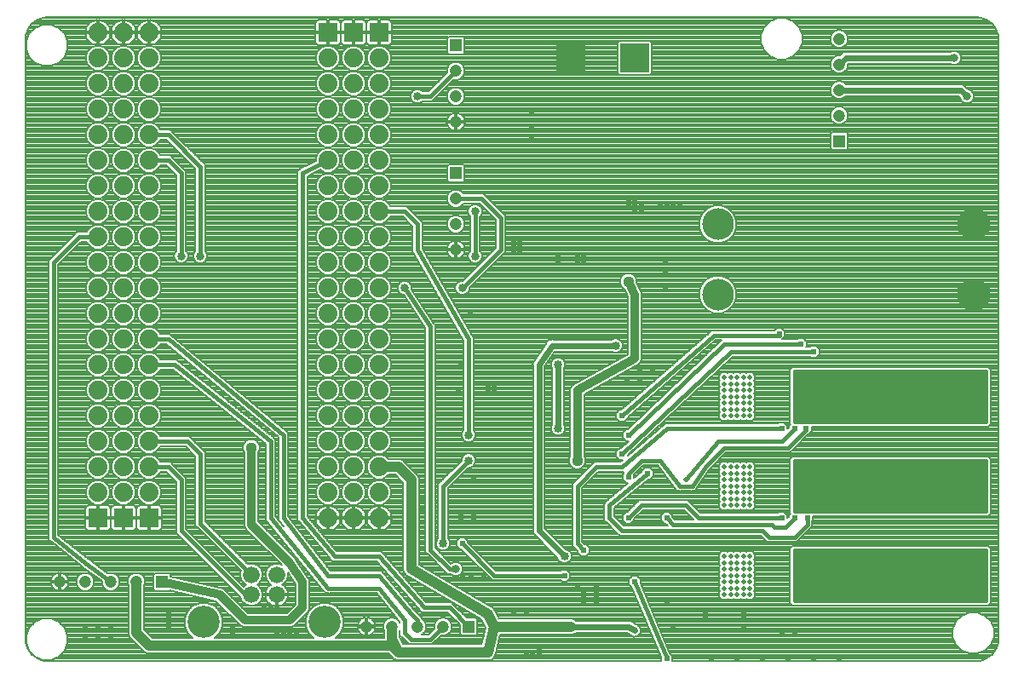
<source format=gbl>
G75*
%MOIN*%
%OFA0B0*%
%FSLAX25Y25*%
%IPPOS*%
%LPD*%
%AMOC8*
5,1,8,0,0,1.08239X$1,22.5*
%
%ADD10R,0.11200X0.11200*%
%ADD11C,0.12400*%
%ADD12OC8,0.12400*%
%ADD13R,0.07400X0.07400*%
%ADD14C,0.07400*%
%ADD15R,0.04750X0.04750*%
%ADD16C,0.04750*%
%ADD17C,0.06600*%
%ADD18C,0.12600*%
%ADD19C,0.00800*%
%ADD20C,0.02400*%
%ADD21C,0.03307*%
%ADD22C,0.01600*%
%ADD23C,0.03360*%
%ADD24C,0.02000*%
%ADD25C,0.01200*%
%ADD26C,0.02400*%
%ADD27C,0.04000*%
%ADD28C,0.04409*%
%ADD29C,0.03200*%
D10*
X0246333Y0267650D03*
X0271333Y0267650D03*
X0403833Y0135150D03*
X0403833Y0100150D03*
X0403833Y0065150D03*
D11*
X0303833Y0175150D03*
X0303833Y0202650D03*
D12*
X0403833Y0202650D03*
X0403833Y0175150D03*
D13*
X0171333Y0277650D03*
X0161333Y0277650D03*
X0151333Y0277650D03*
X0081333Y0087650D03*
X0071333Y0087650D03*
X0061333Y0087650D03*
D14*
X0061333Y0097650D03*
X0061333Y0107650D03*
X0071333Y0107650D03*
X0071333Y0097650D03*
X0081333Y0097650D03*
X0081333Y0107650D03*
X0081333Y0117650D03*
X0071333Y0117650D03*
X0061333Y0117650D03*
X0061333Y0127650D03*
X0071333Y0127650D03*
X0081333Y0127650D03*
X0081333Y0137650D03*
X0071333Y0137650D03*
X0061333Y0137650D03*
X0061333Y0147650D03*
X0061333Y0157650D03*
X0071333Y0157650D03*
X0071333Y0147650D03*
X0081333Y0147650D03*
X0081333Y0157650D03*
X0081333Y0167650D03*
X0071333Y0167650D03*
X0061333Y0167650D03*
X0061333Y0177650D03*
X0071333Y0177650D03*
X0081333Y0177650D03*
X0081333Y0187650D03*
X0071333Y0187650D03*
X0061333Y0187650D03*
X0061333Y0197650D03*
X0061333Y0207650D03*
X0071333Y0207650D03*
X0071333Y0197650D03*
X0081333Y0197650D03*
X0081333Y0207650D03*
X0081333Y0217650D03*
X0071333Y0217650D03*
X0061333Y0217650D03*
X0061333Y0227650D03*
X0071333Y0227650D03*
X0081333Y0227650D03*
X0081333Y0237650D03*
X0071333Y0237650D03*
X0061333Y0237650D03*
X0061333Y0247650D03*
X0071333Y0247650D03*
X0081333Y0247650D03*
X0081333Y0257650D03*
X0071333Y0257650D03*
X0061333Y0257650D03*
X0061333Y0267650D03*
X0061333Y0277650D03*
X0071333Y0277650D03*
X0071333Y0267650D03*
X0081333Y0267650D03*
X0081333Y0277650D03*
X0151333Y0267650D03*
X0151333Y0257650D03*
X0161333Y0257650D03*
X0161333Y0267650D03*
X0171333Y0267650D03*
X0171333Y0257650D03*
X0171333Y0247650D03*
X0161333Y0247650D03*
X0151333Y0247650D03*
X0151333Y0237650D03*
X0161333Y0237650D03*
X0171333Y0237650D03*
X0171333Y0227650D03*
X0161333Y0227650D03*
X0151333Y0227650D03*
X0151333Y0217650D03*
X0161333Y0217650D03*
X0171333Y0217650D03*
X0171333Y0207650D03*
X0161333Y0207650D03*
X0151333Y0207650D03*
X0151333Y0197650D03*
X0151333Y0187650D03*
X0161333Y0187650D03*
X0161333Y0197650D03*
X0171333Y0197650D03*
X0171333Y0187650D03*
X0171333Y0177650D03*
X0161333Y0177650D03*
X0151333Y0177650D03*
X0151333Y0167650D03*
X0161333Y0167650D03*
X0171333Y0167650D03*
X0171333Y0157650D03*
X0161333Y0157650D03*
X0151333Y0157650D03*
X0151333Y0147650D03*
X0151333Y0137650D03*
X0161333Y0137650D03*
X0161333Y0147650D03*
X0171333Y0147650D03*
X0171333Y0137650D03*
X0171333Y0127650D03*
X0161333Y0127650D03*
X0151333Y0127650D03*
X0151333Y0117650D03*
X0161333Y0117650D03*
X0171333Y0117650D03*
X0171333Y0107650D03*
X0161333Y0107650D03*
X0151333Y0107650D03*
X0151333Y0097650D03*
X0151333Y0087650D03*
X0161333Y0087650D03*
X0161333Y0097650D03*
X0171333Y0097650D03*
X0171333Y0087650D03*
D15*
X0206333Y0045150D03*
X0086333Y0062650D03*
X0201333Y0222650D03*
X0201333Y0272650D03*
X0351333Y0235150D03*
D16*
X0351333Y0245150D03*
X0351333Y0255150D03*
X0351333Y0265150D03*
X0351333Y0275150D03*
X0201333Y0262650D03*
X0201333Y0252650D03*
X0201333Y0242650D03*
X0201333Y0212650D03*
X0201333Y0202650D03*
X0201333Y0192650D03*
X0076333Y0062650D03*
X0066333Y0062650D03*
X0056333Y0062650D03*
X0046333Y0062650D03*
X0166333Y0045150D03*
X0176333Y0045150D03*
X0186333Y0045150D03*
X0196333Y0045150D03*
D17*
X0131255Y0057650D03*
X0131255Y0065450D03*
X0121412Y0065450D03*
X0121412Y0057650D03*
D18*
X0102633Y0046950D03*
X0150033Y0046950D03*
D19*
X0035394Y0034210D02*
X0033849Y0036336D01*
X0033037Y0038836D01*
X0032933Y0040150D01*
X0032933Y0275150D01*
X0033037Y0276464D01*
X0033849Y0278964D01*
X0035394Y0281090D01*
X0037520Y0282634D01*
X0040019Y0283447D01*
X0041333Y0283550D01*
X0405333Y0283550D01*
X0406647Y0283447D01*
X0409147Y0282634D01*
X0411273Y0281090D01*
X0412818Y0278964D01*
X0413630Y0276464D01*
X0413733Y0275150D01*
X0413733Y0040150D01*
X0413630Y0038836D01*
X0412818Y0036336D01*
X0411273Y0034210D01*
X0409147Y0032666D01*
X0406647Y0031853D01*
X0405333Y0031750D01*
X0286133Y0031750D01*
X0286133Y0033603D01*
X0285039Y0034697D01*
X0273633Y0062070D01*
X0273633Y0063603D01*
X0272286Y0064950D01*
X0270381Y0064950D01*
X0269033Y0063603D01*
X0269033Y0061697D01*
X0270128Y0060603D01*
X0281533Y0033230D01*
X0281533Y0031750D01*
X0041333Y0031750D01*
X0040019Y0031853D01*
X0037520Y0032666D01*
X0035394Y0034210D01*
X0035487Y0034143D02*
X0035886Y0034143D01*
X0036586Y0033344D02*
X0036684Y0033344D01*
X0036745Y0033283D02*
X0039722Y0032050D01*
X0041002Y0032050D01*
X0042945Y0032050D01*
X0045922Y0033283D01*
X0048200Y0035562D01*
X0049433Y0038539D01*
X0049433Y0041761D01*
X0048200Y0044738D01*
X0045922Y0047017D01*
X0042945Y0048250D01*
X0039722Y0048250D01*
X0036745Y0047017D01*
X0034466Y0044738D01*
X0033233Y0041761D01*
X0033233Y0038539D01*
X0034466Y0035562D01*
X0036745Y0033283D01*
X0037889Y0032546D02*
X0038526Y0032546D01*
X0035087Y0034941D02*
X0034863Y0034941D01*
X0034393Y0035740D02*
X0034283Y0035740D01*
X0034062Y0036538D02*
X0033783Y0036538D01*
X0033731Y0037337D02*
X0033524Y0037337D01*
X0033401Y0038135D02*
X0033264Y0038135D01*
X0033233Y0038934D02*
X0033029Y0038934D01*
X0032966Y0039732D02*
X0033233Y0039732D01*
X0033233Y0040531D02*
X0032933Y0040531D01*
X0032933Y0041329D02*
X0033233Y0041329D01*
X0033385Y0042128D02*
X0032933Y0042128D01*
X0032933Y0042926D02*
X0033716Y0042926D01*
X0034047Y0043725D02*
X0032933Y0043725D01*
X0032933Y0044523D02*
X0034377Y0044523D01*
X0035050Y0045322D02*
X0032933Y0045322D01*
X0032933Y0046120D02*
X0035848Y0046120D01*
X0036647Y0046919D02*
X0032933Y0046919D01*
X0032933Y0047717D02*
X0038436Y0047717D01*
X0032933Y0048516D02*
X0073233Y0048516D01*
X0073233Y0049314D02*
X0032933Y0049314D01*
X0032933Y0050113D02*
X0073233Y0050113D01*
X0073233Y0050911D02*
X0032933Y0050911D01*
X0032933Y0051710D02*
X0073233Y0051710D01*
X0073233Y0052508D02*
X0032933Y0052508D01*
X0032933Y0053307D02*
X0073233Y0053307D01*
X0073233Y0054105D02*
X0032933Y0054105D01*
X0032933Y0054904D02*
X0073233Y0054904D01*
X0073233Y0055702D02*
X0032933Y0055702D01*
X0032933Y0056501D02*
X0073233Y0056501D01*
X0073233Y0057299D02*
X0032933Y0057299D01*
X0032933Y0058098D02*
X0073233Y0058098D01*
X0073233Y0058896D02*
X0032933Y0058896D01*
X0032933Y0059695D02*
X0044321Y0059695D01*
X0044055Y0059873D02*
X0044640Y0059482D01*
X0045291Y0059213D01*
X0045946Y0059082D01*
X0045946Y0062263D01*
X0042766Y0062263D01*
X0042896Y0061607D01*
X0043165Y0060957D01*
X0043557Y0060371D01*
X0044055Y0059873D01*
X0043475Y0060493D02*
X0032933Y0060493D01*
X0032933Y0061292D02*
X0043027Y0061292D01*
X0042800Y0062090D02*
X0032933Y0062090D01*
X0032933Y0062889D02*
X0045946Y0062889D01*
X0045946Y0063037D02*
X0045946Y0062263D01*
X0046721Y0062263D01*
X0046721Y0063037D01*
X0049901Y0063037D01*
X0049771Y0063693D01*
X0049501Y0064343D01*
X0049110Y0064929D01*
X0048612Y0065427D01*
X0048027Y0065818D01*
X0047376Y0066087D01*
X0046721Y0066218D01*
X0046721Y0063037D01*
X0045946Y0063037D01*
X0042766Y0063037D01*
X0042896Y0063693D01*
X0043165Y0064343D01*
X0043557Y0064929D01*
X0044055Y0065427D01*
X0044640Y0065818D01*
X0045291Y0066087D01*
X0045946Y0066218D01*
X0045946Y0063037D01*
X0045946Y0063687D02*
X0046721Y0063687D01*
X0046721Y0062889D02*
X0052859Y0062889D01*
X0052859Y0063341D02*
X0052859Y0061959D01*
X0053388Y0060682D01*
X0054365Y0059704D01*
X0055642Y0059175D01*
X0057025Y0059175D01*
X0058302Y0059704D01*
X0059279Y0060682D01*
X0059808Y0061959D01*
X0059808Y0063341D01*
X0059279Y0064618D01*
X0058302Y0065596D01*
X0057025Y0066125D01*
X0055642Y0066125D01*
X0054365Y0065596D01*
X0053388Y0064618D01*
X0052859Y0063341D01*
X0053002Y0063687D02*
X0049772Y0063687D01*
X0049406Y0064486D02*
X0053333Y0064486D01*
X0054054Y0065284D02*
X0048754Y0065284D01*
X0047387Y0066083D02*
X0055541Y0066083D01*
X0057125Y0066083D02*
X0058589Y0066083D01*
X0058613Y0065284D02*
X0059654Y0065284D01*
X0059334Y0064486D02*
X0060719Y0064486D01*
X0059665Y0063687D02*
X0061783Y0063687D01*
X0062848Y0062889D02*
X0059808Y0062889D01*
X0059808Y0062090D02*
X0062859Y0062090D01*
X0062859Y0061959D02*
X0063388Y0060682D01*
X0064365Y0059704D01*
X0065642Y0059175D01*
X0067025Y0059175D01*
X0068302Y0059704D01*
X0069279Y0060682D01*
X0069808Y0061959D01*
X0069808Y0063341D01*
X0069279Y0064618D01*
X0068302Y0065596D01*
X0067025Y0066125D01*
X0065642Y0066125D01*
X0065143Y0065918D01*
X0057497Y0071652D01*
X0045733Y0081063D01*
X0045733Y0186863D01*
X0054620Y0195750D01*
X0056925Y0195750D01*
X0057264Y0194931D01*
X0058614Y0193581D01*
X0060379Y0192850D01*
X0062288Y0192850D01*
X0064052Y0193581D01*
X0065403Y0194931D01*
X0066133Y0196695D01*
X0066133Y0198605D01*
X0065403Y0200369D01*
X0064052Y0201719D01*
X0062288Y0202450D01*
X0060379Y0202450D01*
X0058614Y0201719D01*
X0057264Y0200369D01*
X0056925Y0199550D01*
X0053046Y0199550D01*
X0051933Y0198437D01*
X0041933Y0188437D01*
X0041933Y0080816D01*
X0041858Y0080722D01*
X0041933Y0080045D01*
X0041933Y0079363D01*
X0042019Y0079278D01*
X0042032Y0079158D01*
X0042564Y0078732D01*
X0043046Y0078250D01*
X0043167Y0078250D01*
X0054559Y0069136D01*
X0054564Y0069102D01*
X0055170Y0068648D01*
X0055761Y0068175D01*
X0055795Y0068179D01*
X0062859Y0062881D01*
X0062859Y0061959D01*
X0063135Y0061292D02*
X0059532Y0061292D01*
X0059091Y0060493D02*
X0063576Y0060493D01*
X0064387Y0059695D02*
X0058279Y0059695D01*
X0054387Y0059695D02*
X0048345Y0059695D01*
X0048612Y0059873D02*
X0049110Y0060371D01*
X0049501Y0060957D01*
X0049771Y0061607D01*
X0049901Y0062263D01*
X0046721Y0062263D01*
X0046721Y0059082D01*
X0047376Y0059213D01*
X0048027Y0059482D01*
X0048612Y0059873D01*
X0049192Y0060493D02*
X0053576Y0060493D01*
X0053135Y0061292D02*
X0049640Y0061292D01*
X0049867Y0062090D02*
X0052859Y0062090D01*
X0046721Y0062090D02*
X0045946Y0062090D01*
X0045946Y0061292D02*
X0046721Y0061292D01*
X0046721Y0060493D02*
X0045946Y0060493D01*
X0045946Y0059695D02*
X0046721Y0059695D01*
X0046721Y0064486D02*
X0045946Y0064486D01*
X0045946Y0065284D02*
X0046721Y0065284D01*
X0046721Y0066083D02*
X0045946Y0066083D01*
X0045280Y0066083D02*
X0032933Y0066083D01*
X0032933Y0065284D02*
X0043912Y0065284D01*
X0043261Y0064486D02*
X0032933Y0064486D01*
X0032933Y0063687D02*
X0042895Y0063687D01*
X0032933Y0066882D02*
X0057525Y0066882D01*
X0056460Y0067680D02*
X0032933Y0067680D01*
X0032933Y0068479D02*
X0055381Y0068479D01*
X0054383Y0069277D02*
X0032933Y0069277D01*
X0032933Y0070076D02*
X0053385Y0070076D01*
X0052387Y0070874D02*
X0032933Y0070874D01*
X0032933Y0071673D02*
X0051389Y0071673D01*
X0050390Y0072471D02*
X0032933Y0072471D01*
X0032933Y0073270D02*
X0049392Y0073270D01*
X0048394Y0074068D02*
X0032933Y0074068D01*
X0032933Y0074867D02*
X0047396Y0074867D01*
X0046398Y0075665D02*
X0032933Y0075665D01*
X0032933Y0076464D02*
X0045400Y0076464D01*
X0044402Y0077262D02*
X0032933Y0077262D01*
X0032933Y0078061D02*
X0043404Y0078061D01*
X0042405Y0078859D02*
X0032933Y0078859D01*
X0032933Y0079658D02*
X0041933Y0079658D01*
X0041888Y0080456D02*
X0032933Y0080456D01*
X0032933Y0081255D02*
X0041933Y0081255D01*
X0041933Y0082053D02*
X0032933Y0082053D01*
X0032933Y0082852D02*
X0041933Y0082852D01*
X0041933Y0083650D02*
X0032933Y0083650D01*
X0032933Y0084449D02*
X0041933Y0084449D01*
X0041933Y0085247D02*
X0032933Y0085247D01*
X0032933Y0086046D02*
X0041933Y0086046D01*
X0041933Y0086844D02*
X0032933Y0086844D01*
X0032933Y0087643D02*
X0041933Y0087643D01*
X0041933Y0088441D02*
X0032933Y0088441D01*
X0032933Y0089240D02*
X0041933Y0089240D01*
X0041933Y0090038D02*
X0032933Y0090038D01*
X0032933Y0090837D02*
X0041933Y0090837D01*
X0041933Y0091635D02*
X0032933Y0091635D01*
X0032933Y0092434D02*
X0041933Y0092434D01*
X0041933Y0093232D02*
X0032933Y0093232D01*
X0032933Y0094031D02*
X0041933Y0094031D01*
X0041933Y0094829D02*
X0032933Y0094829D01*
X0032933Y0095628D02*
X0041933Y0095628D01*
X0041933Y0096426D02*
X0032933Y0096426D01*
X0032933Y0097225D02*
X0041933Y0097225D01*
X0041933Y0098023D02*
X0032933Y0098023D01*
X0032933Y0098822D02*
X0041933Y0098822D01*
X0041933Y0099620D02*
X0032933Y0099620D01*
X0032933Y0100419D02*
X0041933Y0100419D01*
X0041933Y0101218D02*
X0032933Y0101218D01*
X0032933Y0102016D02*
X0041933Y0102016D01*
X0041933Y0102815D02*
X0032933Y0102815D01*
X0032933Y0103613D02*
X0041933Y0103613D01*
X0041933Y0104412D02*
X0032933Y0104412D01*
X0032933Y0105210D02*
X0041933Y0105210D01*
X0041933Y0106009D02*
X0032933Y0106009D01*
X0032933Y0106807D02*
X0041933Y0106807D01*
X0041933Y0107606D02*
X0032933Y0107606D01*
X0032933Y0108404D02*
X0041933Y0108404D01*
X0041933Y0109203D02*
X0032933Y0109203D01*
X0032933Y0110001D02*
X0041933Y0110001D01*
X0041933Y0110800D02*
X0032933Y0110800D01*
X0032933Y0111598D02*
X0041933Y0111598D01*
X0041933Y0112397D02*
X0032933Y0112397D01*
X0032933Y0113195D02*
X0041933Y0113195D01*
X0041933Y0113994D02*
X0032933Y0113994D01*
X0032933Y0114792D02*
X0041933Y0114792D01*
X0041933Y0115591D02*
X0032933Y0115591D01*
X0032933Y0116389D02*
X0041933Y0116389D01*
X0041933Y0117188D02*
X0032933Y0117188D01*
X0032933Y0117986D02*
X0041933Y0117986D01*
X0041933Y0118785D02*
X0032933Y0118785D01*
X0032933Y0119583D02*
X0041933Y0119583D01*
X0041933Y0120382D02*
X0032933Y0120382D01*
X0032933Y0121180D02*
X0041933Y0121180D01*
X0041933Y0121979D02*
X0032933Y0121979D01*
X0032933Y0122777D02*
X0041933Y0122777D01*
X0041933Y0123576D02*
X0032933Y0123576D01*
X0032933Y0124374D02*
X0041933Y0124374D01*
X0041933Y0125173D02*
X0032933Y0125173D01*
X0032933Y0125971D02*
X0041933Y0125971D01*
X0041933Y0126770D02*
X0032933Y0126770D01*
X0032933Y0127568D02*
X0041933Y0127568D01*
X0041933Y0128367D02*
X0032933Y0128367D01*
X0032933Y0129165D02*
X0041933Y0129165D01*
X0041933Y0129964D02*
X0032933Y0129964D01*
X0032933Y0130762D02*
X0041933Y0130762D01*
X0041933Y0131561D02*
X0032933Y0131561D01*
X0032933Y0132359D02*
X0041933Y0132359D01*
X0041933Y0133158D02*
X0032933Y0133158D01*
X0032933Y0133956D02*
X0041933Y0133956D01*
X0041933Y0134755D02*
X0032933Y0134755D01*
X0032933Y0135553D02*
X0041933Y0135553D01*
X0041933Y0136352D02*
X0032933Y0136352D01*
X0032933Y0137151D02*
X0041933Y0137151D01*
X0041933Y0137949D02*
X0032933Y0137949D01*
X0032933Y0138748D02*
X0041933Y0138748D01*
X0041933Y0139546D02*
X0032933Y0139546D01*
X0032933Y0140345D02*
X0041933Y0140345D01*
X0041933Y0141143D02*
X0032933Y0141143D01*
X0032933Y0141942D02*
X0041933Y0141942D01*
X0041933Y0142740D02*
X0032933Y0142740D01*
X0032933Y0143539D02*
X0041933Y0143539D01*
X0041933Y0144337D02*
X0032933Y0144337D01*
X0032933Y0145136D02*
X0041933Y0145136D01*
X0041933Y0145934D02*
X0032933Y0145934D01*
X0032933Y0146733D02*
X0041933Y0146733D01*
X0041933Y0147531D02*
X0032933Y0147531D01*
X0032933Y0148330D02*
X0041933Y0148330D01*
X0041933Y0149128D02*
X0032933Y0149128D01*
X0032933Y0149927D02*
X0041933Y0149927D01*
X0041933Y0150725D02*
X0032933Y0150725D01*
X0032933Y0151524D02*
X0041933Y0151524D01*
X0041933Y0152322D02*
X0032933Y0152322D01*
X0032933Y0153121D02*
X0041933Y0153121D01*
X0041933Y0153919D02*
X0032933Y0153919D01*
X0032933Y0154718D02*
X0041933Y0154718D01*
X0041933Y0155516D02*
X0032933Y0155516D01*
X0032933Y0156315D02*
X0041933Y0156315D01*
X0041933Y0157113D02*
X0032933Y0157113D01*
X0032933Y0157912D02*
X0041933Y0157912D01*
X0041933Y0158710D02*
X0032933Y0158710D01*
X0032933Y0159509D02*
X0041933Y0159509D01*
X0041933Y0160307D02*
X0032933Y0160307D01*
X0032933Y0161106D02*
X0041933Y0161106D01*
X0041933Y0161904D02*
X0032933Y0161904D01*
X0032933Y0162703D02*
X0041933Y0162703D01*
X0041933Y0163501D02*
X0032933Y0163501D01*
X0032933Y0164300D02*
X0041933Y0164300D01*
X0041933Y0165098D02*
X0032933Y0165098D01*
X0032933Y0165897D02*
X0041933Y0165897D01*
X0041933Y0166695D02*
X0032933Y0166695D01*
X0032933Y0167494D02*
X0041933Y0167494D01*
X0041933Y0168292D02*
X0032933Y0168292D01*
X0032933Y0169091D02*
X0041933Y0169091D01*
X0041933Y0169889D02*
X0032933Y0169889D01*
X0032933Y0170688D02*
X0041933Y0170688D01*
X0041933Y0171487D02*
X0032933Y0171487D01*
X0032933Y0172285D02*
X0041933Y0172285D01*
X0041933Y0173084D02*
X0032933Y0173084D01*
X0032933Y0173882D02*
X0041933Y0173882D01*
X0041933Y0174681D02*
X0032933Y0174681D01*
X0032933Y0175479D02*
X0041933Y0175479D01*
X0041933Y0176278D02*
X0032933Y0176278D01*
X0032933Y0177076D02*
X0041933Y0177076D01*
X0041933Y0177875D02*
X0032933Y0177875D01*
X0032933Y0178673D02*
X0041933Y0178673D01*
X0041933Y0179472D02*
X0032933Y0179472D01*
X0032933Y0180270D02*
X0041933Y0180270D01*
X0041933Y0181069D02*
X0032933Y0181069D01*
X0032933Y0181867D02*
X0041933Y0181867D01*
X0041933Y0182666D02*
X0032933Y0182666D01*
X0032933Y0183464D02*
X0041933Y0183464D01*
X0041933Y0184263D02*
X0032933Y0184263D01*
X0032933Y0185061D02*
X0041933Y0185061D01*
X0041933Y0185860D02*
X0032933Y0185860D01*
X0032933Y0186658D02*
X0041933Y0186658D01*
X0041933Y0187457D02*
X0032933Y0187457D01*
X0032933Y0188255D02*
X0041933Y0188255D01*
X0042550Y0189054D02*
X0032933Y0189054D01*
X0032933Y0189852D02*
X0043349Y0189852D01*
X0044147Y0190651D02*
X0032933Y0190651D01*
X0032933Y0191449D02*
X0044946Y0191449D01*
X0045744Y0192248D02*
X0032933Y0192248D01*
X0032933Y0193046D02*
X0046543Y0193046D01*
X0047341Y0193845D02*
X0032933Y0193845D01*
X0032933Y0194643D02*
X0048140Y0194643D01*
X0048938Y0195442D02*
X0032933Y0195442D01*
X0032933Y0196240D02*
X0049737Y0196240D01*
X0050535Y0197039D02*
X0032933Y0197039D01*
X0032933Y0197837D02*
X0051334Y0197837D01*
X0052132Y0198636D02*
X0032933Y0198636D01*
X0032933Y0199434D02*
X0052931Y0199434D01*
X0054312Y0195442D02*
X0057052Y0195442D01*
X0057552Y0194643D02*
X0053514Y0194643D01*
X0052715Y0193845D02*
X0058350Y0193845D01*
X0059905Y0193046D02*
X0051917Y0193046D01*
X0051118Y0192248D02*
X0059890Y0192248D01*
X0060379Y0192450D02*
X0058614Y0191719D01*
X0057264Y0190369D01*
X0056533Y0188605D01*
X0056533Y0186695D01*
X0057264Y0184931D01*
X0058614Y0183581D01*
X0060379Y0182850D01*
X0062288Y0182850D01*
X0064052Y0183581D01*
X0065403Y0184931D01*
X0066133Y0186695D01*
X0066133Y0188605D01*
X0065403Y0190369D01*
X0064052Y0191719D01*
X0062288Y0192450D01*
X0060379Y0192450D01*
X0058344Y0191449D02*
X0050320Y0191449D01*
X0049521Y0190651D02*
X0057546Y0190651D01*
X0057050Y0189852D02*
X0048723Y0189852D01*
X0047924Y0189054D02*
X0056719Y0189054D01*
X0056533Y0188255D02*
X0047126Y0188255D01*
X0046327Y0187457D02*
X0056533Y0187457D01*
X0056549Y0186658D02*
X0045733Y0186658D01*
X0045733Y0185860D02*
X0056879Y0185860D01*
X0057210Y0185061D02*
X0045733Y0185061D01*
X0045733Y0184263D02*
X0057932Y0184263D01*
X0058896Y0183464D02*
X0045733Y0183464D01*
X0045733Y0182666D02*
X0139433Y0182666D01*
X0139433Y0183464D02*
X0083771Y0183464D01*
X0084052Y0183581D02*
X0085403Y0184931D01*
X0086133Y0186695D01*
X0086133Y0188605D01*
X0085403Y0190369D01*
X0084052Y0191719D01*
X0082288Y0192450D01*
X0080379Y0192450D01*
X0078614Y0191719D01*
X0077264Y0190369D01*
X0076533Y0188605D01*
X0076533Y0186695D01*
X0077264Y0184931D01*
X0078614Y0183581D01*
X0080379Y0182850D01*
X0082288Y0182850D01*
X0084052Y0183581D01*
X0084734Y0184263D02*
X0139433Y0184263D01*
X0139433Y0185061D02*
X0085456Y0185061D01*
X0085787Y0185860D02*
X0139433Y0185860D01*
X0139433Y0186658D02*
X0086118Y0186658D01*
X0086133Y0187457D02*
X0093140Y0187457D01*
X0093286Y0187396D02*
X0094381Y0187396D01*
X0095393Y0187816D01*
X0096168Y0188590D01*
X0096587Y0189602D01*
X0096587Y0190698D01*
X0096168Y0191710D01*
X0095733Y0192144D01*
X0095733Y0223437D01*
X0090733Y0228437D01*
X0089620Y0229550D01*
X0085742Y0229550D01*
X0085403Y0230369D01*
X0084052Y0231719D01*
X0082288Y0232450D01*
X0080379Y0232450D01*
X0078614Y0231719D01*
X0077264Y0230369D01*
X0076533Y0228605D01*
X0076533Y0226695D01*
X0077264Y0224931D01*
X0078614Y0223581D01*
X0080379Y0222850D01*
X0082288Y0222850D01*
X0084052Y0223581D01*
X0085403Y0224931D01*
X0085742Y0225750D01*
X0088046Y0225750D01*
X0091933Y0221863D01*
X0091933Y0192144D01*
X0091499Y0191710D01*
X0091080Y0190698D01*
X0091080Y0189602D01*
X0091499Y0188590D01*
X0092274Y0187816D01*
X0093286Y0187396D01*
X0094527Y0187457D02*
X0100640Y0187457D01*
X0100786Y0187396D02*
X0101881Y0187396D01*
X0102893Y0187816D01*
X0103668Y0188590D01*
X0104087Y0189602D01*
X0104087Y0190698D01*
X0103668Y0191710D01*
X0103233Y0192144D01*
X0103233Y0225937D01*
X0090733Y0238437D01*
X0089620Y0239550D01*
X0085742Y0239550D01*
X0085403Y0240369D01*
X0084052Y0241719D01*
X0082288Y0242450D01*
X0080379Y0242450D01*
X0078614Y0241719D01*
X0077264Y0240369D01*
X0076533Y0238605D01*
X0076533Y0236695D01*
X0077264Y0234931D01*
X0078614Y0233581D01*
X0080379Y0232850D01*
X0082288Y0232850D01*
X0084052Y0233581D01*
X0085403Y0234931D01*
X0085742Y0235750D01*
X0088046Y0235750D01*
X0099433Y0224363D01*
X0099433Y0192144D01*
X0098999Y0191710D01*
X0098580Y0190698D01*
X0098580Y0189602D01*
X0098999Y0188590D01*
X0099774Y0187816D01*
X0100786Y0187396D01*
X0102027Y0187457D02*
X0139433Y0187457D01*
X0139433Y0188255D02*
X0103333Y0188255D01*
X0103860Y0189054D02*
X0139433Y0189054D01*
X0139433Y0189852D02*
X0104087Y0189852D01*
X0104087Y0190651D02*
X0139433Y0190651D01*
X0139433Y0191449D02*
X0103776Y0191449D01*
X0103233Y0192248D02*
X0139433Y0192248D01*
X0139433Y0193046D02*
X0103233Y0193046D01*
X0103233Y0193845D02*
X0139433Y0193845D01*
X0139433Y0194643D02*
X0103233Y0194643D01*
X0103233Y0195442D02*
X0139433Y0195442D01*
X0139433Y0196240D02*
X0103233Y0196240D01*
X0103233Y0197039D02*
X0139433Y0197039D01*
X0139433Y0197837D02*
X0103233Y0197837D01*
X0103233Y0198636D02*
X0139433Y0198636D01*
X0139433Y0199434D02*
X0103233Y0199434D01*
X0103233Y0200233D02*
X0139433Y0200233D01*
X0139433Y0201031D02*
X0103233Y0201031D01*
X0103233Y0201830D02*
X0139433Y0201830D01*
X0139433Y0202628D02*
X0103233Y0202628D01*
X0103233Y0203427D02*
X0139433Y0203427D01*
X0139433Y0204225D02*
X0103233Y0204225D01*
X0103233Y0205024D02*
X0139433Y0205024D01*
X0139433Y0205822D02*
X0103233Y0205822D01*
X0103233Y0206621D02*
X0139433Y0206621D01*
X0139433Y0207420D02*
X0103233Y0207420D01*
X0103233Y0208218D02*
X0139433Y0208218D01*
X0139433Y0209017D02*
X0103233Y0209017D01*
X0103233Y0209815D02*
X0139433Y0209815D01*
X0139433Y0210614D02*
X0103233Y0210614D01*
X0103233Y0211412D02*
X0139433Y0211412D01*
X0139433Y0212211D02*
X0103233Y0212211D01*
X0103233Y0213009D02*
X0139433Y0213009D01*
X0139433Y0213808D02*
X0103233Y0213808D01*
X0103233Y0214606D02*
X0139433Y0214606D01*
X0139433Y0215405D02*
X0103233Y0215405D01*
X0103233Y0216203D02*
X0139433Y0216203D01*
X0139433Y0217002D02*
X0103233Y0217002D01*
X0103233Y0217800D02*
X0139433Y0217800D01*
X0139433Y0218599D02*
X0103233Y0218599D01*
X0103233Y0219397D02*
X0139433Y0219397D01*
X0139433Y0220196D02*
X0103233Y0220196D01*
X0103233Y0220994D02*
X0139433Y0220994D01*
X0139433Y0221793D02*
X0103233Y0221793D01*
X0103233Y0222591D02*
X0139311Y0222591D01*
X0139282Y0222504D02*
X0139433Y0222201D01*
X0139433Y0087736D01*
X0139370Y0087038D01*
X0139433Y0086962D01*
X0139433Y0086863D01*
X0139929Y0086367D01*
X0151933Y0071962D01*
X0151933Y0071863D01*
X0152429Y0071367D01*
X0152878Y0070829D01*
X0152976Y0070820D01*
X0153046Y0070750D01*
X0153747Y0070750D01*
X0154445Y0070687D01*
X0154521Y0070750D01*
X0170471Y0070750D01*
X0186933Y0051936D01*
X0186933Y0051863D01*
X0187445Y0051351D01*
X0187922Y0050807D01*
X0187995Y0050802D01*
X0188046Y0050750D01*
X0188770Y0050750D01*
X0189492Y0050702D01*
X0189547Y0050750D01*
X0198046Y0050750D01*
X0202859Y0045938D01*
X0202859Y0042320D01*
X0203503Y0041675D01*
X0209164Y0041675D01*
X0209808Y0042320D01*
X0209808Y0047980D01*
X0209164Y0048625D01*
X0205546Y0048625D01*
X0200733Y0053437D01*
X0199620Y0054550D01*
X0189695Y0054550D01*
X0173233Y0073364D01*
X0173233Y0073437D01*
X0172722Y0073949D01*
X0172245Y0074493D01*
X0172172Y0074498D01*
X0172120Y0074550D01*
X0171397Y0074550D01*
X0170674Y0074598D01*
X0170619Y0074550D01*
X0154723Y0074550D01*
X0143233Y0088338D01*
X0143233Y0221476D01*
X0148224Y0223971D01*
X0148614Y0223581D01*
X0150379Y0222850D01*
X0152288Y0222850D01*
X0154052Y0223581D01*
X0155403Y0224931D01*
X0156133Y0226695D01*
X0156133Y0228605D01*
X0155403Y0230369D01*
X0154052Y0231719D01*
X0152288Y0232450D01*
X0150379Y0232450D01*
X0148614Y0231719D01*
X0147264Y0230369D01*
X0146533Y0228605D01*
X0146533Y0227374D01*
X0140885Y0224550D01*
X0140546Y0224550D01*
X0140208Y0224212D01*
X0139780Y0223997D01*
X0139673Y0223676D01*
X0139433Y0223437D01*
X0139433Y0222958D01*
X0139282Y0222504D01*
X0139433Y0223390D02*
X0103233Y0223390D01*
X0103233Y0224188D02*
X0140161Y0224188D01*
X0141758Y0224987D02*
X0103233Y0224987D01*
X0103233Y0225785D02*
X0143355Y0225785D01*
X0144952Y0226584D02*
X0102587Y0226584D01*
X0101788Y0227382D02*
X0146533Y0227382D01*
X0146533Y0228181D02*
X0100990Y0228181D01*
X0100191Y0228979D02*
X0146688Y0228979D01*
X0147019Y0229778D02*
X0099392Y0229778D01*
X0098594Y0230576D02*
X0147471Y0230576D01*
X0148270Y0231375D02*
X0097795Y0231375D01*
X0096997Y0232173D02*
X0149711Y0232173D01*
X0150084Y0232972D02*
X0096198Y0232972D01*
X0095400Y0233770D02*
X0148425Y0233770D01*
X0148614Y0233581D02*
X0150379Y0232850D01*
X0152288Y0232850D01*
X0154052Y0233581D01*
X0155403Y0234931D01*
X0156133Y0236695D01*
X0156133Y0238605D01*
X0155403Y0240369D01*
X0154052Y0241719D01*
X0152288Y0242450D01*
X0150379Y0242450D01*
X0148614Y0241719D01*
X0147264Y0240369D01*
X0146533Y0238605D01*
X0146533Y0236695D01*
X0147264Y0234931D01*
X0148614Y0233581D01*
X0147626Y0234569D02*
X0094601Y0234569D01*
X0093803Y0235367D02*
X0147083Y0235367D01*
X0146753Y0236166D02*
X0093004Y0236166D01*
X0092206Y0236964D02*
X0146533Y0236964D01*
X0146533Y0237763D02*
X0091407Y0237763D01*
X0090609Y0238561D02*
X0146533Y0238561D01*
X0146846Y0239360D02*
X0089810Y0239360D01*
X0088429Y0235367D02*
X0085583Y0235367D01*
X0085040Y0234569D02*
X0089227Y0234569D01*
X0090026Y0233770D02*
X0084242Y0233770D01*
X0082582Y0232972D02*
X0090824Y0232972D01*
X0091623Y0232173D02*
X0082956Y0232173D01*
X0084397Y0231375D02*
X0092421Y0231375D01*
X0093220Y0230576D02*
X0085195Y0230576D01*
X0085647Y0229778D02*
X0094018Y0229778D01*
X0094817Y0228979D02*
X0090191Y0228979D01*
X0090990Y0228181D02*
X0095616Y0228181D01*
X0096414Y0227382D02*
X0091788Y0227382D01*
X0092587Y0226584D02*
X0097213Y0226584D01*
X0098011Y0225785D02*
X0093385Y0225785D01*
X0094184Y0224987D02*
X0098810Y0224987D01*
X0099433Y0224188D02*
X0094982Y0224188D01*
X0095733Y0223390D02*
X0099433Y0223390D01*
X0099433Y0222591D02*
X0095733Y0222591D01*
X0095733Y0221793D02*
X0099433Y0221793D01*
X0099433Y0220994D02*
X0095733Y0220994D01*
X0095733Y0220196D02*
X0099433Y0220196D01*
X0099433Y0219397D02*
X0095733Y0219397D01*
X0095733Y0218599D02*
X0099433Y0218599D01*
X0099433Y0217800D02*
X0095733Y0217800D01*
X0095733Y0217002D02*
X0099433Y0217002D01*
X0099433Y0216203D02*
X0095733Y0216203D01*
X0095733Y0215405D02*
X0099433Y0215405D01*
X0099433Y0214606D02*
X0095733Y0214606D01*
X0095733Y0213808D02*
X0099433Y0213808D01*
X0099433Y0213009D02*
X0095733Y0213009D01*
X0095733Y0212211D02*
X0099433Y0212211D01*
X0099433Y0211412D02*
X0095733Y0211412D01*
X0095733Y0210614D02*
X0099433Y0210614D01*
X0099433Y0209815D02*
X0095733Y0209815D01*
X0095733Y0209017D02*
X0099433Y0209017D01*
X0099433Y0208218D02*
X0095733Y0208218D01*
X0095733Y0207420D02*
X0099433Y0207420D01*
X0099433Y0206621D02*
X0095733Y0206621D01*
X0095733Y0205822D02*
X0099433Y0205822D01*
X0099433Y0205024D02*
X0095733Y0205024D01*
X0095733Y0204225D02*
X0099433Y0204225D01*
X0099433Y0203427D02*
X0095733Y0203427D01*
X0095733Y0202628D02*
X0099433Y0202628D01*
X0099433Y0201830D02*
X0095733Y0201830D01*
X0095733Y0201031D02*
X0099433Y0201031D01*
X0099433Y0200233D02*
X0095733Y0200233D01*
X0095733Y0199434D02*
X0099433Y0199434D01*
X0099433Y0198636D02*
X0095733Y0198636D01*
X0095733Y0197837D02*
X0099433Y0197837D01*
X0099433Y0197039D02*
X0095733Y0197039D01*
X0095733Y0196240D02*
X0099433Y0196240D01*
X0099433Y0195442D02*
X0095733Y0195442D01*
X0095733Y0194643D02*
X0099433Y0194643D01*
X0099433Y0193845D02*
X0095733Y0193845D01*
X0095733Y0193046D02*
X0099433Y0193046D01*
X0099433Y0192248D02*
X0095733Y0192248D01*
X0096276Y0191449D02*
X0098891Y0191449D01*
X0098580Y0190651D02*
X0096587Y0190651D01*
X0096587Y0189852D02*
X0098580Y0189852D01*
X0098807Y0189054D02*
X0096360Y0189054D01*
X0095833Y0188255D02*
X0099334Y0188255D01*
X0091834Y0188255D02*
X0086133Y0188255D01*
X0085947Y0189054D02*
X0091307Y0189054D01*
X0091080Y0189852D02*
X0085617Y0189852D01*
X0085121Y0190651D02*
X0091080Y0190651D01*
X0091391Y0191449D02*
X0084322Y0191449D01*
X0082776Y0192248D02*
X0091933Y0192248D01*
X0091933Y0193046D02*
X0082762Y0193046D01*
X0082288Y0192850D02*
X0084052Y0193581D01*
X0085403Y0194931D01*
X0086133Y0196695D01*
X0086133Y0198605D01*
X0085403Y0200369D01*
X0084052Y0201719D01*
X0082288Y0202450D01*
X0080379Y0202450D01*
X0078614Y0201719D01*
X0077264Y0200369D01*
X0076533Y0198605D01*
X0076533Y0196695D01*
X0077264Y0194931D01*
X0078614Y0193581D01*
X0080379Y0192850D01*
X0082288Y0192850D01*
X0084316Y0193845D02*
X0091933Y0193845D01*
X0091933Y0194643D02*
X0085115Y0194643D01*
X0085614Y0195442D02*
X0091933Y0195442D01*
X0091933Y0196240D02*
X0085945Y0196240D01*
X0086133Y0197039D02*
X0091933Y0197039D01*
X0091933Y0197837D02*
X0086133Y0197837D01*
X0086120Y0198636D02*
X0091933Y0198636D01*
X0091933Y0199434D02*
X0085790Y0199434D01*
X0085459Y0200233D02*
X0091933Y0200233D01*
X0091933Y0201031D02*
X0084740Y0201031D01*
X0083785Y0201830D02*
X0091933Y0201830D01*
X0091933Y0202628D02*
X0032933Y0202628D01*
X0032933Y0201830D02*
X0058882Y0201830D01*
X0057927Y0201031D02*
X0032933Y0201031D01*
X0032933Y0200233D02*
X0057208Y0200233D01*
X0058614Y0203581D02*
X0060379Y0202850D01*
X0062288Y0202850D01*
X0064052Y0203581D01*
X0065403Y0204931D01*
X0066133Y0206695D01*
X0066133Y0208605D01*
X0065403Y0210369D01*
X0064052Y0211719D01*
X0062288Y0212450D01*
X0060379Y0212450D01*
X0058614Y0211719D01*
X0057264Y0210369D01*
X0056533Y0208605D01*
X0056533Y0206695D01*
X0057264Y0204931D01*
X0058614Y0203581D01*
X0058986Y0203427D02*
X0032933Y0203427D01*
X0032933Y0204225D02*
X0057970Y0204225D01*
X0057226Y0205024D02*
X0032933Y0205024D01*
X0032933Y0205822D02*
X0056895Y0205822D01*
X0056564Y0206621D02*
X0032933Y0206621D01*
X0032933Y0207420D02*
X0056533Y0207420D01*
X0056533Y0208218D02*
X0032933Y0208218D01*
X0032933Y0209017D02*
X0056704Y0209017D01*
X0057035Y0209815D02*
X0032933Y0209815D01*
X0032933Y0210614D02*
X0057509Y0210614D01*
X0058307Y0211412D02*
X0032933Y0211412D01*
X0032933Y0212211D02*
X0059801Y0212211D01*
X0059994Y0213009D02*
X0032933Y0213009D01*
X0032933Y0213808D02*
X0058387Y0213808D01*
X0058614Y0213581D02*
X0060379Y0212850D01*
X0062288Y0212850D01*
X0064052Y0213581D01*
X0065403Y0214931D01*
X0066133Y0216695D01*
X0066133Y0218605D01*
X0065403Y0220369D01*
X0064052Y0221719D01*
X0062288Y0222450D01*
X0060379Y0222450D01*
X0058614Y0221719D01*
X0057264Y0220369D01*
X0056533Y0218605D01*
X0056533Y0216695D01*
X0057264Y0214931D01*
X0058614Y0213581D01*
X0057589Y0214606D02*
X0032933Y0214606D01*
X0032933Y0215405D02*
X0057068Y0215405D01*
X0056737Y0216203D02*
X0032933Y0216203D01*
X0032933Y0217002D02*
X0056533Y0217002D01*
X0056533Y0217800D02*
X0032933Y0217800D01*
X0032933Y0218599D02*
X0056533Y0218599D01*
X0056862Y0219397D02*
X0032933Y0219397D01*
X0032933Y0220196D02*
X0057192Y0220196D01*
X0057889Y0220994D02*
X0032933Y0220994D01*
X0032933Y0221793D02*
X0058792Y0221793D01*
X0059075Y0223390D02*
X0032933Y0223390D01*
X0032933Y0224188D02*
X0058007Y0224188D01*
X0058614Y0223581D02*
X0060379Y0222850D01*
X0062288Y0222850D01*
X0064052Y0223581D01*
X0065403Y0224931D01*
X0066133Y0226695D01*
X0066133Y0228605D01*
X0065403Y0230369D01*
X0064052Y0231719D01*
X0062288Y0232450D01*
X0060379Y0232450D01*
X0058614Y0231719D01*
X0057264Y0230369D01*
X0056533Y0228605D01*
X0056533Y0226695D01*
X0057264Y0224931D01*
X0058614Y0223581D01*
X0057241Y0224987D02*
X0032933Y0224987D01*
X0032933Y0225785D02*
X0056910Y0225785D01*
X0056579Y0226584D02*
X0032933Y0226584D01*
X0032933Y0227382D02*
X0056533Y0227382D01*
X0056533Y0228181D02*
X0032933Y0228181D01*
X0032933Y0228979D02*
X0056688Y0228979D01*
X0057019Y0229778D02*
X0032933Y0229778D01*
X0032933Y0230576D02*
X0057471Y0230576D01*
X0058270Y0231375D02*
X0032933Y0231375D01*
X0032933Y0232173D02*
X0059711Y0232173D01*
X0060084Y0232972D02*
X0032933Y0232972D01*
X0032933Y0233770D02*
X0058425Y0233770D01*
X0058614Y0233581D02*
X0060379Y0232850D01*
X0062288Y0232850D01*
X0064052Y0233581D01*
X0065403Y0234931D01*
X0066133Y0236695D01*
X0066133Y0238605D01*
X0065403Y0240369D01*
X0064052Y0241719D01*
X0062288Y0242450D01*
X0060379Y0242450D01*
X0058614Y0241719D01*
X0057264Y0240369D01*
X0056533Y0238605D01*
X0056533Y0236695D01*
X0057264Y0234931D01*
X0058614Y0233581D01*
X0057626Y0234569D02*
X0032933Y0234569D01*
X0032933Y0235367D02*
X0057083Y0235367D01*
X0056753Y0236166D02*
X0032933Y0236166D01*
X0032933Y0236964D02*
X0056533Y0236964D01*
X0056533Y0237763D02*
X0032933Y0237763D01*
X0032933Y0238561D02*
X0056533Y0238561D01*
X0056846Y0239360D02*
X0032933Y0239360D01*
X0032933Y0240158D02*
X0057177Y0240158D01*
X0057852Y0240957D02*
X0032933Y0240957D01*
X0032933Y0241755D02*
X0058702Y0241755D01*
X0059165Y0243353D02*
X0032933Y0243353D01*
X0032933Y0244151D02*
X0058044Y0244151D01*
X0058614Y0243581D02*
X0060379Y0242850D01*
X0062288Y0242850D01*
X0064052Y0243581D01*
X0065403Y0244931D01*
X0066133Y0246695D01*
X0066133Y0248605D01*
X0065403Y0250369D01*
X0064052Y0251719D01*
X0062288Y0252450D01*
X0060379Y0252450D01*
X0058614Y0251719D01*
X0057264Y0250369D01*
X0056533Y0248605D01*
X0056533Y0246695D01*
X0057264Y0244931D01*
X0058614Y0243581D01*
X0057256Y0244950D02*
X0032933Y0244950D01*
X0032933Y0245748D02*
X0056926Y0245748D01*
X0056595Y0246547D02*
X0032933Y0246547D01*
X0032933Y0247345D02*
X0056533Y0247345D01*
X0056533Y0248144D02*
X0032933Y0248144D01*
X0032933Y0248942D02*
X0056673Y0248942D01*
X0057004Y0249741D02*
X0032933Y0249741D01*
X0032933Y0250539D02*
X0057434Y0250539D01*
X0058233Y0251338D02*
X0032933Y0251338D01*
X0032933Y0252136D02*
X0059621Y0252136D01*
X0060174Y0252935D02*
X0032933Y0252935D01*
X0032933Y0253733D02*
X0058462Y0253733D01*
X0058614Y0253581D02*
X0060379Y0252850D01*
X0062288Y0252850D01*
X0064052Y0253581D01*
X0065403Y0254931D01*
X0066133Y0256695D01*
X0066133Y0258605D01*
X0065403Y0260369D01*
X0064052Y0261719D01*
X0062288Y0262450D01*
X0060379Y0262450D01*
X0058614Y0261719D01*
X0057264Y0260369D01*
X0056533Y0258605D01*
X0056533Y0256695D01*
X0057264Y0254931D01*
X0058614Y0253581D01*
X0057663Y0254532D02*
X0032933Y0254532D01*
X0032933Y0255330D02*
X0057099Y0255330D01*
X0056768Y0256129D02*
X0032933Y0256129D01*
X0032933Y0256927D02*
X0056533Y0256927D01*
X0056533Y0257726D02*
X0032933Y0257726D01*
X0032933Y0258524D02*
X0056533Y0258524D01*
X0056831Y0259323D02*
X0032933Y0259323D01*
X0032933Y0260121D02*
X0057161Y0260121D01*
X0057815Y0260920D02*
X0032933Y0260920D01*
X0032933Y0261718D02*
X0058613Y0261718D01*
X0059255Y0263315D02*
X0032933Y0263315D01*
X0032933Y0262517D02*
X0197859Y0262517D01*
X0197859Y0261959D02*
X0197887Y0261890D01*
X0190546Y0254550D01*
X0188327Y0254550D01*
X0187893Y0254984D01*
X0186881Y0255404D01*
X0185786Y0255404D01*
X0184774Y0254984D01*
X0183999Y0254210D01*
X0183580Y0253198D01*
X0183580Y0252102D01*
X0183999Y0251090D01*
X0184774Y0250316D01*
X0185786Y0249896D01*
X0186881Y0249896D01*
X0187893Y0250316D01*
X0188327Y0250750D01*
X0192120Y0250750D01*
X0200574Y0259204D01*
X0200642Y0259175D01*
X0202025Y0259175D01*
X0203302Y0259704D01*
X0204279Y0260682D01*
X0204808Y0261959D01*
X0204808Y0263341D01*
X0204279Y0264618D01*
X0203302Y0265596D01*
X0202025Y0266125D01*
X0200642Y0266125D01*
X0199365Y0265596D01*
X0198388Y0264618D01*
X0197859Y0263341D01*
X0197859Y0261959D01*
X0197715Y0261718D02*
X0174053Y0261718D01*
X0174052Y0261719D02*
X0172288Y0262450D01*
X0170379Y0262450D01*
X0168614Y0261719D01*
X0167264Y0260369D01*
X0166533Y0258605D01*
X0166533Y0256695D01*
X0167264Y0254931D01*
X0168614Y0253581D01*
X0170379Y0252850D01*
X0172288Y0252850D01*
X0174052Y0253581D01*
X0175403Y0254931D01*
X0176133Y0256695D01*
X0176133Y0258605D01*
X0175403Y0260369D01*
X0174052Y0261719D01*
X0174852Y0260920D02*
X0196916Y0260920D01*
X0196118Y0260121D02*
X0175505Y0260121D01*
X0175836Y0259323D02*
X0195319Y0259323D01*
X0194521Y0258524D02*
X0176133Y0258524D01*
X0176133Y0257726D02*
X0193722Y0257726D01*
X0192924Y0256927D02*
X0176133Y0256927D01*
X0175899Y0256129D02*
X0192125Y0256129D01*
X0191327Y0255330D02*
X0187058Y0255330D01*
X0185609Y0255330D02*
X0175568Y0255330D01*
X0175003Y0254532D02*
X0184321Y0254532D01*
X0183802Y0253733D02*
X0174205Y0253733D01*
X0172492Y0252935D02*
X0183580Y0252935D01*
X0183580Y0252136D02*
X0173046Y0252136D01*
X0172288Y0252450D02*
X0170379Y0252450D01*
X0168614Y0251719D01*
X0167264Y0250369D01*
X0166533Y0248605D01*
X0166533Y0246695D01*
X0167264Y0244931D01*
X0168614Y0243581D01*
X0170379Y0242850D01*
X0172288Y0242850D01*
X0174052Y0243581D01*
X0175403Y0244931D01*
X0176133Y0246695D01*
X0176133Y0248605D01*
X0175403Y0250369D01*
X0174052Y0251719D01*
X0172288Y0252450D01*
X0170174Y0252935D02*
X0162492Y0252935D01*
X0162288Y0252850D02*
X0164052Y0253581D01*
X0165403Y0254931D01*
X0166133Y0256695D01*
X0166133Y0258605D01*
X0165403Y0260369D01*
X0164052Y0261719D01*
X0162288Y0262450D01*
X0160379Y0262450D01*
X0158614Y0261719D01*
X0157264Y0260369D01*
X0156533Y0258605D01*
X0156533Y0256695D01*
X0157264Y0254931D01*
X0158614Y0253581D01*
X0160379Y0252850D01*
X0162288Y0252850D01*
X0162288Y0252450D02*
X0160379Y0252450D01*
X0158614Y0251719D01*
X0157264Y0250369D01*
X0156533Y0248605D01*
X0156533Y0246695D01*
X0157264Y0244931D01*
X0158614Y0243581D01*
X0160379Y0242850D01*
X0162288Y0242850D01*
X0164052Y0243581D01*
X0165403Y0244931D01*
X0166133Y0246695D01*
X0166133Y0248605D01*
X0165403Y0250369D01*
X0164052Y0251719D01*
X0162288Y0252450D01*
X0163046Y0252136D02*
X0169621Y0252136D01*
X0168233Y0251338D02*
X0164434Y0251338D01*
X0165232Y0250539D02*
X0167434Y0250539D01*
X0167004Y0249741D02*
X0165663Y0249741D01*
X0165994Y0248942D02*
X0166673Y0248942D01*
X0166533Y0248144D02*
X0166133Y0248144D01*
X0166133Y0247345D02*
X0166533Y0247345D01*
X0166595Y0246547D02*
X0166072Y0246547D01*
X0165741Y0245748D02*
X0166926Y0245748D01*
X0167256Y0244950D02*
X0165410Y0244950D01*
X0164623Y0244151D02*
X0168044Y0244151D01*
X0169165Y0243353D02*
X0163501Y0243353D01*
X0162288Y0242450D02*
X0164052Y0241719D01*
X0165403Y0240369D01*
X0166133Y0238605D01*
X0166133Y0236695D01*
X0165403Y0234931D01*
X0164052Y0233581D01*
X0162288Y0232850D01*
X0160379Y0232850D01*
X0158614Y0233581D01*
X0157264Y0234931D01*
X0156533Y0236695D01*
X0156533Y0238605D01*
X0157264Y0240369D01*
X0158614Y0241719D01*
X0160379Y0242450D01*
X0162288Y0242450D01*
X0163965Y0241755D02*
X0168702Y0241755D01*
X0168614Y0241719D02*
X0167264Y0240369D01*
X0166533Y0238605D01*
X0166533Y0236695D01*
X0167264Y0234931D01*
X0168614Y0233581D01*
X0170379Y0232850D01*
X0172288Y0232850D01*
X0174052Y0233581D01*
X0175403Y0234931D01*
X0176133Y0236695D01*
X0176133Y0238605D01*
X0175403Y0240369D01*
X0174052Y0241719D01*
X0172288Y0242450D01*
X0170379Y0242450D01*
X0168614Y0241719D01*
X0167852Y0240957D02*
X0164815Y0240957D01*
X0165490Y0240158D02*
X0167177Y0240158D01*
X0166846Y0239360D02*
X0165821Y0239360D01*
X0166133Y0238561D02*
X0166533Y0238561D01*
X0166533Y0237763D02*
X0166133Y0237763D01*
X0166133Y0236964D02*
X0166533Y0236964D01*
X0166753Y0236166D02*
X0165914Y0236166D01*
X0165583Y0235367D02*
X0167083Y0235367D01*
X0167626Y0234569D02*
X0165040Y0234569D01*
X0164242Y0233770D02*
X0168425Y0233770D01*
X0170084Y0232972D02*
X0162582Y0232972D01*
X0162288Y0232450D02*
X0160379Y0232450D01*
X0158614Y0231719D01*
X0157264Y0230369D01*
X0156533Y0228605D01*
X0156533Y0226695D01*
X0157264Y0224931D01*
X0158614Y0223581D01*
X0160379Y0222850D01*
X0162288Y0222850D01*
X0164052Y0223581D01*
X0165403Y0224931D01*
X0166133Y0226695D01*
X0166133Y0228605D01*
X0165403Y0230369D01*
X0164052Y0231719D01*
X0162288Y0232450D01*
X0162956Y0232173D02*
X0169711Y0232173D01*
X0170379Y0232450D02*
X0168614Y0231719D01*
X0167264Y0230369D01*
X0166533Y0228605D01*
X0166533Y0226695D01*
X0167264Y0224931D01*
X0168614Y0223581D01*
X0170379Y0222850D01*
X0172288Y0222850D01*
X0174052Y0223581D01*
X0175403Y0224931D01*
X0176133Y0226695D01*
X0176133Y0228605D01*
X0175403Y0230369D01*
X0174052Y0231719D01*
X0172288Y0232450D01*
X0170379Y0232450D01*
X0172582Y0232972D02*
X0347859Y0232972D01*
X0347859Y0232320D02*
X0348503Y0231675D01*
X0354164Y0231675D01*
X0354808Y0232320D01*
X0354808Y0237980D01*
X0354164Y0238625D01*
X0348503Y0238625D01*
X0347859Y0237980D01*
X0347859Y0232320D01*
X0348005Y0232173D02*
X0172956Y0232173D01*
X0174397Y0231375D02*
X0413733Y0231375D01*
X0413733Y0232173D02*
X0354662Y0232173D01*
X0354808Y0232972D02*
X0413733Y0232972D01*
X0413733Y0233770D02*
X0354808Y0233770D01*
X0354808Y0234569D02*
X0413733Y0234569D01*
X0413733Y0235367D02*
X0354808Y0235367D01*
X0354808Y0236166D02*
X0413733Y0236166D01*
X0413733Y0236964D02*
X0354808Y0236964D01*
X0354808Y0237763D02*
X0413733Y0237763D01*
X0413733Y0238561D02*
X0354227Y0238561D01*
X0353302Y0242204D02*
X0352025Y0241675D01*
X0350642Y0241675D01*
X0349365Y0242204D01*
X0348388Y0243182D01*
X0347859Y0244459D01*
X0347859Y0245841D01*
X0348388Y0247118D01*
X0349365Y0248096D01*
X0350642Y0248625D01*
X0352025Y0248625D01*
X0353302Y0248096D01*
X0354279Y0247118D01*
X0354808Y0245841D01*
X0354808Y0244459D01*
X0354279Y0243182D01*
X0353302Y0242204D01*
X0353651Y0242554D02*
X0413733Y0242554D01*
X0413733Y0241755D02*
X0352218Y0241755D01*
X0350448Y0241755D02*
X0204800Y0241755D01*
X0204771Y0241607D02*
X0204901Y0242263D01*
X0201721Y0242263D01*
X0201721Y0243037D01*
X0204901Y0243037D01*
X0204771Y0243693D01*
X0204501Y0244343D01*
X0204110Y0244929D01*
X0203612Y0245427D01*
X0203027Y0245818D01*
X0202376Y0246087D01*
X0201721Y0246218D01*
X0201721Y0243037D01*
X0200946Y0243037D01*
X0200946Y0242263D01*
X0197766Y0242263D01*
X0197896Y0241607D01*
X0198165Y0240957D01*
X0174815Y0240957D01*
X0175490Y0240158D02*
X0198769Y0240158D01*
X0198557Y0240371D02*
X0199055Y0239873D01*
X0199640Y0239482D01*
X0200291Y0239213D01*
X0200946Y0239082D01*
X0200946Y0242263D01*
X0201721Y0242263D01*
X0201721Y0239082D01*
X0202376Y0239213D01*
X0203027Y0239482D01*
X0203612Y0239873D01*
X0204110Y0240371D01*
X0204501Y0240957D01*
X0413733Y0240957D01*
X0413733Y0240158D02*
X0203897Y0240158D01*
X0204501Y0240957D02*
X0204771Y0241607D01*
X0204838Y0243353D02*
X0348317Y0243353D01*
X0347986Y0244151D02*
X0204581Y0244151D01*
X0204089Y0244950D02*
X0347859Y0244950D01*
X0347859Y0245748D02*
X0203131Y0245748D01*
X0201721Y0245748D02*
X0200946Y0245748D01*
X0200946Y0246218D02*
X0200291Y0246087D01*
X0199640Y0245818D01*
X0199055Y0245427D01*
X0198557Y0244929D01*
X0198165Y0244343D01*
X0197896Y0243693D01*
X0197766Y0243037D01*
X0200946Y0243037D01*
X0200946Y0246218D01*
X0200946Y0244950D02*
X0201721Y0244950D01*
X0201721Y0244151D02*
X0200946Y0244151D01*
X0200946Y0243353D02*
X0201721Y0243353D01*
X0201721Y0242554D02*
X0349015Y0242554D01*
X0348440Y0238561D02*
X0176133Y0238561D01*
X0176133Y0237763D02*
X0347859Y0237763D01*
X0347859Y0236964D02*
X0176133Y0236964D01*
X0175914Y0236166D02*
X0347859Y0236166D01*
X0347859Y0235367D02*
X0175583Y0235367D01*
X0175040Y0234569D02*
X0347859Y0234569D01*
X0347859Y0233770D02*
X0174242Y0233770D01*
X0175195Y0230576D02*
X0413733Y0230576D01*
X0413733Y0229778D02*
X0175647Y0229778D01*
X0175978Y0228979D02*
X0413733Y0228979D01*
X0413733Y0228181D02*
X0176133Y0228181D01*
X0176133Y0227382D02*
X0413733Y0227382D01*
X0413733Y0226584D02*
X0176087Y0226584D01*
X0175756Y0225785D02*
X0198163Y0225785D01*
X0197859Y0225480D02*
X0197859Y0219820D01*
X0198503Y0219175D01*
X0204164Y0219175D01*
X0204808Y0219820D01*
X0204808Y0225480D01*
X0204164Y0226125D01*
X0198503Y0226125D01*
X0197859Y0225480D01*
X0197859Y0224987D02*
X0175426Y0224987D01*
X0174660Y0224188D02*
X0197859Y0224188D01*
X0197859Y0223390D02*
X0173591Y0223390D01*
X0172288Y0222450D02*
X0170379Y0222450D01*
X0168614Y0221719D01*
X0167264Y0220369D01*
X0166533Y0218605D01*
X0166533Y0216695D01*
X0167264Y0214931D01*
X0168614Y0213581D01*
X0170379Y0212850D01*
X0172288Y0212850D01*
X0174052Y0213581D01*
X0175403Y0214931D01*
X0176133Y0216695D01*
X0176133Y0218605D01*
X0175403Y0220369D01*
X0174052Y0221719D01*
X0172288Y0222450D01*
X0173875Y0221793D02*
X0197859Y0221793D01*
X0197859Y0222591D02*
X0145464Y0222591D01*
X0143867Y0221793D02*
X0148792Y0221793D01*
X0148614Y0221719D02*
X0147264Y0220369D01*
X0146533Y0218605D01*
X0146533Y0216695D01*
X0147264Y0214931D01*
X0148614Y0213581D01*
X0150379Y0212850D01*
X0152288Y0212850D01*
X0154052Y0213581D01*
X0155403Y0214931D01*
X0156133Y0216695D01*
X0156133Y0218605D01*
X0155403Y0220369D01*
X0154052Y0221719D01*
X0152288Y0222450D01*
X0150379Y0222450D01*
X0148614Y0221719D01*
X0147889Y0220994D02*
X0143233Y0220994D01*
X0143233Y0220196D02*
X0147192Y0220196D01*
X0146862Y0219397D02*
X0143233Y0219397D01*
X0143233Y0218599D02*
X0146533Y0218599D01*
X0146533Y0217800D02*
X0143233Y0217800D01*
X0143233Y0217002D02*
X0146533Y0217002D01*
X0146737Y0216203D02*
X0143233Y0216203D01*
X0143233Y0215405D02*
X0147068Y0215405D01*
X0147589Y0214606D02*
X0143233Y0214606D01*
X0143233Y0213808D02*
X0148388Y0213808D01*
X0149994Y0213009D02*
X0143233Y0213009D01*
X0143233Y0212211D02*
X0149801Y0212211D01*
X0150379Y0212450D02*
X0148614Y0211719D01*
X0147264Y0210369D01*
X0146533Y0208605D01*
X0146533Y0206695D01*
X0147264Y0204931D01*
X0148614Y0203581D01*
X0150379Y0202850D01*
X0152288Y0202850D01*
X0154052Y0203581D01*
X0155403Y0204931D01*
X0156133Y0206695D01*
X0156133Y0208605D01*
X0155403Y0210369D01*
X0154052Y0211719D01*
X0152288Y0212450D01*
X0150379Y0212450D01*
X0148307Y0211412D02*
X0143233Y0211412D01*
X0143233Y0210614D02*
X0147509Y0210614D01*
X0147035Y0209815D02*
X0143233Y0209815D01*
X0143233Y0209017D02*
X0146704Y0209017D01*
X0146533Y0208218D02*
X0143233Y0208218D01*
X0143233Y0207420D02*
X0146533Y0207420D01*
X0146564Y0206621D02*
X0143233Y0206621D01*
X0143233Y0205822D02*
X0146895Y0205822D01*
X0147226Y0205024D02*
X0143233Y0205024D01*
X0143233Y0204225D02*
X0147970Y0204225D01*
X0148986Y0203427D02*
X0143233Y0203427D01*
X0143233Y0202628D02*
X0183668Y0202628D01*
X0184433Y0201863D02*
X0184433Y0192904D01*
X0184293Y0192391D01*
X0184433Y0192145D01*
X0184433Y0191863D01*
X0184810Y0191486D01*
X0204433Y0157145D01*
X0204433Y0122144D01*
X0203999Y0121710D01*
X0203580Y0120698D01*
X0203580Y0119602D01*
X0203999Y0118590D01*
X0204774Y0117816D01*
X0205786Y0117396D01*
X0206881Y0117396D01*
X0207893Y0117816D01*
X0208668Y0118590D01*
X0209087Y0119602D01*
X0209087Y0120698D01*
X0208668Y0121710D01*
X0208233Y0122144D01*
X0208233Y0157396D01*
X0208373Y0157909D01*
X0208233Y0158155D01*
X0208233Y0158437D01*
X0207857Y0158814D01*
X0188233Y0193155D01*
X0188233Y0203437D01*
X0183233Y0208437D01*
X0182120Y0209550D01*
X0175742Y0209550D01*
X0175403Y0210369D01*
X0174052Y0211719D01*
X0172288Y0212450D01*
X0170379Y0212450D01*
X0168614Y0211719D01*
X0167264Y0210369D01*
X0166533Y0208605D01*
X0166533Y0206695D01*
X0167264Y0204931D01*
X0168614Y0203581D01*
X0170379Y0202850D01*
X0172288Y0202850D01*
X0174052Y0203581D01*
X0175403Y0204931D01*
X0175742Y0205750D01*
X0180546Y0205750D01*
X0184433Y0201863D01*
X0184433Y0201830D02*
X0173785Y0201830D01*
X0174052Y0201719D02*
X0172288Y0202450D01*
X0170379Y0202450D01*
X0168614Y0201719D01*
X0167264Y0200369D01*
X0166533Y0198605D01*
X0166533Y0196695D01*
X0167264Y0194931D01*
X0168614Y0193581D01*
X0170379Y0192850D01*
X0172288Y0192850D01*
X0174052Y0193581D01*
X0175403Y0194931D01*
X0176133Y0196695D01*
X0176133Y0198605D01*
X0175403Y0200369D01*
X0174052Y0201719D01*
X0174740Y0201031D02*
X0184433Y0201031D01*
X0184433Y0200233D02*
X0175459Y0200233D01*
X0175790Y0199434D02*
X0184433Y0199434D01*
X0184433Y0198636D02*
X0176120Y0198636D01*
X0176133Y0197837D02*
X0184433Y0197837D01*
X0184433Y0197039D02*
X0176133Y0197039D01*
X0175945Y0196240D02*
X0184433Y0196240D01*
X0184433Y0195442D02*
X0175614Y0195442D01*
X0175115Y0194643D02*
X0184433Y0194643D01*
X0184433Y0193845D02*
X0174316Y0193845D01*
X0172762Y0193046D02*
X0184433Y0193046D01*
X0184375Y0192248D02*
X0172776Y0192248D01*
X0172288Y0192450D02*
X0170379Y0192450D01*
X0168614Y0191719D01*
X0167264Y0190369D01*
X0166533Y0188605D01*
X0166533Y0186695D01*
X0167264Y0184931D01*
X0168614Y0183581D01*
X0170379Y0182850D01*
X0172288Y0182850D01*
X0174052Y0183581D01*
X0175403Y0184931D01*
X0176133Y0186695D01*
X0176133Y0188605D01*
X0175403Y0190369D01*
X0174052Y0191719D01*
X0172288Y0192450D01*
X0174322Y0191449D02*
X0184831Y0191449D01*
X0185287Y0190651D02*
X0175121Y0190651D01*
X0175617Y0189852D02*
X0185744Y0189852D01*
X0186200Y0189054D02*
X0175947Y0189054D01*
X0176133Y0188255D02*
X0186656Y0188255D01*
X0187113Y0187457D02*
X0176133Y0187457D01*
X0176118Y0186658D02*
X0187569Y0186658D01*
X0188025Y0185860D02*
X0175787Y0185860D01*
X0175456Y0185061D02*
X0188481Y0185061D01*
X0188938Y0184263D02*
X0174734Y0184263D01*
X0173771Y0183464D02*
X0189394Y0183464D01*
X0189850Y0182666D02*
X0143233Y0182666D01*
X0143233Y0183464D02*
X0148896Y0183464D01*
X0148614Y0183581D02*
X0150379Y0182850D01*
X0152288Y0182850D01*
X0154052Y0183581D01*
X0155403Y0184931D01*
X0156133Y0186695D01*
X0156133Y0188605D01*
X0155403Y0190369D01*
X0154052Y0191719D01*
X0152288Y0192450D01*
X0150379Y0192450D01*
X0148614Y0191719D01*
X0147264Y0190369D01*
X0146533Y0188605D01*
X0146533Y0186695D01*
X0147264Y0184931D01*
X0148614Y0183581D01*
X0147932Y0184263D02*
X0143233Y0184263D01*
X0143233Y0185061D02*
X0147210Y0185061D01*
X0146879Y0185860D02*
X0143233Y0185860D01*
X0143233Y0186658D02*
X0146549Y0186658D01*
X0146533Y0187457D02*
X0143233Y0187457D01*
X0143233Y0188255D02*
X0146533Y0188255D01*
X0146719Y0189054D02*
X0143233Y0189054D01*
X0143233Y0189852D02*
X0147050Y0189852D01*
X0147546Y0190651D02*
X0143233Y0190651D01*
X0143233Y0191449D02*
X0148344Y0191449D01*
X0149890Y0192248D02*
X0143233Y0192248D01*
X0143233Y0193046D02*
X0149905Y0193046D01*
X0150379Y0192850D02*
X0152288Y0192850D01*
X0154052Y0193581D01*
X0155403Y0194931D01*
X0156133Y0196695D01*
X0156133Y0198605D01*
X0155403Y0200369D01*
X0154052Y0201719D01*
X0152288Y0202450D01*
X0150379Y0202450D01*
X0148614Y0201719D01*
X0147264Y0200369D01*
X0146533Y0198605D01*
X0146533Y0196695D01*
X0147264Y0194931D01*
X0148614Y0193581D01*
X0150379Y0192850D01*
X0148350Y0193845D02*
X0143233Y0193845D01*
X0143233Y0194643D02*
X0147552Y0194643D01*
X0147052Y0195442D02*
X0143233Y0195442D01*
X0143233Y0196240D02*
X0146722Y0196240D01*
X0146533Y0197039D02*
X0143233Y0197039D01*
X0143233Y0197837D02*
X0146533Y0197837D01*
X0146546Y0198636D02*
X0143233Y0198636D01*
X0143233Y0199434D02*
X0146877Y0199434D01*
X0147208Y0200233D02*
X0143233Y0200233D01*
X0143233Y0201031D02*
X0147927Y0201031D01*
X0148882Y0201830D02*
X0143233Y0201830D01*
X0153785Y0201830D02*
X0158882Y0201830D01*
X0158614Y0201719D02*
X0157264Y0200369D01*
X0156533Y0198605D01*
X0156533Y0196695D01*
X0157264Y0194931D01*
X0158614Y0193581D01*
X0160379Y0192850D01*
X0162288Y0192850D01*
X0164052Y0193581D01*
X0165403Y0194931D01*
X0166133Y0196695D01*
X0166133Y0198605D01*
X0165403Y0200369D01*
X0164052Y0201719D01*
X0162288Y0202450D01*
X0160379Y0202450D01*
X0158614Y0201719D01*
X0157927Y0201031D02*
X0154740Y0201031D01*
X0155459Y0200233D02*
X0157208Y0200233D01*
X0156877Y0199434D02*
X0155790Y0199434D01*
X0156120Y0198636D02*
X0156546Y0198636D01*
X0156533Y0197837D02*
X0156133Y0197837D01*
X0156133Y0197039D02*
X0156533Y0197039D01*
X0156722Y0196240D02*
X0155945Y0196240D01*
X0155614Y0195442D02*
X0157052Y0195442D01*
X0157552Y0194643D02*
X0155115Y0194643D01*
X0154316Y0193845D02*
X0158350Y0193845D01*
X0159905Y0193046D02*
X0152762Y0193046D01*
X0152776Y0192248D02*
X0159890Y0192248D01*
X0160379Y0192450D02*
X0158614Y0191719D01*
X0157264Y0190369D01*
X0156533Y0188605D01*
X0156533Y0186695D01*
X0157264Y0184931D01*
X0158614Y0183581D01*
X0160379Y0182850D01*
X0162288Y0182850D01*
X0164052Y0183581D01*
X0165403Y0184931D01*
X0166133Y0186695D01*
X0166133Y0188605D01*
X0165403Y0190369D01*
X0164052Y0191719D01*
X0162288Y0192450D01*
X0160379Y0192450D01*
X0158344Y0191449D02*
X0154322Y0191449D01*
X0155121Y0190651D02*
X0157546Y0190651D01*
X0157050Y0189852D02*
X0155617Y0189852D01*
X0155947Y0189054D02*
X0156719Y0189054D01*
X0156533Y0188255D02*
X0156133Y0188255D01*
X0156133Y0187457D02*
X0156533Y0187457D01*
X0156549Y0186658D02*
X0156118Y0186658D01*
X0155787Y0185860D02*
X0156879Y0185860D01*
X0157210Y0185061D02*
X0155456Y0185061D01*
X0154734Y0184263D02*
X0157932Y0184263D01*
X0158896Y0183464D02*
X0153771Y0183464D01*
X0153695Y0181867D02*
X0158971Y0181867D01*
X0158614Y0181719D02*
X0157264Y0180369D01*
X0156533Y0178605D01*
X0156533Y0176695D01*
X0157264Y0174931D01*
X0158614Y0173581D01*
X0160379Y0172850D01*
X0162288Y0172850D01*
X0164052Y0173581D01*
X0165403Y0174931D01*
X0166133Y0176695D01*
X0166133Y0178605D01*
X0165403Y0180369D01*
X0164052Y0181719D01*
X0162288Y0182450D01*
X0160379Y0182450D01*
X0158614Y0181719D01*
X0157964Y0181069D02*
X0154703Y0181069D01*
X0154052Y0181719D02*
X0152288Y0182450D01*
X0150379Y0182450D01*
X0148614Y0181719D01*
X0147264Y0180369D01*
X0146533Y0178605D01*
X0146533Y0176695D01*
X0147264Y0174931D01*
X0148614Y0173581D01*
X0150379Y0172850D01*
X0152288Y0172850D01*
X0154052Y0173581D01*
X0155403Y0174931D01*
X0156133Y0176695D01*
X0156133Y0178605D01*
X0155403Y0180369D01*
X0154052Y0181719D01*
X0155444Y0180270D02*
X0157223Y0180270D01*
X0156892Y0179472D02*
X0155774Y0179472D01*
X0156105Y0178673D02*
X0156562Y0178673D01*
X0156533Y0177875D02*
X0156133Y0177875D01*
X0156133Y0177076D02*
X0156533Y0177076D01*
X0156706Y0176278D02*
X0155960Y0176278D01*
X0155630Y0175479D02*
X0157037Y0175479D01*
X0157515Y0174681D02*
X0155152Y0174681D01*
X0154354Y0173882D02*
X0158313Y0173882D01*
X0159815Y0173084D02*
X0152852Y0173084D01*
X0152686Y0172285D02*
X0159980Y0172285D01*
X0160379Y0172450D02*
X0158614Y0171719D01*
X0157264Y0170369D01*
X0156533Y0168605D01*
X0156533Y0166695D01*
X0157264Y0164931D01*
X0158614Y0163581D01*
X0160379Y0162850D01*
X0162288Y0162850D01*
X0164052Y0163581D01*
X0165403Y0164931D01*
X0166133Y0166695D01*
X0166133Y0168605D01*
X0165403Y0170369D01*
X0164052Y0171719D01*
X0162288Y0172450D01*
X0160379Y0172450D01*
X0158382Y0171487D02*
X0154285Y0171487D01*
X0154052Y0171719D02*
X0152288Y0172450D01*
X0150379Y0172450D01*
X0148614Y0171719D01*
X0147264Y0170369D01*
X0146533Y0168605D01*
X0146533Y0166695D01*
X0147264Y0164931D01*
X0148614Y0163581D01*
X0150379Y0162850D01*
X0152288Y0162850D01*
X0154052Y0163581D01*
X0155403Y0164931D01*
X0156133Y0166695D01*
X0156133Y0168605D01*
X0155403Y0170369D01*
X0154052Y0171719D01*
X0155084Y0170688D02*
X0157583Y0170688D01*
X0157065Y0169889D02*
X0155601Y0169889D01*
X0155932Y0169091D02*
X0156735Y0169091D01*
X0156533Y0168292D02*
X0156133Y0168292D01*
X0156133Y0167494D02*
X0156533Y0167494D01*
X0156533Y0166695D02*
X0156133Y0166695D01*
X0155803Y0165897D02*
X0156864Y0165897D01*
X0157195Y0165098D02*
X0155472Y0165098D01*
X0154771Y0164300D02*
X0157895Y0164300D01*
X0158806Y0163501D02*
X0153861Y0163501D01*
X0153605Y0161904D02*
X0159061Y0161904D01*
X0158614Y0161719D02*
X0157264Y0160369D01*
X0156533Y0158605D01*
X0156533Y0156695D01*
X0157264Y0154931D01*
X0158614Y0153581D01*
X0160379Y0152850D01*
X0162288Y0152850D01*
X0164052Y0153581D01*
X0165403Y0154931D01*
X0166133Y0156695D01*
X0166133Y0158605D01*
X0165403Y0160369D01*
X0164052Y0161719D01*
X0162288Y0162450D01*
X0160379Y0162450D01*
X0158614Y0161719D01*
X0158001Y0161106D02*
X0154666Y0161106D01*
X0154052Y0161719D02*
X0152288Y0162450D01*
X0150379Y0162450D01*
X0148614Y0161719D01*
X0147264Y0160369D01*
X0146533Y0158605D01*
X0146533Y0156695D01*
X0147264Y0154931D01*
X0148614Y0153581D01*
X0150379Y0152850D01*
X0152288Y0152850D01*
X0154052Y0153581D01*
X0155403Y0154931D01*
X0156133Y0156695D01*
X0156133Y0158605D01*
X0155403Y0160369D01*
X0154052Y0161719D01*
X0155428Y0160307D02*
X0157239Y0160307D01*
X0156908Y0159509D02*
X0155759Y0159509D01*
X0156090Y0158710D02*
X0156577Y0158710D01*
X0156533Y0157912D02*
X0156133Y0157912D01*
X0156133Y0157113D02*
X0156533Y0157113D01*
X0156691Y0156315D02*
X0155976Y0156315D01*
X0155645Y0155516D02*
X0157022Y0155516D01*
X0157477Y0154718D02*
X0155189Y0154718D01*
X0154391Y0153919D02*
X0158276Y0153919D01*
X0159725Y0153121D02*
X0152942Y0153121D01*
X0152597Y0152322D02*
X0160070Y0152322D01*
X0160379Y0152450D02*
X0158614Y0151719D01*
X0157264Y0150369D01*
X0156533Y0148605D01*
X0156533Y0146695D01*
X0157264Y0144931D01*
X0158614Y0143581D01*
X0160379Y0142850D01*
X0162288Y0142850D01*
X0164052Y0143581D01*
X0165403Y0144931D01*
X0166133Y0146695D01*
X0166133Y0148605D01*
X0165403Y0150369D01*
X0164052Y0151719D01*
X0162288Y0152450D01*
X0160379Y0152450D01*
X0158419Y0151524D02*
X0154248Y0151524D01*
X0154052Y0151719D02*
X0152288Y0152450D01*
X0150379Y0152450D01*
X0148614Y0151719D01*
X0147264Y0150369D01*
X0146533Y0148605D01*
X0146533Y0146695D01*
X0147264Y0144931D01*
X0148614Y0143581D01*
X0150379Y0142850D01*
X0152288Y0142850D01*
X0154052Y0143581D01*
X0155403Y0144931D01*
X0156133Y0146695D01*
X0156133Y0148605D01*
X0155403Y0150369D01*
X0154052Y0151719D01*
X0155046Y0150725D02*
X0157620Y0150725D01*
X0157081Y0149927D02*
X0155586Y0149927D01*
X0155917Y0149128D02*
X0156750Y0149128D01*
X0156533Y0148330D02*
X0156133Y0148330D01*
X0156133Y0147531D02*
X0156533Y0147531D01*
X0156533Y0146733D02*
X0156133Y0146733D01*
X0155818Y0145934D02*
X0156849Y0145934D01*
X0157179Y0145136D02*
X0155487Y0145136D01*
X0154809Y0144337D02*
X0157858Y0144337D01*
X0158716Y0143539D02*
X0153951Y0143539D01*
X0153516Y0141942D02*
X0159151Y0141942D01*
X0158614Y0141719D02*
X0160379Y0142450D01*
X0162288Y0142450D01*
X0164052Y0141719D01*
X0165403Y0140369D01*
X0166133Y0138605D01*
X0166133Y0136695D01*
X0165403Y0134931D01*
X0164052Y0133581D01*
X0162288Y0132850D01*
X0160379Y0132850D01*
X0158614Y0133581D01*
X0157264Y0134931D01*
X0156533Y0136695D01*
X0156533Y0138605D01*
X0157264Y0140369D01*
X0158614Y0141719D01*
X0158038Y0141143D02*
X0154628Y0141143D01*
X0154052Y0141719D02*
X0152288Y0142450D01*
X0150379Y0142450D01*
X0148614Y0141719D01*
X0147264Y0140369D01*
X0146533Y0138605D01*
X0146533Y0136695D01*
X0147264Y0134931D01*
X0148614Y0133581D01*
X0150379Y0132850D01*
X0152288Y0132850D01*
X0154052Y0133581D01*
X0155403Y0134931D01*
X0156133Y0136695D01*
X0156133Y0138605D01*
X0155403Y0140369D01*
X0154052Y0141719D01*
X0155413Y0140345D02*
X0157254Y0140345D01*
X0156923Y0139546D02*
X0155743Y0139546D01*
X0156074Y0138748D02*
X0156592Y0138748D01*
X0156533Y0137949D02*
X0156133Y0137949D01*
X0156133Y0137151D02*
X0156533Y0137151D01*
X0156675Y0136352D02*
X0155991Y0136352D01*
X0155660Y0135553D02*
X0157006Y0135553D01*
X0157440Y0134755D02*
X0155227Y0134755D01*
X0154428Y0133956D02*
X0158239Y0133956D01*
X0159635Y0133158D02*
X0153032Y0133158D01*
X0152507Y0132359D02*
X0160160Y0132359D01*
X0160379Y0132450D02*
X0158614Y0131719D01*
X0157264Y0130369D01*
X0156533Y0128605D01*
X0156533Y0126695D01*
X0157264Y0124931D01*
X0158614Y0123581D01*
X0160379Y0122850D01*
X0162288Y0122850D01*
X0164052Y0123581D01*
X0165403Y0124931D01*
X0166133Y0126695D01*
X0166133Y0128605D01*
X0165403Y0130369D01*
X0164052Y0131719D01*
X0162288Y0132450D01*
X0160379Y0132450D01*
X0158456Y0131561D02*
X0154211Y0131561D01*
X0154052Y0131719D02*
X0152288Y0132450D01*
X0150379Y0132450D01*
X0148614Y0131719D01*
X0147264Y0130369D01*
X0146533Y0128605D01*
X0146533Y0126695D01*
X0147264Y0124931D01*
X0148614Y0123581D01*
X0150379Y0122850D01*
X0152288Y0122850D01*
X0154052Y0123581D01*
X0155403Y0124931D01*
X0156133Y0126695D01*
X0156133Y0128605D01*
X0155403Y0130369D01*
X0154052Y0131719D01*
X0155009Y0130762D02*
X0157658Y0130762D01*
X0157096Y0129964D02*
X0155570Y0129964D01*
X0155901Y0129165D02*
X0156766Y0129165D01*
X0156533Y0128367D02*
X0156133Y0128367D01*
X0156133Y0127568D02*
X0156533Y0127568D01*
X0156533Y0126770D02*
X0156133Y0126770D01*
X0155833Y0125971D02*
X0156833Y0125971D01*
X0157164Y0125173D02*
X0155503Y0125173D01*
X0154846Y0124374D02*
X0157821Y0124374D01*
X0158626Y0123576D02*
X0154040Y0123576D01*
X0153426Y0121979D02*
X0159241Y0121979D01*
X0158614Y0121719D02*
X0160379Y0122450D01*
X0162288Y0122450D01*
X0164052Y0121719D01*
X0165403Y0120369D01*
X0166133Y0118605D01*
X0166133Y0116695D01*
X0165403Y0114931D01*
X0164052Y0113581D01*
X0162288Y0112850D01*
X0160379Y0112850D01*
X0158614Y0113581D01*
X0157264Y0114931D01*
X0156533Y0116695D01*
X0156533Y0118605D01*
X0157264Y0120369D01*
X0158614Y0121719D01*
X0158075Y0121180D02*
X0154591Y0121180D01*
X0154052Y0121719D02*
X0152288Y0122450D01*
X0150379Y0122450D01*
X0148614Y0121719D01*
X0147264Y0120369D01*
X0146533Y0118605D01*
X0146533Y0116695D01*
X0147264Y0114931D01*
X0148614Y0113581D01*
X0150379Y0112850D01*
X0152288Y0112850D01*
X0154052Y0113581D01*
X0155403Y0114931D01*
X0156133Y0116695D01*
X0156133Y0118605D01*
X0155403Y0120369D01*
X0154052Y0121719D01*
X0155390Y0120382D02*
X0157277Y0120382D01*
X0156939Y0119583D02*
X0155728Y0119583D01*
X0156059Y0118785D02*
X0156608Y0118785D01*
X0156533Y0117986D02*
X0156133Y0117986D01*
X0156133Y0117188D02*
X0156533Y0117188D01*
X0156660Y0116389D02*
X0156007Y0116389D01*
X0155676Y0115591D02*
X0156991Y0115591D01*
X0157403Y0114792D02*
X0155264Y0114792D01*
X0154465Y0113994D02*
X0158201Y0113994D01*
X0159545Y0113195D02*
X0153121Y0113195D01*
X0152417Y0112397D02*
X0160250Y0112397D01*
X0160379Y0112450D02*
X0158614Y0111719D01*
X0157264Y0110369D01*
X0156533Y0108605D01*
X0156533Y0106695D01*
X0157264Y0104931D01*
X0158614Y0103581D01*
X0160379Y0102850D01*
X0162288Y0102850D01*
X0164052Y0103581D01*
X0165403Y0104931D01*
X0166133Y0106695D01*
X0166133Y0108605D01*
X0165403Y0110369D01*
X0164052Y0111719D01*
X0162288Y0112450D01*
X0160379Y0112450D01*
X0162417Y0112397D02*
X0170250Y0112397D01*
X0170379Y0112450D02*
X0168614Y0111719D01*
X0167264Y0110369D01*
X0166533Y0108605D01*
X0166533Y0106695D01*
X0167264Y0104931D01*
X0168614Y0103581D01*
X0170379Y0102850D01*
X0172288Y0102850D01*
X0174052Y0103581D01*
X0175022Y0104550D01*
X0177549Y0104550D01*
X0180733Y0101366D01*
X0180733Y0067860D01*
X0180678Y0067457D01*
X0180733Y0067249D01*
X0180733Y0067033D01*
X0180889Y0066658D01*
X0180992Y0066265D01*
X0181123Y0066093D01*
X0181205Y0065894D01*
X0181493Y0065607D01*
X0181739Y0065283D01*
X0181925Y0065174D01*
X0182077Y0065022D01*
X0182453Y0064866D01*
X0211474Y0047938D01*
X0213048Y0044789D01*
X0211413Y0038250D01*
X0180749Y0038250D01*
X0179433Y0040882D01*
X0179433Y0043554D01*
X0179433Y0043554D01*
X0179433Y0041863D01*
X0180546Y0040750D01*
X0183046Y0038250D01*
X0192120Y0038250D01*
X0195574Y0041704D01*
X0195642Y0041675D01*
X0197025Y0041675D01*
X0198302Y0042204D01*
X0199279Y0043182D01*
X0199808Y0044459D01*
X0199808Y0045841D01*
X0199279Y0047118D01*
X0198302Y0048096D01*
X0197025Y0048625D01*
X0195642Y0048625D01*
X0194365Y0048096D01*
X0193388Y0047118D01*
X0192859Y0045841D01*
X0192859Y0044459D01*
X0192887Y0044390D01*
X0190546Y0042050D01*
X0187929Y0042050D01*
X0188302Y0042204D01*
X0189279Y0043182D01*
X0189808Y0044459D01*
X0189808Y0045841D01*
X0189279Y0047118D01*
X0188302Y0048096D01*
X0188233Y0048124D01*
X0188233Y0048437D01*
X0187120Y0049550D01*
X0185238Y0051433D01*
X0173233Y0065838D01*
X0173233Y0065937D01*
X0172738Y0066433D01*
X0172289Y0066971D01*
X0172190Y0066980D01*
X0172120Y0067050D01*
X0171419Y0067050D01*
X0170722Y0067113D01*
X0170645Y0067050D01*
X0152263Y0067050D01*
X0135733Y0088302D01*
X0135733Y0119462D01*
X0135797Y0119538D01*
X0135733Y0120236D01*
X0135733Y0120937D01*
X0135663Y0121007D01*
X0135654Y0121106D01*
X0135116Y0121554D01*
X0134620Y0122050D01*
X0134521Y0122050D01*
X0090116Y0159054D01*
X0089620Y0159550D01*
X0089521Y0159550D01*
X0089445Y0159613D01*
X0088747Y0159550D01*
X0085742Y0159550D01*
X0085403Y0160369D01*
X0084052Y0161719D01*
X0082288Y0162450D01*
X0080379Y0162450D01*
X0078614Y0161719D01*
X0077264Y0160369D01*
X0076533Y0158605D01*
X0076533Y0156695D01*
X0077264Y0154931D01*
X0078614Y0153581D01*
X0080379Y0152850D01*
X0082288Y0152850D01*
X0084052Y0153581D01*
X0085403Y0154931D01*
X0085742Y0155750D01*
X0088145Y0155750D01*
X0131933Y0119260D01*
X0131933Y0087768D01*
X0131850Y0087105D01*
X0131933Y0086998D01*
X0131933Y0086863D01*
X0132406Y0086390D01*
X0134084Y0084233D01*
X0130733Y0088328D01*
X0130733Y0116984D01*
X0130809Y0117078D01*
X0130733Y0117755D01*
X0130733Y0118437D01*
X0130648Y0118522D01*
X0130635Y0118642D01*
X0130102Y0119068D01*
X0129620Y0119550D01*
X0129500Y0119550D01*
X0092602Y0149068D01*
X0092120Y0149550D01*
X0092000Y0149550D01*
X0091906Y0149625D01*
X0091228Y0149550D01*
X0085742Y0149550D01*
X0085403Y0150369D01*
X0084052Y0151719D01*
X0082288Y0152450D01*
X0080379Y0152450D01*
X0078614Y0151719D01*
X0077264Y0150369D01*
X0076533Y0148605D01*
X0076533Y0146695D01*
X0077264Y0144931D01*
X0078614Y0143581D01*
X0080379Y0142850D01*
X0082288Y0142850D01*
X0084052Y0143581D01*
X0085403Y0144931D01*
X0085742Y0145750D01*
X0090667Y0145750D01*
X0126933Y0116737D01*
X0126933Y0087745D01*
X0126864Y0087056D01*
X0126933Y0086972D01*
X0126933Y0086863D01*
X0127423Y0086374D01*
X0149433Y0059472D01*
X0149433Y0059363D01*
X0149923Y0058874D01*
X0150361Y0058338D01*
X0150469Y0058327D01*
X0150546Y0058250D01*
X0151239Y0058250D01*
X0151927Y0058181D01*
X0152012Y0058250D01*
X0170420Y0058250D01*
X0179433Y0046984D01*
X0179433Y0046746D01*
X0179279Y0047118D01*
X0178302Y0048096D01*
X0177025Y0048625D01*
X0175642Y0048625D01*
X0174365Y0048096D01*
X0173388Y0047118D01*
X0172859Y0045841D01*
X0172859Y0044459D01*
X0173233Y0043554D01*
X0173233Y0040750D01*
X0154298Y0040750D01*
X0156307Y0042758D01*
X0157433Y0045478D01*
X0157433Y0048422D01*
X0156307Y0051142D01*
X0154225Y0053223D01*
X0151505Y0054350D01*
X0148561Y0054350D01*
X0145842Y0053223D01*
X0143760Y0051142D01*
X0142633Y0048422D01*
X0142633Y0045478D01*
X0143760Y0042758D01*
X0145768Y0040750D01*
X0106898Y0040750D01*
X0108907Y0042758D01*
X0110033Y0045478D01*
X0110033Y0048422D01*
X0108907Y0051142D01*
X0106825Y0053223D01*
X0104105Y0054350D01*
X0101161Y0054350D01*
X0098442Y0053223D01*
X0096360Y0051142D01*
X0095233Y0048422D01*
X0095233Y0045478D01*
X0096360Y0042758D01*
X0098368Y0040750D01*
X0082617Y0040750D01*
X0079433Y0043934D01*
X0079433Y0061054D01*
X0079808Y0061959D01*
X0079808Y0063341D01*
X0079279Y0064618D01*
X0078302Y0065596D01*
X0077025Y0066125D01*
X0075642Y0066125D01*
X0074365Y0065596D01*
X0073388Y0064618D01*
X0072859Y0063341D01*
X0072859Y0061959D01*
X0073233Y0061054D01*
X0073233Y0042033D01*
X0073705Y0040894D01*
X0078705Y0035894D01*
X0079577Y0035022D01*
X0080717Y0034550D01*
X0175049Y0034550D01*
X0176205Y0033394D01*
X0176286Y0033314D01*
X0176336Y0033212D01*
X0176719Y0032880D01*
X0177077Y0032522D01*
X0177182Y0032479D01*
X0177268Y0032404D01*
X0177749Y0032244D01*
X0178217Y0032050D01*
X0178330Y0032050D01*
X0178438Y0032014D01*
X0178943Y0032050D01*
X0213452Y0032050D01*
X0213680Y0031993D01*
X0214063Y0032050D01*
X0214450Y0032050D01*
X0214667Y0032140D01*
X0214900Y0032175D01*
X0215232Y0032374D01*
X0215589Y0032522D01*
X0215755Y0032688D01*
X0215957Y0032809D01*
X0216188Y0033120D01*
X0216461Y0033394D01*
X0216551Y0033611D01*
X0216691Y0033800D01*
X0216785Y0034176D01*
X0216933Y0034533D01*
X0216933Y0034768D01*
X0218754Y0042050D01*
X0246950Y0042050D01*
X0248089Y0042522D01*
X0248417Y0042850D01*
X0268196Y0042850D01*
X0269907Y0041823D01*
X0270381Y0041350D01*
X0270696Y0041350D01*
X0270967Y0041188D01*
X0271616Y0041350D01*
X0272286Y0041350D01*
X0272509Y0041573D01*
X0272815Y0041650D01*
X0273160Y0042224D01*
X0273633Y0042697D01*
X0273633Y0043013D01*
X0273796Y0043284D01*
X0273633Y0043933D01*
X0273633Y0044603D01*
X0273410Y0044826D01*
X0273334Y0045132D01*
X0272759Y0045477D01*
X0272286Y0045950D01*
X0271970Y0045950D01*
X0270259Y0046977D01*
X0269786Y0047450D01*
X0269470Y0047450D01*
X0269200Y0047612D01*
X0268550Y0047450D01*
X0248417Y0047450D01*
X0248089Y0047778D01*
X0246950Y0048250D01*
X0218249Y0048250D01*
X0216750Y0051249D01*
X0216674Y0051535D01*
X0216476Y0051795D01*
X0216330Y0052088D01*
X0216107Y0052282D01*
X0215928Y0052517D01*
X0215646Y0052682D01*
X0215399Y0052896D01*
X0215118Y0052989D01*
X0186933Y0069431D01*
X0186933Y0103267D01*
X0186461Y0104406D01*
X0181461Y0109406D01*
X0180589Y0110278D01*
X0179450Y0110750D01*
X0175022Y0110750D01*
X0174052Y0111719D01*
X0172288Y0112450D01*
X0170379Y0112450D01*
X0170379Y0112850D02*
X0172288Y0112850D01*
X0174052Y0113581D01*
X0175403Y0114931D01*
X0176133Y0116695D01*
X0176133Y0118605D01*
X0175403Y0120369D01*
X0174052Y0121719D01*
X0172288Y0122450D01*
X0170379Y0122450D01*
X0168614Y0121719D01*
X0167264Y0120369D01*
X0166533Y0118605D01*
X0166533Y0116695D01*
X0167264Y0114931D01*
X0168614Y0113581D01*
X0170379Y0112850D01*
X0169545Y0113195D02*
X0163121Y0113195D01*
X0164465Y0113994D02*
X0168201Y0113994D01*
X0167403Y0114792D02*
X0165264Y0114792D01*
X0165676Y0115591D02*
X0166991Y0115591D01*
X0166660Y0116389D02*
X0166007Y0116389D01*
X0166133Y0117188D02*
X0166533Y0117188D01*
X0166533Y0117986D02*
X0166133Y0117986D01*
X0166059Y0118785D02*
X0166608Y0118785D01*
X0166939Y0119583D02*
X0165728Y0119583D01*
X0165390Y0120382D02*
X0167277Y0120382D01*
X0168075Y0121180D02*
X0164591Y0121180D01*
X0163426Y0121979D02*
X0169241Y0121979D01*
X0170379Y0122850D02*
X0172288Y0122850D01*
X0174052Y0123581D01*
X0175403Y0124931D01*
X0176133Y0126695D01*
X0176133Y0128605D01*
X0175403Y0130369D01*
X0174052Y0131719D01*
X0172288Y0132450D01*
X0170379Y0132450D01*
X0168614Y0131719D01*
X0167264Y0130369D01*
X0166533Y0128605D01*
X0166533Y0126695D01*
X0167264Y0124931D01*
X0168614Y0123581D01*
X0170379Y0122850D01*
X0168626Y0123576D02*
X0164040Y0123576D01*
X0164846Y0124374D02*
X0167821Y0124374D01*
X0167164Y0125173D02*
X0165503Y0125173D01*
X0165833Y0125971D02*
X0166833Y0125971D01*
X0166533Y0126770D02*
X0166133Y0126770D01*
X0166133Y0127568D02*
X0166533Y0127568D01*
X0166533Y0128367D02*
X0166133Y0128367D01*
X0165901Y0129165D02*
X0166766Y0129165D01*
X0167096Y0129964D02*
X0165570Y0129964D01*
X0165009Y0130762D02*
X0167658Y0130762D01*
X0168456Y0131561D02*
X0164211Y0131561D01*
X0162507Y0132359D02*
X0170160Y0132359D01*
X0170379Y0132850D02*
X0172288Y0132850D01*
X0174052Y0133581D01*
X0175403Y0134931D01*
X0176133Y0136695D01*
X0176133Y0138605D01*
X0175403Y0140369D01*
X0174052Y0141719D01*
X0172288Y0142450D01*
X0170379Y0142450D01*
X0168614Y0141719D01*
X0167264Y0140369D01*
X0166533Y0138605D01*
X0166533Y0136695D01*
X0167264Y0134931D01*
X0168614Y0133581D01*
X0170379Y0132850D01*
X0169635Y0133158D02*
X0163032Y0133158D01*
X0164428Y0133956D02*
X0168239Y0133956D01*
X0167440Y0134755D02*
X0165227Y0134755D01*
X0165660Y0135553D02*
X0167006Y0135553D01*
X0166675Y0136352D02*
X0165991Y0136352D01*
X0166133Y0137151D02*
X0166533Y0137151D01*
X0166533Y0137949D02*
X0166133Y0137949D01*
X0166074Y0138748D02*
X0166592Y0138748D01*
X0166923Y0139546D02*
X0165743Y0139546D01*
X0165413Y0140345D02*
X0167254Y0140345D01*
X0168038Y0141143D02*
X0164628Y0141143D01*
X0163516Y0141942D02*
X0169151Y0141942D01*
X0170379Y0142850D02*
X0172288Y0142850D01*
X0174052Y0143581D01*
X0175403Y0144931D01*
X0176133Y0146695D01*
X0176133Y0148605D01*
X0175403Y0150369D01*
X0174052Y0151719D01*
X0172288Y0152450D01*
X0170379Y0152450D01*
X0168614Y0151719D01*
X0167264Y0150369D01*
X0166533Y0148605D01*
X0166533Y0146695D01*
X0167264Y0144931D01*
X0168614Y0143581D01*
X0170379Y0142850D01*
X0168716Y0143539D02*
X0163951Y0143539D01*
X0164809Y0144337D02*
X0167858Y0144337D01*
X0167179Y0145136D02*
X0165487Y0145136D01*
X0165818Y0145934D02*
X0166849Y0145934D01*
X0166533Y0146733D02*
X0166133Y0146733D01*
X0166133Y0147531D02*
X0166533Y0147531D01*
X0166533Y0148330D02*
X0166133Y0148330D01*
X0165917Y0149128D02*
X0166750Y0149128D01*
X0167081Y0149927D02*
X0165586Y0149927D01*
X0165046Y0150725D02*
X0167620Y0150725D01*
X0168419Y0151524D02*
X0164248Y0151524D01*
X0162597Y0152322D02*
X0170070Y0152322D01*
X0170379Y0152850D02*
X0172288Y0152850D01*
X0174052Y0153581D01*
X0175403Y0154931D01*
X0176133Y0156695D01*
X0176133Y0158605D01*
X0175403Y0160369D01*
X0174052Y0161719D01*
X0172288Y0162450D01*
X0170379Y0162450D01*
X0168614Y0161719D01*
X0167264Y0160369D01*
X0166533Y0158605D01*
X0166533Y0156695D01*
X0167264Y0154931D01*
X0168614Y0153581D01*
X0170379Y0152850D01*
X0169725Y0153121D02*
X0162942Y0153121D01*
X0164391Y0153919D02*
X0168276Y0153919D01*
X0167477Y0154718D02*
X0165189Y0154718D01*
X0165645Y0155516D02*
X0167022Y0155516D01*
X0166691Y0156315D02*
X0165976Y0156315D01*
X0166133Y0157113D02*
X0166533Y0157113D01*
X0166533Y0157912D02*
X0166133Y0157912D01*
X0166090Y0158710D02*
X0166577Y0158710D01*
X0166908Y0159509D02*
X0165759Y0159509D01*
X0165428Y0160307D02*
X0167239Y0160307D01*
X0168001Y0161106D02*
X0164666Y0161106D01*
X0163605Y0161904D02*
X0169061Y0161904D01*
X0168806Y0163501D02*
X0163861Y0163501D01*
X0164771Y0164300D02*
X0167895Y0164300D01*
X0167264Y0164931D02*
X0168614Y0163581D01*
X0170379Y0162850D01*
X0172288Y0162850D01*
X0174052Y0163581D01*
X0175403Y0164931D01*
X0176133Y0166695D01*
X0176133Y0168605D01*
X0175403Y0170369D01*
X0174052Y0171719D01*
X0172288Y0172450D01*
X0170379Y0172450D01*
X0168614Y0171719D01*
X0167264Y0170369D01*
X0166533Y0168605D01*
X0166533Y0166695D01*
X0167264Y0164931D01*
X0167195Y0165098D02*
X0165472Y0165098D01*
X0165803Y0165897D02*
X0166864Y0165897D01*
X0166533Y0166695D02*
X0166133Y0166695D01*
X0166133Y0167494D02*
X0166533Y0167494D01*
X0166533Y0168292D02*
X0166133Y0168292D01*
X0165932Y0169091D02*
X0166735Y0169091D01*
X0167065Y0169889D02*
X0165601Y0169889D01*
X0165084Y0170688D02*
X0167583Y0170688D01*
X0168382Y0171487D02*
X0164285Y0171487D01*
X0162686Y0172285D02*
X0169980Y0172285D01*
X0170379Y0172850D02*
X0172288Y0172850D01*
X0174052Y0173581D01*
X0175403Y0174931D01*
X0176133Y0176695D01*
X0176133Y0178605D01*
X0175403Y0180369D01*
X0174052Y0181719D01*
X0172288Y0182450D01*
X0170379Y0182450D01*
X0168614Y0181719D01*
X0167264Y0180369D01*
X0166533Y0178605D01*
X0166533Y0176695D01*
X0167264Y0174931D01*
X0168614Y0173581D01*
X0170379Y0172850D01*
X0169815Y0173084D02*
X0162852Y0173084D01*
X0164354Y0173882D02*
X0168313Y0173882D01*
X0167515Y0174681D02*
X0165152Y0174681D01*
X0165630Y0175479D02*
X0167037Y0175479D01*
X0166706Y0176278D02*
X0165960Y0176278D01*
X0166133Y0177076D02*
X0166533Y0177076D01*
X0166533Y0177875D02*
X0166133Y0177875D01*
X0166105Y0178673D02*
X0166562Y0178673D01*
X0166892Y0179472D02*
X0165774Y0179472D01*
X0165444Y0180270D02*
X0167223Y0180270D01*
X0167964Y0181069D02*
X0164703Y0181069D01*
X0163695Y0181867D02*
X0168971Y0181867D01*
X0168896Y0183464D02*
X0163771Y0183464D01*
X0164734Y0184263D02*
X0167932Y0184263D01*
X0167210Y0185061D02*
X0165456Y0185061D01*
X0165787Y0185860D02*
X0166879Y0185860D01*
X0166549Y0186658D02*
X0166118Y0186658D01*
X0166133Y0187457D02*
X0166533Y0187457D01*
X0166533Y0188255D02*
X0166133Y0188255D01*
X0165947Y0189054D02*
X0166719Y0189054D01*
X0167050Y0189852D02*
X0165617Y0189852D01*
X0165121Y0190651D02*
X0167546Y0190651D01*
X0168344Y0191449D02*
X0164322Y0191449D01*
X0162776Y0192248D02*
X0169890Y0192248D01*
X0169905Y0193046D02*
X0162762Y0193046D01*
X0164316Y0193845D02*
X0168350Y0193845D01*
X0167552Y0194643D02*
X0165115Y0194643D01*
X0165614Y0195442D02*
X0167052Y0195442D01*
X0166722Y0196240D02*
X0165945Y0196240D01*
X0166133Y0197039D02*
X0166533Y0197039D01*
X0166533Y0197837D02*
X0166133Y0197837D01*
X0166120Y0198636D02*
X0166546Y0198636D01*
X0166877Y0199434D02*
X0165790Y0199434D01*
X0165459Y0200233D02*
X0167208Y0200233D01*
X0167927Y0201031D02*
X0164740Y0201031D01*
X0163785Y0201830D02*
X0168882Y0201830D01*
X0168986Y0203427D02*
X0163681Y0203427D01*
X0164052Y0203581D02*
X0165403Y0204931D01*
X0166133Y0206695D01*
X0166133Y0208605D01*
X0165403Y0210369D01*
X0164052Y0211719D01*
X0162288Y0212450D01*
X0160379Y0212450D01*
X0158614Y0211719D01*
X0157264Y0210369D01*
X0156533Y0208605D01*
X0156533Y0206695D01*
X0157264Y0204931D01*
X0158614Y0203581D01*
X0160379Y0202850D01*
X0162288Y0202850D01*
X0164052Y0203581D01*
X0164697Y0204225D02*
X0167970Y0204225D01*
X0167226Y0205024D02*
X0165441Y0205024D01*
X0165772Y0205822D02*
X0166895Y0205822D01*
X0166564Y0206621D02*
X0166103Y0206621D01*
X0166133Y0207420D02*
X0166533Y0207420D01*
X0166533Y0208218D02*
X0166133Y0208218D01*
X0165963Y0209017D02*
X0166704Y0209017D01*
X0167035Y0209815D02*
X0165632Y0209815D01*
X0165158Y0210614D02*
X0167509Y0210614D01*
X0168307Y0211412D02*
X0164359Y0211412D01*
X0162866Y0212211D02*
X0169801Y0212211D01*
X0169994Y0213009D02*
X0162672Y0213009D01*
X0162288Y0212850D02*
X0164052Y0213581D01*
X0165403Y0214931D01*
X0166133Y0216695D01*
X0166133Y0218605D01*
X0165403Y0220369D01*
X0164052Y0221719D01*
X0162288Y0222450D01*
X0160379Y0222450D01*
X0158614Y0221719D01*
X0157264Y0220369D01*
X0156533Y0218605D01*
X0156533Y0216695D01*
X0157264Y0214931D01*
X0158614Y0213581D01*
X0160379Y0212850D01*
X0162288Y0212850D01*
X0164279Y0213808D02*
X0168388Y0213808D01*
X0167589Y0214606D02*
X0165078Y0214606D01*
X0165599Y0215405D02*
X0167068Y0215405D01*
X0166737Y0216203D02*
X0165929Y0216203D01*
X0166133Y0217002D02*
X0166533Y0217002D01*
X0166533Y0217800D02*
X0166133Y0217800D01*
X0166133Y0218599D02*
X0166533Y0218599D01*
X0166862Y0219397D02*
X0165805Y0219397D01*
X0165474Y0220196D02*
X0167192Y0220196D01*
X0167889Y0220994D02*
X0164777Y0220994D01*
X0163875Y0221793D02*
X0168792Y0221793D01*
X0169075Y0223390D02*
X0163591Y0223390D01*
X0164660Y0224188D02*
X0168007Y0224188D01*
X0167241Y0224987D02*
X0165426Y0224987D01*
X0165756Y0225785D02*
X0166910Y0225785D01*
X0166579Y0226584D02*
X0166087Y0226584D01*
X0166133Y0227382D02*
X0166533Y0227382D01*
X0166533Y0228181D02*
X0166133Y0228181D01*
X0165978Y0228979D02*
X0166688Y0228979D01*
X0167019Y0229778D02*
X0165647Y0229778D01*
X0165195Y0230576D02*
X0167471Y0230576D01*
X0168270Y0231375D02*
X0164397Y0231375D01*
X0160084Y0232972D02*
X0152582Y0232972D01*
X0152956Y0232173D02*
X0159711Y0232173D01*
X0158270Y0231375D02*
X0154397Y0231375D01*
X0155195Y0230576D02*
X0157471Y0230576D01*
X0157019Y0229778D02*
X0155647Y0229778D01*
X0155978Y0228979D02*
X0156688Y0228979D01*
X0156533Y0228181D02*
X0156133Y0228181D01*
X0156133Y0227382D02*
X0156533Y0227382D01*
X0156579Y0226584D02*
X0156087Y0226584D01*
X0155756Y0225785D02*
X0156910Y0225785D01*
X0157241Y0224987D02*
X0155426Y0224987D01*
X0154660Y0224188D02*
X0158007Y0224188D01*
X0159075Y0223390D02*
X0153591Y0223390D01*
X0153875Y0221793D02*
X0158792Y0221793D01*
X0157889Y0220994D02*
X0154777Y0220994D01*
X0155474Y0220196D02*
X0157192Y0220196D01*
X0156862Y0219397D02*
X0155805Y0219397D01*
X0156133Y0218599D02*
X0156533Y0218599D01*
X0156533Y0217800D02*
X0156133Y0217800D01*
X0156133Y0217002D02*
X0156533Y0217002D01*
X0156737Y0216203D02*
X0155929Y0216203D01*
X0155599Y0215405D02*
X0157068Y0215405D01*
X0157589Y0214606D02*
X0155078Y0214606D01*
X0154279Y0213808D02*
X0158388Y0213808D01*
X0159994Y0213009D02*
X0152672Y0213009D01*
X0152866Y0212211D02*
X0159801Y0212211D01*
X0158307Y0211412D02*
X0154359Y0211412D01*
X0155158Y0210614D02*
X0157509Y0210614D01*
X0157035Y0209815D02*
X0155632Y0209815D01*
X0155963Y0209017D02*
X0156704Y0209017D01*
X0156533Y0208218D02*
X0156133Y0208218D01*
X0156133Y0207420D02*
X0156533Y0207420D01*
X0156564Y0206621D02*
X0156103Y0206621D01*
X0155772Y0205822D02*
X0156895Y0205822D01*
X0157226Y0205024D02*
X0155441Y0205024D01*
X0154697Y0204225D02*
X0157970Y0204225D01*
X0158986Y0203427D02*
X0153681Y0203427D01*
X0173681Y0203427D02*
X0182869Y0203427D01*
X0182071Y0204225D02*
X0174697Y0204225D01*
X0175441Y0205024D02*
X0181272Y0205024D01*
X0184251Y0207420D02*
X0206080Y0207420D01*
X0206080Y0207102D02*
X0206499Y0206090D01*
X0206933Y0205656D01*
X0206933Y0192144D01*
X0206499Y0191710D01*
X0206080Y0190698D01*
X0206080Y0189602D01*
X0206499Y0188590D01*
X0207274Y0187816D01*
X0208286Y0187396D01*
X0209381Y0187396D01*
X0210393Y0187816D01*
X0211168Y0188590D01*
X0211587Y0189602D01*
X0211587Y0190698D01*
X0211168Y0191710D01*
X0210733Y0192144D01*
X0210733Y0205656D01*
X0211168Y0206090D01*
X0211587Y0207102D01*
X0211587Y0208198D01*
X0211168Y0209210D01*
X0210393Y0209984D01*
X0209381Y0210404D01*
X0208286Y0210404D01*
X0207274Y0209984D01*
X0206499Y0209210D01*
X0206080Y0208198D01*
X0206080Y0207102D01*
X0206279Y0206621D02*
X0185049Y0206621D01*
X0185848Y0205822D02*
X0199912Y0205822D01*
X0199365Y0205596D02*
X0198388Y0204618D01*
X0197859Y0203341D01*
X0197859Y0201959D01*
X0198388Y0200682D01*
X0199365Y0199704D01*
X0200642Y0199175D01*
X0202025Y0199175D01*
X0203302Y0199704D01*
X0204279Y0200682D01*
X0204808Y0201959D01*
X0204808Y0203341D01*
X0204279Y0204618D01*
X0203302Y0205596D01*
X0202025Y0206125D01*
X0200642Y0206125D01*
X0199365Y0205596D01*
X0198793Y0205024D02*
X0186646Y0205024D01*
X0187445Y0204225D02*
X0198225Y0204225D01*
X0197894Y0203427D02*
X0188233Y0203427D01*
X0188233Y0202628D02*
X0197859Y0202628D01*
X0197912Y0201830D02*
X0188233Y0201830D01*
X0188233Y0201031D02*
X0198243Y0201031D01*
X0198836Y0200233D02*
X0188233Y0200233D01*
X0188233Y0199434D02*
X0200016Y0199434D01*
X0202650Y0199434D02*
X0206933Y0199434D01*
X0206933Y0198636D02*
X0188233Y0198636D01*
X0188233Y0197837D02*
X0206933Y0197837D01*
X0206933Y0197039D02*
X0188233Y0197039D01*
X0188233Y0196240D02*
X0206933Y0196240D01*
X0206933Y0195442D02*
X0203590Y0195442D01*
X0203612Y0195427D02*
X0203027Y0195818D01*
X0202376Y0196087D01*
X0201721Y0196218D01*
X0201721Y0193037D01*
X0204901Y0193037D01*
X0204771Y0193693D01*
X0204501Y0194343D01*
X0204110Y0194929D01*
X0203612Y0195427D01*
X0204301Y0194643D02*
X0206933Y0194643D01*
X0206933Y0193845D02*
X0204708Y0193845D01*
X0204899Y0193046D02*
X0206933Y0193046D01*
X0206933Y0192248D02*
X0204898Y0192248D01*
X0204901Y0192263D02*
X0201721Y0192263D01*
X0201721Y0193037D01*
X0200946Y0193037D01*
X0200946Y0192263D01*
X0197766Y0192263D01*
X0197896Y0191607D01*
X0198165Y0190957D01*
X0198557Y0190371D01*
X0199055Y0189873D01*
X0199640Y0189482D01*
X0200291Y0189213D01*
X0200946Y0189082D01*
X0200946Y0192263D01*
X0201721Y0192263D01*
X0201721Y0189082D01*
X0202376Y0189213D01*
X0203027Y0189482D01*
X0203612Y0189873D01*
X0204110Y0190371D01*
X0204501Y0190957D01*
X0204771Y0191607D01*
X0204901Y0192263D01*
X0204705Y0191449D02*
X0206391Y0191449D01*
X0206080Y0190651D02*
X0204297Y0190651D01*
X0203581Y0189852D02*
X0206080Y0189852D01*
X0206307Y0189054D02*
X0190577Y0189054D01*
X0190120Y0189852D02*
X0199086Y0189852D01*
X0198370Y0190651D02*
X0189664Y0190651D01*
X0189208Y0191449D02*
X0197961Y0191449D01*
X0197768Y0192248D02*
X0188751Y0192248D01*
X0188295Y0193046D02*
X0197767Y0193046D01*
X0197766Y0193037D02*
X0200946Y0193037D01*
X0200946Y0196218D01*
X0200291Y0196087D01*
X0199640Y0195818D01*
X0199055Y0195427D01*
X0198557Y0194929D01*
X0198165Y0194343D01*
X0197896Y0193693D01*
X0197766Y0193037D01*
X0197959Y0193845D02*
X0188233Y0193845D01*
X0188233Y0194643D02*
X0198366Y0194643D01*
X0199077Y0195442D02*
X0188233Y0195442D01*
X0191033Y0188255D02*
X0206834Y0188255D01*
X0208140Y0187457D02*
X0191489Y0187457D01*
X0191946Y0186658D02*
X0210155Y0186658D01*
X0209527Y0187457D02*
X0210953Y0187457D01*
X0210833Y0188255D02*
X0211752Y0188255D01*
X0211360Y0189054D02*
X0212550Y0189054D01*
X0213349Y0189852D02*
X0211587Y0189852D01*
X0211587Y0190651D02*
X0214147Y0190651D01*
X0214946Y0191449D02*
X0211276Y0191449D01*
X0210733Y0192248D02*
X0215744Y0192248D01*
X0216543Y0193046D02*
X0210733Y0193046D01*
X0210733Y0193845D02*
X0216933Y0193845D01*
X0216933Y0193437D02*
X0203900Y0180404D01*
X0203286Y0180404D01*
X0202274Y0179984D01*
X0201499Y0179210D01*
X0201080Y0178198D01*
X0201080Y0177102D01*
X0201499Y0176090D01*
X0202274Y0175316D01*
X0203286Y0174896D01*
X0204381Y0174896D01*
X0205393Y0175316D01*
X0206168Y0176090D01*
X0206587Y0177102D01*
X0206587Y0177717D01*
X0219620Y0190750D01*
X0220733Y0191863D01*
X0220733Y0205937D01*
X0213233Y0213437D01*
X0212120Y0214550D01*
X0204307Y0214550D01*
X0204279Y0214618D01*
X0203302Y0215596D01*
X0202025Y0216125D01*
X0200642Y0216125D01*
X0199365Y0215596D01*
X0198388Y0214618D01*
X0197859Y0213341D01*
X0197859Y0211959D01*
X0198388Y0210682D01*
X0199365Y0209704D01*
X0200642Y0209175D01*
X0202025Y0209175D01*
X0203302Y0209704D01*
X0204279Y0210682D01*
X0204307Y0210750D01*
X0210546Y0210750D01*
X0216933Y0204363D01*
X0216933Y0193437D01*
X0216933Y0194643D02*
X0210733Y0194643D01*
X0210733Y0195442D02*
X0216933Y0195442D01*
X0216933Y0196240D02*
X0210733Y0196240D01*
X0210733Y0197039D02*
X0216933Y0197039D01*
X0216933Y0197837D02*
X0210733Y0197837D01*
X0210733Y0198636D02*
X0216933Y0198636D01*
X0216933Y0199434D02*
X0210733Y0199434D01*
X0210733Y0200233D02*
X0216933Y0200233D01*
X0216933Y0201031D02*
X0210733Y0201031D01*
X0210733Y0201830D02*
X0216933Y0201830D01*
X0216933Y0202628D02*
X0210733Y0202628D01*
X0210733Y0203427D02*
X0216933Y0203427D01*
X0216933Y0204225D02*
X0210733Y0204225D01*
X0210733Y0205024D02*
X0216272Y0205024D01*
X0215474Y0205822D02*
X0210900Y0205822D01*
X0211387Y0206621D02*
X0214675Y0206621D01*
X0213877Y0207420D02*
X0211587Y0207420D01*
X0211578Y0208218D02*
X0213078Y0208218D01*
X0212280Y0209017D02*
X0211248Y0209017D01*
X0211481Y0209815D02*
X0210562Y0209815D01*
X0210683Y0210614D02*
X0204211Y0210614D01*
X0203412Y0209815D02*
X0207104Y0209815D01*
X0206419Y0209017D02*
X0182654Y0209017D01*
X0183452Y0208218D02*
X0206088Y0208218D01*
X0206767Y0205822D02*
X0202754Y0205822D01*
X0203873Y0205024D02*
X0206933Y0205024D01*
X0206933Y0204225D02*
X0204442Y0204225D01*
X0204773Y0203427D02*
X0206933Y0203427D01*
X0206933Y0202628D02*
X0204808Y0202628D01*
X0204755Y0201830D02*
X0206933Y0201830D01*
X0206933Y0201031D02*
X0204424Y0201031D01*
X0203830Y0200233D02*
X0206933Y0200233D01*
X0201721Y0195442D02*
X0200946Y0195442D01*
X0200946Y0194643D02*
X0201721Y0194643D01*
X0201721Y0193845D02*
X0200946Y0193845D01*
X0200946Y0193046D02*
X0201721Y0193046D01*
X0201721Y0192248D02*
X0200946Y0192248D01*
X0200946Y0191449D02*
X0201721Y0191449D01*
X0201721Y0190651D02*
X0200946Y0190651D01*
X0200946Y0189852D02*
X0201721Y0189852D01*
X0206961Y0183464D02*
X0193771Y0183464D01*
X0194227Y0182666D02*
X0206162Y0182666D01*
X0205363Y0181867D02*
X0194683Y0181867D01*
X0195140Y0181069D02*
X0204565Y0181069D01*
X0202964Y0180270D02*
X0195596Y0180270D01*
X0196052Y0179472D02*
X0201761Y0179472D01*
X0201277Y0178673D02*
X0196508Y0178673D01*
X0196965Y0177875D02*
X0201080Y0177875D01*
X0201091Y0177076D02*
X0197421Y0177076D01*
X0197877Y0176278D02*
X0201421Y0176278D01*
X0202110Y0175479D02*
X0198334Y0175479D01*
X0198790Y0174681D02*
X0268549Y0174681D01*
X0268633Y0174513D02*
X0268633Y0151739D01*
X0247657Y0140085D01*
X0247304Y0139939D01*
X0247192Y0139827D01*
X0247053Y0139749D01*
X0246815Y0139450D01*
X0246544Y0139179D01*
X0246484Y0139033D01*
X0246385Y0138908D01*
X0246280Y0138540D01*
X0246133Y0138187D01*
X0246133Y0138028D01*
X0246090Y0137875D01*
X0246133Y0137495D01*
X0246133Y0112124D01*
X0246032Y0112022D01*
X0245529Y0110807D01*
X0245529Y0109493D01*
X0246032Y0108278D01*
X0246961Y0107348D01*
X0248176Y0106845D01*
X0249491Y0106845D01*
X0250705Y0107348D01*
X0251635Y0108278D01*
X0252138Y0109493D01*
X0252138Y0110807D01*
X0251635Y0112022D01*
X0251533Y0112124D01*
X0251533Y0136061D01*
X0272509Y0147715D01*
X0272863Y0147861D01*
X0272975Y0147973D01*
X0273114Y0148051D01*
X0273352Y0148350D01*
X0273622Y0148621D01*
X0273683Y0148767D01*
X0273782Y0148892D01*
X0273887Y0149260D01*
X0274033Y0149613D01*
X0274033Y0149772D01*
X0274077Y0149925D01*
X0274033Y0150305D01*
X0274033Y0174712D01*
X0274065Y0174806D01*
X0274033Y0175246D01*
X0274033Y0175687D01*
X0273995Y0175778D01*
X0273988Y0175877D01*
X0273791Y0176272D01*
X0273622Y0176679D01*
X0273552Y0176749D01*
X0272138Y0179578D01*
X0272138Y0180807D01*
X0271635Y0182022D01*
X0270705Y0182952D01*
X0269491Y0183455D01*
X0268176Y0183455D01*
X0266961Y0182952D01*
X0266032Y0182022D01*
X0265529Y0180807D01*
X0265529Y0179493D01*
X0266032Y0178278D01*
X0266961Y0177348D01*
X0267282Y0177216D01*
X0268633Y0174513D01*
X0268633Y0173882D02*
X0199246Y0173882D01*
X0199702Y0173084D02*
X0268633Y0173084D01*
X0268633Y0172285D02*
X0200159Y0172285D01*
X0200615Y0171487D02*
X0268633Y0171487D01*
X0268633Y0170688D02*
X0201071Y0170688D01*
X0201528Y0169889D02*
X0268633Y0169889D01*
X0268633Y0169091D02*
X0201984Y0169091D01*
X0202440Y0168292D02*
X0268633Y0168292D01*
X0268633Y0167494D02*
X0202897Y0167494D01*
X0203353Y0166695D02*
X0268633Y0166695D01*
X0268633Y0165897D02*
X0203809Y0165897D01*
X0204265Y0165098D02*
X0268633Y0165098D01*
X0268633Y0164300D02*
X0204722Y0164300D01*
X0205178Y0163501D02*
X0268633Y0163501D01*
X0268633Y0162703D02*
X0205634Y0162703D01*
X0206091Y0161904D02*
X0268633Y0161904D01*
X0268633Y0161106D02*
X0206547Y0161106D01*
X0207003Y0160307D02*
X0268633Y0160307D01*
X0268633Y0159509D02*
X0207459Y0159509D01*
X0207960Y0158710D02*
X0268633Y0158710D01*
X0268633Y0157912D02*
X0264430Y0157912D01*
X0264386Y0157930D02*
X0263280Y0157930D01*
X0262259Y0157507D01*
X0262202Y0157450D01*
X0239530Y0157450D01*
X0239316Y0157592D01*
X0238606Y0157450D01*
X0237881Y0157450D01*
X0237699Y0157269D01*
X0237448Y0157218D01*
X0237046Y0156615D01*
X0236533Y0156103D01*
X0236533Y0155846D01*
X0232046Y0149115D01*
X0231533Y0148603D01*
X0231533Y0148346D01*
X0231391Y0148133D01*
X0231533Y0147422D01*
X0231533Y0081697D01*
X0241053Y0072177D01*
X0241053Y0072097D01*
X0241477Y0071075D01*
X0242259Y0070293D01*
X0243280Y0069870D01*
X0244386Y0069870D01*
X0245408Y0070293D01*
X0246190Y0071075D01*
X0246613Y0072097D01*
X0246613Y0073203D01*
X0246190Y0074225D01*
X0245408Y0075007D01*
X0244386Y0075430D01*
X0244306Y0075430D01*
X0236133Y0083603D01*
X0236133Y0146954D01*
X0240064Y0152850D01*
X0262202Y0152850D01*
X0262259Y0152793D01*
X0263280Y0152370D01*
X0264386Y0152370D01*
X0265408Y0152793D01*
X0266190Y0153575D01*
X0266613Y0154597D01*
X0266613Y0155703D01*
X0266190Y0156725D01*
X0265408Y0157507D01*
X0264386Y0157930D01*
X0263236Y0157912D02*
X0208372Y0157912D01*
X0208233Y0157113D02*
X0237378Y0157113D01*
X0236745Y0156315D02*
X0208233Y0156315D01*
X0208233Y0155516D02*
X0236313Y0155516D01*
X0235781Y0154718D02*
X0208233Y0154718D01*
X0208233Y0153919D02*
X0235249Y0153919D01*
X0234716Y0153121D02*
X0208233Y0153121D01*
X0208233Y0152322D02*
X0234184Y0152322D01*
X0233652Y0151524D02*
X0208233Y0151524D01*
X0208233Y0150725D02*
X0233119Y0150725D01*
X0232587Y0149927D02*
X0208233Y0149927D01*
X0208233Y0149128D02*
X0232055Y0149128D01*
X0231522Y0148330D02*
X0208233Y0148330D01*
X0208233Y0147531D02*
X0231512Y0147531D01*
X0231533Y0146733D02*
X0208233Y0146733D01*
X0208233Y0145934D02*
X0231533Y0145934D01*
X0231533Y0145136D02*
X0208233Y0145136D01*
X0208233Y0144337D02*
X0231533Y0144337D01*
X0231533Y0143539D02*
X0208233Y0143539D01*
X0208233Y0142740D02*
X0231533Y0142740D01*
X0231533Y0141942D02*
X0208233Y0141942D01*
X0208233Y0141143D02*
X0231533Y0141143D01*
X0231533Y0140345D02*
X0208233Y0140345D01*
X0208233Y0139546D02*
X0231533Y0139546D01*
X0231533Y0138748D02*
X0208233Y0138748D01*
X0208233Y0137949D02*
X0231533Y0137949D01*
X0231533Y0137151D02*
X0208233Y0137151D01*
X0208233Y0136352D02*
X0231533Y0136352D01*
X0231533Y0135553D02*
X0208233Y0135553D01*
X0208233Y0134755D02*
X0231533Y0134755D01*
X0231533Y0133956D02*
X0208233Y0133956D01*
X0208233Y0133158D02*
X0231533Y0133158D01*
X0231533Y0132359D02*
X0208233Y0132359D01*
X0208233Y0131561D02*
X0231533Y0131561D01*
X0231533Y0130762D02*
X0208233Y0130762D01*
X0208233Y0129964D02*
X0231533Y0129964D01*
X0231533Y0129165D02*
X0208233Y0129165D01*
X0208233Y0128367D02*
X0231533Y0128367D01*
X0231533Y0127568D02*
X0208233Y0127568D01*
X0208233Y0126770D02*
X0231533Y0126770D01*
X0231533Y0125971D02*
X0208233Y0125971D01*
X0208233Y0125173D02*
X0231533Y0125173D01*
X0231533Y0124374D02*
X0208233Y0124374D01*
X0208233Y0123576D02*
X0231533Y0123576D01*
X0231533Y0122777D02*
X0208233Y0122777D01*
X0208399Y0121979D02*
X0231533Y0121979D01*
X0231533Y0121180D02*
X0208887Y0121180D01*
X0209087Y0120382D02*
X0231533Y0120382D01*
X0231533Y0119583D02*
X0209079Y0119583D01*
X0208748Y0118785D02*
X0231533Y0118785D01*
X0231533Y0117986D02*
X0208064Y0117986D01*
X0204603Y0117986D02*
X0193233Y0117986D01*
X0193233Y0117188D02*
X0231533Y0117188D01*
X0231533Y0116389D02*
X0193233Y0116389D01*
X0193233Y0115591D02*
X0231533Y0115591D01*
X0231533Y0114792D02*
X0193233Y0114792D01*
X0193233Y0113994D02*
X0231533Y0113994D01*
X0231533Y0113195D02*
X0193233Y0113195D01*
X0193233Y0112397D02*
X0204648Y0112397D01*
X0204759Y0112507D02*
X0203977Y0111725D01*
X0203553Y0110703D01*
X0203553Y0110057D01*
X0194433Y0100937D01*
X0194433Y0079681D01*
X0193977Y0079225D01*
X0193553Y0078203D01*
X0193553Y0077097D01*
X0193977Y0076075D01*
X0194759Y0075293D01*
X0195780Y0074870D01*
X0196886Y0074870D01*
X0197908Y0075293D01*
X0198690Y0076075D01*
X0199113Y0077097D01*
X0199113Y0078203D01*
X0198690Y0079225D01*
X0198233Y0079681D01*
X0198233Y0099363D01*
X0206240Y0107370D01*
X0206886Y0107370D01*
X0207908Y0107793D01*
X0208690Y0108575D01*
X0209113Y0109597D01*
X0209113Y0110703D01*
X0208690Y0111725D01*
X0207908Y0112507D01*
X0206886Y0112930D01*
X0205780Y0112930D01*
X0204759Y0112507D01*
X0203924Y0111598D02*
X0193233Y0111598D01*
X0193233Y0110800D02*
X0203593Y0110800D01*
X0203497Y0110001D02*
X0193233Y0110001D01*
X0193233Y0109203D02*
X0202699Y0109203D01*
X0201900Y0108404D02*
X0193233Y0108404D01*
X0193233Y0107606D02*
X0201102Y0107606D01*
X0200303Y0106807D02*
X0193233Y0106807D01*
X0193233Y0106009D02*
X0199505Y0106009D01*
X0198706Y0105210D02*
X0193233Y0105210D01*
X0193233Y0104412D02*
X0197908Y0104412D01*
X0197109Y0103613D02*
X0193233Y0103613D01*
X0193233Y0102815D02*
X0196311Y0102815D01*
X0195512Y0102016D02*
X0193233Y0102016D01*
X0193233Y0101218D02*
X0194714Y0101218D01*
X0194433Y0100419D02*
X0193233Y0100419D01*
X0193233Y0099620D02*
X0194433Y0099620D01*
X0194433Y0098822D02*
X0193233Y0098822D01*
X0193233Y0098023D02*
X0194433Y0098023D01*
X0194433Y0097225D02*
X0193233Y0097225D01*
X0193233Y0096426D02*
X0194433Y0096426D01*
X0194433Y0095628D02*
X0193233Y0095628D01*
X0193233Y0094829D02*
X0194433Y0094829D01*
X0194433Y0094031D02*
X0193233Y0094031D01*
X0193233Y0093232D02*
X0194433Y0093232D01*
X0194433Y0092434D02*
X0193233Y0092434D01*
X0193233Y0091635D02*
X0194433Y0091635D01*
X0194433Y0090837D02*
X0193233Y0090837D01*
X0193233Y0090038D02*
X0194433Y0090038D01*
X0194433Y0089240D02*
X0193233Y0089240D01*
X0193233Y0088441D02*
X0194433Y0088441D01*
X0194433Y0087643D02*
X0193233Y0087643D01*
X0193233Y0086844D02*
X0194433Y0086844D01*
X0194433Y0086046D02*
X0193233Y0086046D01*
X0193233Y0085247D02*
X0194433Y0085247D01*
X0194433Y0084449D02*
X0193233Y0084449D01*
X0193233Y0083650D02*
X0194433Y0083650D01*
X0194433Y0082852D02*
X0193233Y0082852D01*
X0193233Y0082053D02*
X0194433Y0082053D01*
X0194433Y0081255D02*
X0193233Y0081255D01*
X0193233Y0080456D02*
X0194433Y0080456D01*
X0194410Y0079658D02*
X0193233Y0079658D01*
X0193233Y0078859D02*
X0193825Y0078859D01*
X0193553Y0078061D02*
X0193233Y0078061D01*
X0193233Y0077262D02*
X0193553Y0077262D01*
X0193816Y0076464D02*
X0193233Y0076464D01*
X0193233Y0075937D02*
X0193233Y0162462D01*
X0193351Y0163049D01*
X0193233Y0163225D01*
X0193233Y0163437D01*
X0192810Y0163860D01*
X0184047Y0177005D01*
X0184087Y0177102D01*
X0184087Y0178198D01*
X0183668Y0179210D01*
X0182893Y0179984D01*
X0181881Y0180404D01*
X0180786Y0180404D01*
X0179774Y0179984D01*
X0178999Y0179210D01*
X0178580Y0178198D01*
X0178580Y0177102D01*
X0178999Y0176090D01*
X0179774Y0175316D01*
X0180786Y0174896D01*
X0180886Y0174896D01*
X0189433Y0162075D01*
X0189433Y0074363D01*
X0190546Y0073250D01*
X0198046Y0065750D01*
X0199339Y0065750D01*
X0199774Y0065316D01*
X0200786Y0064896D01*
X0201881Y0064896D01*
X0202893Y0065316D01*
X0203668Y0066090D01*
X0204087Y0067102D01*
X0204087Y0068198D01*
X0203668Y0069210D01*
X0202893Y0069984D01*
X0201881Y0070404D01*
X0200786Y0070404D01*
X0199774Y0069984D01*
X0199480Y0069691D01*
X0193233Y0075937D01*
X0193505Y0075665D02*
X0194387Y0075665D01*
X0194304Y0074867D02*
X0203930Y0074867D01*
X0203446Y0075350D02*
X0215546Y0063250D01*
X0242481Y0063250D01*
X0242881Y0062850D01*
X0244786Y0062850D01*
X0246133Y0064197D01*
X0246133Y0066103D01*
X0244786Y0067450D01*
X0242881Y0067450D01*
X0242481Y0067050D01*
X0217120Y0067050D01*
X0206133Y0078037D01*
X0206133Y0078603D01*
X0204786Y0079950D01*
X0202881Y0079950D01*
X0201533Y0078603D01*
X0201533Y0076697D01*
X0202881Y0075350D01*
X0203446Y0075350D01*
X0202565Y0075665D02*
X0198280Y0075665D01*
X0198851Y0076464D02*
X0201767Y0076464D01*
X0201533Y0077262D02*
X0199113Y0077262D01*
X0199113Y0078061D02*
X0201533Y0078061D01*
X0201790Y0078859D02*
X0198841Y0078859D01*
X0198257Y0079658D02*
X0202588Y0079658D01*
X0205078Y0079658D02*
X0233573Y0079658D01*
X0232774Y0080456D02*
X0198233Y0080456D01*
X0198233Y0081255D02*
X0231976Y0081255D01*
X0231533Y0082053D02*
X0198233Y0082053D01*
X0198233Y0082852D02*
X0231533Y0082852D01*
X0231533Y0083650D02*
X0198233Y0083650D01*
X0198233Y0084449D02*
X0231533Y0084449D01*
X0231533Y0085247D02*
X0198233Y0085247D01*
X0198233Y0086046D02*
X0231533Y0086046D01*
X0231533Y0086844D02*
X0198233Y0086844D01*
X0198233Y0087643D02*
X0231533Y0087643D01*
X0231533Y0088441D02*
X0198233Y0088441D01*
X0198233Y0089240D02*
X0231533Y0089240D01*
X0231533Y0090038D02*
X0198233Y0090038D01*
X0198233Y0090837D02*
X0231533Y0090837D01*
X0231533Y0091635D02*
X0198233Y0091635D01*
X0198233Y0092434D02*
X0231533Y0092434D01*
X0231533Y0093232D02*
X0198233Y0093232D01*
X0198233Y0094031D02*
X0231533Y0094031D01*
X0231533Y0094829D02*
X0198233Y0094829D01*
X0198233Y0095628D02*
X0231533Y0095628D01*
X0231533Y0096426D02*
X0198233Y0096426D01*
X0198233Y0097225D02*
X0231533Y0097225D01*
X0231533Y0098023D02*
X0198233Y0098023D01*
X0198233Y0098822D02*
X0231533Y0098822D01*
X0231533Y0099620D02*
X0198491Y0099620D01*
X0199289Y0100419D02*
X0231533Y0100419D01*
X0231533Y0101218D02*
X0200088Y0101218D01*
X0200886Y0102016D02*
X0231533Y0102016D01*
X0231533Y0102815D02*
X0201685Y0102815D01*
X0202483Y0103613D02*
X0231533Y0103613D01*
X0231533Y0104412D02*
X0203282Y0104412D01*
X0204080Y0105210D02*
X0231533Y0105210D01*
X0231533Y0106009D02*
X0204879Y0106009D01*
X0205677Y0106807D02*
X0231533Y0106807D01*
X0231533Y0107606D02*
X0207455Y0107606D01*
X0208519Y0108404D02*
X0231533Y0108404D01*
X0231533Y0109203D02*
X0208950Y0109203D01*
X0209113Y0110001D02*
X0231533Y0110001D01*
X0231533Y0110800D02*
X0209073Y0110800D01*
X0208743Y0111598D02*
X0231533Y0111598D01*
X0231533Y0112397D02*
X0208018Y0112397D01*
X0203918Y0118785D02*
X0193233Y0118785D01*
X0193233Y0119583D02*
X0203588Y0119583D01*
X0203580Y0120382D02*
X0193233Y0120382D01*
X0193233Y0121180D02*
X0203780Y0121180D01*
X0204268Y0121979D02*
X0193233Y0121979D01*
X0193233Y0122777D02*
X0204433Y0122777D01*
X0204433Y0123576D02*
X0193233Y0123576D01*
X0193233Y0124374D02*
X0204433Y0124374D01*
X0204433Y0125173D02*
X0193233Y0125173D01*
X0193233Y0125971D02*
X0204433Y0125971D01*
X0204433Y0126770D02*
X0193233Y0126770D01*
X0193233Y0127568D02*
X0204433Y0127568D01*
X0204433Y0128367D02*
X0193233Y0128367D01*
X0193233Y0129165D02*
X0204433Y0129165D01*
X0204433Y0129964D02*
X0193233Y0129964D01*
X0193233Y0130762D02*
X0204433Y0130762D01*
X0204433Y0131561D02*
X0193233Y0131561D01*
X0193233Y0132359D02*
X0204433Y0132359D01*
X0204433Y0133158D02*
X0193233Y0133158D01*
X0193233Y0133956D02*
X0204433Y0133956D01*
X0204433Y0134755D02*
X0193233Y0134755D01*
X0193233Y0135553D02*
X0204433Y0135553D01*
X0204433Y0136352D02*
X0193233Y0136352D01*
X0193233Y0137151D02*
X0204433Y0137151D01*
X0204433Y0137949D02*
X0193233Y0137949D01*
X0193233Y0138748D02*
X0204433Y0138748D01*
X0204433Y0139546D02*
X0193233Y0139546D01*
X0193233Y0140345D02*
X0204433Y0140345D01*
X0204433Y0141143D02*
X0193233Y0141143D01*
X0193233Y0141942D02*
X0204433Y0141942D01*
X0204433Y0142740D02*
X0193233Y0142740D01*
X0193233Y0143539D02*
X0204433Y0143539D01*
X0204433Y0144337D02*
X0193233Y0144337D01*
X0193233Y0145136D02*
X0204433Y0145136D01*
X0204433Y0145934D02*
X0193233Y0145934D01*
X0193233Y0146733D02*
X0204433Y0146733D01*
X0204433Y0147531D02*
X0193233Y0147531D01*
X0193233Y0148330D02*
X0204433Y0148330D01*
X0204433Y0149128D02*
X0193233Y0149128D01*
X0193233Y0149927D02*
X0204433Y0149927D01*
X0204433Y0150725D02*
X0193233Y0150725D01*
X0193233Y0151524D02*
X0204433Y0151524D01*
X0204433Y0152322D02*
X0193233Y0152322D01*
X0193233Y0153121D02*
X0204433Y0153121D01*
X0204433Y0153919D02*
X0193233Y0153919D01*
X0193233Y0154718D02*
X0204433Y0154718D01*
X0204433Y0155516D02*
X0193233Y0155516D01*
X0193233Y0156315D02*
X0204433Y0156315D01*
X0204433Y0157113D02*
X0193233Y0157113D01*
X0193233Y0157912D02*
X0203995Y0157912D01*
X0203539Y0158710D02*
X0193233Y0158710D01*
X0193233Y0159509D02*
X0203083Y0159509D01*
X0202627Y0160307D02*
X0193233Y0160307D01*
X0193233Y0161106D02*
X0202170Y0161106D01*
X0201714Y0161904D02*
X0193233Y0161904D01*
X0193282Y0162703D02*
X0201258Y0162703D01*
X0200801Y0163501D02*
X0193169Y0163501D01*
X0192517Y0164300D02*
X0200345Y0164300D01*
X0199889Y0165098D02*
X0191985Y0165098D01*
X0191452Y0165897D02*
X0199432Y0165897D01*
X0198976Y0166695D02*
X0190920Y0166695D01*
X0190388Y0167494D02*
X0198520Y0167494D01*
X0198064Y0168292D02*
X0189855Y0168292D01*
X0189323Y0169091D02*
X0197607Y0169091D01*
X0197151Y0169889D02*
X0188791Y0169889D01*
X0188258Y0170688D02*
X0196695Y0170688D01*
X0196238Y0171487D02*
X0187726Y0171487D01*
X0187193Y0172285D02*
X0195782Y0172285D01*
X0195326Y0173084D02*
X0186661Y0173084D01*
X0186129Y0173882D02*
X0194870Y0173882D01*
X0194413Y0174681D02*
X0185596Y0174681D01*
X0185064Y0175479D02*
X0193957Y0175479D01*
X0193501Y0176278D02*
X0184532Y0176278D01*
X0184076Y0177076D02*
X0193044Y0177076D01*
X0192588Y0177875D02*
X0184087Y0177875D01*
X0183890Y0178673D02*
X0192132Y0178673D01*
X0191676Y0179472D02*
X0183406Y0179472D01*
X0182203Y0180270D02*
X0191219Y0180270D01*
X0190763Y0181069D02*
X0174703Y0181069D01*
X0175444Y0180270D02*
X0180464Y0180270D01*
X0179261Y0179472D02*
X0175774Y0179472D01*
X0176105Y0178673D02*
X0178777Y0178673D01*
X0178580Y0177875D02*
X0176133Y0177875D01*
X0176133Y0177076D02*
X0178591Y0177076D01*
X0178921Y0176278D02*
X0175960Y0176278D01*
X0175630Y0175479D02*
X0179610Y0175479D01*
X0181029Y0174681D02*
X0175152Y0174681D01*
X0174354Y0173882D02*
X0181562Y0173882D01*
X0182094Y0173084D02*
X0172852Y0173084D01*
X0172686Y0172285D02*
X0182626Y0172285D01*
X0183159Y0171487D02*
X0174285Y0171487D01*
X0175084Y0170688D02*
X0183691Y0170688D01*
X0184223Y0169889D02*
X0175601Y0169889D01*
X0175932Y0169091D02*
X0184756Y0169091D01*
X0185288Y0168292D02*
X0176133Y0168292D01*
X0176133Y0167494D02*
X0185821Y0167494D01*
X0186353Y0166695D02*
X0176133Y0166695D01*
X0175803Y0165897D02*
X0186885Y0165897D01*
X0187418Y0165098D02*
X0175472Y0165098D01*
X0174771Y0164300D02*
X0187950Y0164300D01*
X0188482Y0163501D02*
X0173861Y0163501D01*
X0173605Y0161904D02*
X0189433Y0161904D01*
X0189433Y0161106D02*
X0174666Y0161106D01*
X0175428Y0160307D02*
X0189433Y0160307D01*
X0189433Y0159509D02*
X0175759Y0159509D01*
X0176090Y0158710D02*
X0189433Y0158710D01*
X0189433Y0157912D02*
X0176133Y0157912D01*
X0176133Y0157113D02*
X0189433Y0157113D01*
X0189433Y0156315D02*
X0175976Y0156315D01*
X0175645Y0155516D02*
X0189433Y0155516D01*
X0189433Y0154718D02*
X0175189Y0154718D01*
X0174391Y0153919D02*
X0189433Y0153919D01*
X0189433Y0153121D02*
X0172942Y0153121D01*
X0172597Y0152322D02*
X0189433Y0152322D01*
X0189433Y0151524D02*
X0174248Y0151524D01*
X0175046Y0150725D02*
X0189433Y0150725D01*
X0189433Y0149927D02*
X0175586Y0149927D01*
X0175917Y0149128D02*
X0189433Y0149128D01*
X0189433Y0148330D02*
X0176133Y0148330D01*
X0176133Y0147531D02*
X0189433Y0147531D01*
X0189433Y0146733D02*
X0176133Y0146733D01*
X0175818Y0145934D02*
X0189433Y0145934D01*
X0189433Y0145136D02*
X0175487Y0145136D01*
X0174809Y0144337D02*
X0189433Y0144337D01*
X0189433Y0143539D02*
X0173951Y0143539D01*
X0173516Y0141942D02*
X0189433Y0141942D01*
X0189433Y0142740D02*
X0143233Y0142740D01*
X0143233Y0141942D02*
X0149151Y0141942D01*
X0148038Y0141143D02*
X0143233Y0141143D01*
X0143233Y0140345D02*
X0147254Y0140345D01*
X0146923Y0139546D02*
X0143233Y0139546D01*
X0143233Y0138748D02*
X0146592Y0138748D01*
X0146533Y0137949D02*
X0143233Y0137949D01*
X0143233Y0137151D02*
X0146533Y0137151D01*
X0146675Y0136352D02*
X0143233Y0136352D01*
X0143233Y0135553D02*
X0147006Y0135553D01*
X0147440Y0134755D02*
X0143233Y0134755D01*
X0143233Y0133956D02*
X0148239Y0133956D01*
X0149635Y0133158D02*
X0143233Y0133158D01*
X0143233Y0132359D02*
X0150160Y0132359D01*
X0148456Y0131561D02*
X0143233Y0131561D01*
X0143233Y0130762D02*
X0147658Y0130762D01*
X0147096Y0129964D02*
X0143233Y0129964D01*
X0143233Y0129165D02*
X0146766Y0129165D01*
X0146533Y0128367D02*
X0143233Y0128367D01*
X0143233Y0127568D02*
X0146533Y0127568D01*
X0146533Y0126770D02*
X0143233Y0126770D01*
X0143233Y0125971D02*
X0146833Y0125971D01*
X0147164Y0125173D02*
X0143233Y0125173D01*
X0143233Y0124374D02*
X0147821Y0124374D01*
X0148626Y0123576D02*
X0143233Y0123576D01*
X0143233Y0122777D02*
X0189433Y0122777D01*
X0189433Y0121979D02*
X0173426Y0121979D01*
X0174591Y0121180D02*
X0189433Y0121180D01*
X0189433Y0120382D02*
X0175390Y0120382D01*
X0175728Y0119583D02*
X0189433Y0119583D01*
X0189433Y0118785D02*
X0176059Y0118785D01*
X0176133Y0117986D02*
X0189433Y0117986D01*
X0189433Y0117188D02*
X0176133Y0117188D01*
X0176007Y0116389D02*
X0189433Y0116389D01*
X0189433Y0115591D02*
X0175676Y0115591D01*
X0175264Y0114792D02*
X0189433Y0114792D01*
X0189433Y0113994D02*
X0174465Y0113994D01*
X0173121Y0113195D02*
X0189433Y0113195D01*
X0189433Y0112397D02*
X0172417Y0112397D01*
X0174173Y0111598D02*
X0189433Y0111598D01*
X0189433Y0110800D02*
X0174972Y0110800D01*
X0174883Y0104412D02*
X0177688Y0104412D01*
X0178486Y0103613D02*
X0174085Y0103613D01*
X0173336Y0102016D02*
X0180083Y0102016D01*
X0180733Y0101218D02*
X0174554Y0101218D01*
X0174052Y0101719D02*
X0172288Y0102450D01*
X0170379Y0102450D01*
X0168614Y0101719D01*
X0167264Y0100369D01*
X0166533Y0098605D01*
X0166533Y0096695D01*
X0167264Y0094931D01*
X0168614Y0093581D01*
X0170379Y0092850D01*
X0172288Y0092850D01*
X0174052Y0093581D01*
X0175403Y0094931D01*
X0176133Y0096695D01*
X0176133Y0098605D01*
X0175403Y0100369D01*
X0174052Y0101719D01*
X0175353Y0100419D02*
X0180733Y0100419D01*
X0180733Y0099620D02*
X0175713Y0099620D01*
X0176043Y0098822D02*
X0180733Y0098822D01*
X0180733Y0098023D02*
X0176133Y0098023D01*
X0176133Y0097225D02*
X0180733Y0097225D01*
X0180733Y0096426D02*
X0176022Y0096426D01*
X0175691Y0095628D02*
X0180733Y0095628D01*
X0180733Y0094829D02*
X0175301Y0094829D01*
X0174502Y0094031D02*
X0180733Y0094031D01*
X0180733Y0093232D02*
X0173211Y0093232D01*
X0173214Y0092191D02*
X0172481Y0092429D01*
X0171733Y0092548D01*
X0171733Y0088050D01*
X0170933Y0088050D01*
X0170933Y0087250D01*
X0166436Y0087250D01*
X0166554Y0086503D01*
X0166792Y0085769D01*
X0167142Y0085082D01*
X0167596Y0084458D01*
X0168141Y0083912D01*
X0168765Y0083459D01*
X0169452Y0083109D01*
X0170186Y0082871D01*
X0170933Y0082752D01*
X0170933Y0087250D01*
X0171733Y0087250D01*
X0171733Y0082752D01*
X0172481Y0082871D01*
X0173214Y0083109D01*
X0173901Y0083459D01*
X0174525Y0083912D01*
X0175071Y0084458D01*
X0175524Y0085082D01*
X0175874Y0085769D01*
X0176113Y0086503D01*
X0176231Y0087250D01*
X0171733Y0087250D01*
X0171733Y0088050D01*
X0176231Y0088050D01*
X0176113Y0088797D01*
X0175874Y0089531D01*
X0175524Y0090218D01*
X0175071Y0090842D01*
X0174525Y0091387D01*
X0173901Y0091841D01*
X0173214Y0092191D01*
X0172452Y0092434D02*
X0180733Y0092434D01*
X0180733Y0091635D02*
X0174184Y0091635D01*
X0175075Y0090837D02*
X0180733Y0090837D01*
X0180733Y0090038D02*
X0175616Y0090038D01*
X0175969Y0089240D02*
X0180733Y0089240D01*
X0180733Y0088441D02*
X0176169Y0088441D01*
X0176167Y0086844D02*
X0180733Y0086844D01*
X0180733Y0086046D02*
X0175964Y0086046D01*
X0175608Y0085247D02*
X0180733Y0085247D01*
X0180733Y0084449D02*
X0175062Y0084449D01*
X0174165Y0083650D02*
X0180733Y0083650D01*
X0180733Y0082852D02*
X0172361Y0082852D01*
X0171733Y0082852D02*
X0170933Y0082852D01*
X0170305Y0082852D02*
X0162361Y0082852D01*
X0162481Y0082871D02*
X0163214Y0083109D01*
X0163901Y0083459D01*
X0164525Y0083912D01*
X0165071Y0084458D01*
X0165524Y0085082D01*
X0165874Y0085769D01*
X0166113Y0086503D01*
X0166231Y0087250D01*
X0161733Y0087250D01*
X0161733Y0082752D01*
X0162481Y0082871D01*
X0161733Y0082852D02*
X0160933Y0082852D01*
X0160933Y0082752D02*
X0160933Y0087250D01*
X0156436Y0087250D01*
X0156554Y0086503D01*
X0156792Y0085769D01*
X0157142Y0085082D01*
X0157596Y0084458D01*
X0158141Y0083912D01*
X0158765Y0083459D01*
X0159452Y0083109D01*
X0160186Y0082871D01*
X0160933Y0082752D01*
X0160305Y0082852D02*
X0152361Y0082852D01*
X0152481Y0082871D02*
X0153214Y0083109D01*
X0153901Y0083459D01*
X0154525Y0083912D01*
X0155071Y0084458D01*
X0155524Y0085082D01*
X0155874Y0085769D01*
X0156113Y0086503D01*
X0156231Y0087250D01*
X0151733Y0087250D01*
X0151733Y0082752D01*
X0152481Y0082871D01*
X0151733Y0082852D02*
X0150933Y0082852D01*
X0150933Y0082752D02*
X0150933Y0087250D01*
X0146436Y0087250D01*
X0146554Y0086503D01*
X0146792Y0085769D01*
X0147142Y0085082D01*
X0147596Y0084458D01*
X0148141Y0083912D01*
X0148765Y0083459D01*
X0149452Y0083109D01*
X0150186Y0082871D01*
X0150933Y0082752D01*
X0150305Y0082852D02*
X0147805Y0082852D01*
X0147140Y0083650D02*
X0148502Y0083650D01*
X0147605Y0084449D02*
X0146474Y0084449D01*
X0147058Y0085247D02*
X0145809Y0085247D01*
X0145143Y0086046D02*
X0146702Y0086046D01*
X0146500Y0086844D02*
X0144478Y0086844D01*
X0143813Y0087643D02*
X0150933Y0087643D01*
X0150933Y0087250D02*
X0150933Y0088050D01*
X0146436Y0088050D01*
X0146554Y0088797D01*
X0146792Y0089531D01*
X0147142Y0090218D01*
X0147596Y0090842D01*
X0148141Y0091387D01*
X0148765Y0091841D01*
X0149452Y0092191D01*
X0150186Y0092429D01*
X0150933Y0092548D01*
X0150933Y0088050D01*
X0151733Y0088050D01*
X0151733Y0092548D01*
X0152481Y0092429D01*
X0153214Y0092191D01*
X0153901Y0091841D01*
X0154525Y0091387D01*
X0155071Y0090842D01*
X0155524Y0090218D01*
X0155874Y0089531D01*
X0156113Y0088797D01*
X0156231Y0088050D01*
X0151733Y0088050D01*
X0151733Y0087250D01*
X0150933Y0087250D01*
X0150933Y0086844D02*
X0151733Y0086844D01*
X0151733Y0086046D02*
X0150933Y0086046D01*
X0150933Y0085247D02*
X0151733Y0085247D01*
X0151733Y0084449D02*
X0150933Y0084449D01*
X0150933Y0083650D02*
X0151733Y0083650D01*
X0154165Y0083650D02*
X0158502Y0083650D01*
X0157605Y0084449D02*
X0155062Y0084449D01*
X0155608Y0085247D02*
X0157058Y0085247D01*
X0156702Y0086046D02*
X0155964Y0086046D01*
X0156167Y0086844D02*
X0156500Y0086844D01*
X0156436Y0088050D02*
X0160933Y0088050D01*
X0160933Y0087250D01*
X0161733Y0087250D01*
X0161733Y0088050D01*
X0160933Y0088050D01*
X0160933Y0092548D01*
X0160186Y0092429D01*
X0159452Y0092191D01*
X0158765Y0091841D01*
X0158141Y0091387D01*
X0157596Y0090842D01*
X0157142Y0090218D01*
X0156792Y0089531D01*
X0156554Y0088797D01*
X0156436Y0088050D01*
X0156498Y0088441D02*
X0156169Y0088441D01*
X0155969Y0089240D02*
X0156698Y0089240D01*
X0157051Y0090038D02*
X0155616Y0090038D01*
X0155075Y0090837D02*
X0157592Y0090837D01*
X0158482Y0091635D02*
X0154184Y0091635D01*
X0153211Y0093232D02*
X0159455Y0093232D01*
X0158614Y0093581D02*
X0160379Y0092850D01*
X0162288Y0092850D01*
X0164052Y0093581D01*
X0165403Y0094931D01*
X0166133Y0096695D01*
X0166133Y0098605D01*
X0165403Y0100369D01*
X0164052Y0101719D01*
X0162288Y0102450D01*
X0160379Y0102450D01*
X0158614Y0101719D01*
X0157264Y0100369D01*
X0156533Y0098605D01*
X0156533Y0096695D01*
X0157264Y0094931D01*
X0158614Y0093581D01*
X0158164Y0094031D02*
X0154502Y0094031D01*
X0154052Y0093581D02*
X0155403Y0094931D01*
X0156133Y0096695D01*
X0156133Y0098605D01*
X0155403Y0100369D01*
X0154052Y0101719D01*
X0152288Y0102450D01*
X0150379Y0102450D01*
X0148614Y0101719D01*
X0147264Y0100369D01*
X0146533Y0098605D01*
X0146533Y0096695D01*
X0147264Y0094931D01*
X0148614Y0093581D01*
X0150379Y0092850D01*
X0152288Y0092850D01*
X0154052Y0093581D01*
X0155301Y0094829D02*
X0157366Y0094829D01*
X0156975Y0095628D02*
X0155691Y0095628D01*
X0156022Y0096426D02*
X0156645Y0096426D01*
X0156533Y0097225D02*
X0156133Y0097225D01*
X0156133Y0098023D02*
X0156533Y0098023D01*
X0156623Y0098822D02*
X0156043Y0098822D01*
X0155713Y0099620D02*
X0156954Y0099620D01*
X0157314Y0100419D02*
X0155353Y0100419D01*
X0154554Y0101218D02*
X0158113Y0101218D01*
X0159331Y0102016D02*
X0153336Y0102016D01*
X0152288Y0102850D02*
X0154052Y0103581D01*
X0155403Y0104931D01*
X0156133Y0106695D01*
X0156133Y0108605D01*
X0155403Y0110369D01*
X0154052Y0111719D01*
X0152288Y0112450D01*
X0150379Y0112450D01*
X0148614Y0111719D01*
X0147264Y0110369D01*
X0146533Y0108605D01*
X0146533Y0106695D01*
X0147264Y0104931D01*
X0148614Y0103581D01*
X0150379Y0102850D01*
X0152288Y0102850D01*
X0154085Y0103613D02*
X0158582Y0103613D01*
X0157784Y0104412D02*
X0154883Y0104412D01*
X0155518Y0105210D02*
X0157148Y0105210D01*
X0156818Y0106009D02*
X0155849Y0106009D01*
X0156133Y0106807D02*
X0156533Y0106807D01*
X0156533Y0107606D02*
X0156133Y0107606D01*
X0156133Y0108404D02*
X0156533Y0108404D01*
X0156781Y0109203D02*
X0155886Y0109203D01*
X0155555Y0110001D02*
X0157112Y0110001D01*
X0157695Y0110800D02*
X0154972Y0110800D01*
X0154173Y0111598D02*
X0158493Y0111598D01*
X0164173Y0111598D02*
X0168493Y0111598D01*
X0167695Y0110800D02*
X0164972Y0110800D01*
X0165555Y0110001D02*
X0167112Y0110001D01*
X0166781Y0109203D02*
X0165886Y0109203D01*
X0166133Y0108404D02*
X0166533Y0108404D01*
X0166533Y0107606D02*
X0166133Y0107606D01*
X0166133Y0106807D02*
X0166533Y0106807D01*
X0166818Y0106009D02*
X0165849Y0106009D01*
X0165518Y0105210D02*
X0167148Y0105210D01*
X0167784Y0104412D02*
X0164883Y0104412D01*
X0164085Y0103613D02*
X0168582Y0103613D01*
X0169331Y0102016D02*
X0163336Y0102016D01*
X0164554Y0101218D02*
X0168113Y0101218D01*
X0167314Y0100419D02*
X0165353Y0100419D01*
X0165713Y0099620D02*
X0166954Y0099620D01*
X0166623Y0098822D02*
X0166043Y0098822D01*
X0166133Y0098023D02*
X0166533Y0098023D01*
X0166533Y0097225D02*
X0166133Y0097225D01*
X0166022Y0096426D02*
X0166645Y0096426D01*
X0166975Y0095628D02*
X0165691Y0095628D01*
X0165301Y0094829D02*
X0167366Y0094829D01*
X0168164Y0094031D02*
X0164502Y0094031D01*
X0163211Y0093232D02*
X0169455Y0093232D01*
X0169452Y0092191D02*
X0168765Y0091841D01*
X0168141Y0091387D01*
X0167596Y0090842D01*
X0167142Y0090218D01*
X0166792Y0089531D01*
X0166554Y0088797D01*
X0166436Y0088050D01*
X0170933Y0088050D01*
X0170933Y0092548D01*
X0170186Y0092429D01*
X0169452Y0092191D01*
X0170215Y0092434D02*
X0162452Y0092434D01*
X0162481Y0092429D02*
X0161733Y0092548D01*
X0161733Y0088050D01*
X0166231Y0088050D01*
X0166113Y0088797D01*
X0165874Y0089531D01*
X0165524Y0090218D01*
X0165071Y0090842D01*
X0164525Y0091387D01*
X0163901Y0091841D01*
X0163214Y0092191D01*
X0162481Y0092429D01*
X0161733Y0092434D02*
X0160933Y0092434D01*
X0160215Y0092434D02*
X0152452Y0092434D01*
X0151733Y0092434D02*
X0150933Y0092434D01*
X0150215Y0092434D02*
X0143233Y0092434D01*
X0143233Y0093232D02*
X0149455Y0093232D01*
X0148164Y0094031D02*
X0143233Y0094031D01*
X0143233Y0094829D02*
X0147366Y0094829D01*
X0146975Y0095628D02*
X0143233Y0095628D01*
X0143233Y0096426D02*
X0146645Y0096426D01*
X0146533Y0097225D02*
X0143233Y0097225D01*
X0143233Y0098023D02*
X0146533Y0098023D01*
X0146623Y0098822D02*
X0143233Y0098822D01*
X0143233Y0099620D02*
X0146954Y0099620D01*
X0147314Y0100419D02*
X0143233Y0100419D01*
X0143233Y0101218D02*
X0148113Y0101218D01*
X0149331Y0102016D02*
X0143233Y0102016D01*
X0143233Y0102815D02*
X0179285Y0102815D01*
X0184060Y0106807D02*
X0189433Y0106807D01*
X0189433Y0106009D02*
X0184859Y0106009D01*
X0185657Y0105210D02*
X0189433Y0105210D01*
X0189433Y0104412D02*
X0186456Y0104412D01*
X0186790Y0103613D02*
X0189433Y0103613D01*
X0189433Y0102815D02*
X0186933Y0102815D01*
X0186933Y0102016D02*
X0189433Y0102016D01*
X0189433Y0101218D02*
X0186933Y0101218D01*
X0186933Y0100419D02*
X0189433Y0100419D01*
X0189433Y0099620D02*
X0186933Y0099620D01*
X0186933Y0098822D02*
X0189433Y0098822D01*
X0189433Y0098023D02*
X0186933Y0098023D01*
X0186933Y0097225D02*
X0189433Y0097225D01*
X0189433Y0096426D02*
X0186933Y0096426D01*
X0186933Y0095628D02*
X0189433Y0095628D01*
X0189433Y0094829D02*
X0186933Y0094829D01*
X0186933Y0094031D02*
X0189433Y0094031D01*
X0189433Y0093232D02*
X0186933Y0093232D01*
X0186933Y0092434D02*
X0189433Y0092434D01*
X0189433Y0091635D02*
X0186933Y0091635D01*
X0186933Y0090837D02*
X0189433Y0090837D01*
X0189433Y0090038D02*
X0186933Y0090038D01*
X0186933Y0089240D02*
X0189433Y0089240D01*
X0189433Y0088441D02*
X0186933Y0088441D01*
X0186933Y0087643D02*
X0189433Y0087643D01*
X0189433Y0086844D02*
X0186933Y0086844D01*
X0186933Y0086046D02*
X0189433Y0086046D01*
X0189433Y0085247D02*
X0186933Y0085247D01*
X0186933Y0084449D02*
X0189433Y0084449D01*
X0189433Y0083650D02*
X0186933Y0083650D01*
X0186933Y0082852D02*
X0189433Y0082852D01*
X0189433Y0082053D02*
X0186933Y0082053D01*
X0186933Y0081255D02*
X0189433Y0081255D01*
X0189433Y0080456D02*
X0186933Y0080456D01*
X0186933Y0079658D02*
X0189433Y0079658D01*
X0189433Y0078859D02*
X0186933Y0078859D01*
X0186933Y0078061D02*
X0189433Y0078061D01*
X0189433Y0077262D02*
X0186933Y0077262D01*
X0186933Y0076464D02*
X0189433Y0076464D01*
X0189433Y0075665D02*
X0186933Y0075665D01*
X0186933Y0074867D02*
X0189433Y0074867D01*
X0189728Y0074068D02*
X0186933Y0074068D01*
X0186933Y0073270D02*
X0190527Y0073270D01*
X0191325Y0072471D02*
X0186933Y0072471D01*
X0186933Y0071673D02*
X0192124Y0071673D01*
X0192922Y0070874D02*
X0186933Y0070874D01*
X0186933Y0070076D02*
X0193721Y0070076D01*
X0194519Y0069277D02*
X0187196Y0069277D01*
X0188565Y0068479D02*
X0195318Y0068479D01*
X0196116Y0067680D02*
X0189934Y0067680D01*
X0191303Y0066882D02*
X0196915Y0066882D01*
X0197713Y0066083D02*
X0192672Y0066083D01*
X0194041Y0065284D02*
X0199849Y0065284D01*
X0198147Y0062889D02*
X0242842Y0062889D01*
X0244825Y0062889D02*
X0269033Y0062889D01*
X0269033Y0062090D02*
X0199516Y0062090D01*
X0200885Y0061292D02*
X0269439Y0061292D01*
X0270174Y0060493D02*
X0202254Y0060493D01*
X0203623Y0059695D02*
X0270506Y0059695D01*
X0270839Y0058896D02*
X0204992Y0058896D01*
X0206361Y0058098D02*
X0271172Y0058098D01*
X0271504Y0057299D02*
X0207730Y0057299D01*
X0209098Y0056501D02*
X0271837Y0056501D01*
X0272170Y0055702D02*
X0210467Y0055702D01*
X0211836Y0054904D02*
X0272503Y0054904D01*
X0272835Y0054105D02*
X0213205Y0054105D01*
X0214574Y0053307D02*
X0273168Y0053307D01*
X0273501Y0052508D02*
X0215935Y0052508D01*
X0216542Y0051710D02*
X0273833Y0051710D01*
X0274166Y0050911D02*
X0216919Y0050911D01*
X0217318Y0050113D02*
X0274499Y0050113D01*
X0274832Y0049314D02*
X0217717Y0049314D01*
X0218116Y0048516D02*
X0275164Y0048516D01*
X0275497Y0047717D02*
X0248150Y0047717D01*
X0247137Y0042128D02*
X0269400Y0042128D01*
X0270731Y0041329D02*
X0218574Y0041329D01*
X0218374Y0040531D02*
X0278491Y0040531D01*
X0278159Y0041329D02*
X0271533Y0041329D01*
X0273102Y0042128D02*
X0277826Y0042128D01*
X0277493Y0042926D02*
X0273633Y0042926D01*
X0273685Y0043725D02*
X0277161Y0043725D01*
X0276828Y0044523D02*
X0273633Y0044523D01*
X0273018Y0045322D02*
X0276495Y0045322D01*
X0276162Y0046120D02*
X0271687Y0046120D01*
X0270356Y0046919D02*
X0275830Y0046919D01*
X0279281Y0048516D02*
X0398244Y0048516D01*
X0399042Y0049314D02*
X0278948Y0049314D01*
X0278615Y0050113D02*
X0400684Y0050113D01*
X0399245Y0049517D02*
X0402222Y0050750D01*
X0405445Y0050750D01*
X0408422Y0049517D01*
X0410700Y0047238D01*
X0411933Y0044261D01*
X0411933Y0041039D01*
X0410700Y0038062D01*
X0408422Y0035783D01*
X0405445Y0034550D01*
X0402222Y0034550D01*
X0399245Y0035783D01*
X0396966Y0038062D01*
X0395733Y0041039D01*
X0395733Y0044261D01*
X0396966Y0047238D01*
X0399245Y0049517D01*
X0397445Y0047717D02*
X0279614Y0047717D01*
X0279946Y0046919D02*
X0396834Y0046919D01*
X0396503Y0046120D02*
X0280279Y0046120D01*
X0280612Y0045322D02*
X0396173Y0045322D01*
X0395842Y0044523D02*
X0280944Y0044523D01*
X0281277Y0043725D02*
X0395733Y0043725D01*
X0395733Y0042926D02*
X0281610Y0042926D01*
X0281943Y0042128D02*
X0395733Y0042128D01*
X0395733Y0041329D02*
X0282275Y0041329D01*
X0282608Y0040531D02*
X0395944Y0040531D01*
X0396275Y0039732D02*
X0282941Y0039732D01*
X0283273Y0038934D02*
X0396605Y0038934D01*
X0396936Y0038135D02*
X0283606Y0038135D01*
X0283939Y0037337D02*
X0397692Y0037337D01*
X0398490Y0036538D02*
X0284272Y0036538D01*
X0284604Y0035740D02*
X0399350Y0035740D01*
X0401278Y0034941D02*
X0284937Y0034941D01*
X0285593Y0034143D02*
X0411180Y0034143D01*
X0411804Y0034941D02*
X0406389Y0034941D01*
X0408316Y0035740D02*
X0412384Y0035740D01*
X0412883Y0036538D02*
X0409177Y0036538D01*
X0409975Y0037337D02*
X0413143Y0037337D01*
X0413402Y0038135D02*
X0410731Y0038135D01*
X0411061Y0038934D02*
X0413638Y0038934D01*
X0413700Y0039732D02*
X0411392Y0039732D01*
X0411723Y0040531D02*
X0413733Y0040531D01*
X0413733Y0041329D02*
X0411933Y0041329D01*
X0411933Y0042128D02*
X0413733Y0042128D01*
X0413733Y0042926D02*
X0411933Y0042926D01*
X0411933Y0043725D02*
X0413733Y0043725D01*
X0413733Y0044523D02*
X0411825Y0044523D01*
X0411494Y0045322D02*
X0413733Y0045322D01*
X0413733Y0046120D02*
X0411163Y0046120D01*
X0410833Y0046919D02*
X0413733Y0046919D01*
X0413733Y0047717D02*
X0410221Y0047717D01*
X0409423Y0048516D02*
X0413733Y0048516D01*
X0413733Y0049314D02*
X0408624Y0049314D01*
X0406983Y0050113D02*
X0413733Y0050113D01*
X0413733Y0050911D02*
X0278283Y0050911D01*
X0277950Y0051710D02*
X0413733Y0051710D01*
X0413733Y0052508D02*
X0277617Y0052508D01*
X0277285Y0053307D02*
X0413733Y0053307D01*
X0413733Y0054105D02*
X0410193Y0054105D01*
X0410533Y0054446D02*
X0410533Y0055854D01*
X0410533Y0075854D01*
X0409537Y0076850D01*
X0333129Y0076850D01*
X0332133Y0075854D01*
X0332133Y0054446D01*
X0333129Y0053450D01*
X0409537Y0053450D01*
X0410533Y0054446D01*
X0410533Y0054904D02*
X0413733Y0054904D01*
X0413733Y0055702D02*
X0410533Y0055702D01*
X0410533Y0056501D02*
X0413733Y0056501D01*
X0413733Y0057299D02*
X0410533Y0057299D01*
X0410533Y0058098D02*
X0413733Y0058098D01*
X0413733Y0058896D02*
X0410533Y0058896D01*
X0410533Y0059695D02*
X0413733Y0059695D01*
X0413733Y0060493D02*
X0410533Y0060493D01*
X0410533Y0061292D02*
X0413733Y0061292D01*
X0413733Y0062090D02*
X0410533Y0062090D01*
X0410533Y0062889D02*
X0413733Y0062889D01*
X0413733Y0063687D02*
X0410533Y0063687D01*
X0410533Y0064486D02*
X0413733Y0064486D01*
X0413733Y0065284D02*
X0410533Y0065284D01*
X0410533Y0066083D02*
X0413733Y0066083D01*
X0413733Y0066882D02*
X0410533Y0066882D01*
X0410533Y0067680D02*
X0413733Y0067680D01*
X0413733Y0068479D02*
X0410533Y0068479D01*
X0410533Y0069277D02*
X0413733Y0069277D01*
X0413733Y0070076D02*
X0410533Y0070076D01*
X0410533Y0070874D02*
X0413733Y0070874D01*
X0413733Y0071673D02*
X0410533Y0071673D01*
X0410533Y0072471D02*
X0413733Y0072471D01*
X0413733Y0073270D02*
X0410533Y0073270D01*
X0410533Y0074068D02*
X0413733Y0074068D01*
X0413733Y0074867D02*
X0410533Y0074867D01*
X0410533Y0075665D02*
X0413733Y0075665D01*
X0413733Y0076464D02*
X0409924Y0076464D01*
X0413733Y0077262D02*
X0252474Y0077262D01*
X0252286Y0077450D02*
X0251720Y0077450D01*
X0250733Y0078437D01*
X0250733Y0099363D01*
X0257120Y0105750D01*
X0266260Y0105750D01*
X0266933Y0105698D01*
X0266933Y0105003D01*
X0266533Y0104603D01*
X0266533Y0102697D01*
X0267881Y0101350D01*
X0268805Y0101350D01*
X0260645Y0094550D01*
X0260546Y0094550D01*
X0260051Y0094054D01*
X0259512Y0093606D01*
X0259503Y0093507D01*
X0259433Y0093437D01*
X0259433Y0092736D01*
X0259370Y0092038D01*
X0259433Y0091962D01*
X0259433Y0086863D01*
X0260546Y0085750D01*
X0264433Y0081863D01*
X0265546Y0080750D01*
X0320546Y0080750D01*
X0323046Y0078250D01*
X0334620Y0078250D01*
X0335733Y0079363D01*
X0340733Y0084363D01*
X0340733Y0086297D01*
X0341133Y0086697D01*
X0341133Y0088450D01*
X0409537Y0088450D01*
X0410533Y0089446D01*
X0410533Y0110854D01*
X0409537Y0111850D01*
X0333129Y0111850D01*
X0332133Y0110854D01*
X0332133Y0089446D01*
X0332255Y0089324D01*
X0331533Y0088603D01*
X0331533Y0088037D01*
X0331133Y0087637D01*
X0331133Y0088603D01*
X0329786Y0089950D01*
X0327881Y0089950D01*
X0327481Y0089550D01*
X0297120Y0089550D01*
X0293233Y0093437D01*
X0292120Y0094550D01*
X0273046Y0094550D01*
X0268446Y0089950D01*
X0267881Y0089950D01*
X0266533Y0088603D01*
X0266533Y0086697D01*
X0267881Y0085350D01*
X0269786Y0085350D01*
X0271133Y0086697D01*
X0271133Y0087263D01*
X0274620Y0090750D01*
X0290546Y0090750D01*
X0294246Y0087050D01*
X0287120Y0087050D01*
X0286133Y0088037D01*
X0286133Y0088603D01*
X0284786Y0089950D01*
X0282881Y0089950D01*
X0281533Y0088603D01*
X0281533Y0086697D01*
X0282881Y0085350D01*
X0283446Y0085350D01*
X0284246Y0084550D01*
X0267120Y0084550D01*
X0263233Y0088437D01*
X0263233Y0091760D01*
X0276541Y0102850D01*
X0277286Y0102850D01*
X0278633Y0104197D01*
X0278633Y0106103D01*
X0277286Y0107450D01*
X0275381Y0107450D01*
X0274033Y0106103D01*
X0274033Y0105707D01*
X0271133Y0103290D01*
X0271133Y0104603D01*
X0271053Y0104683D01*
X0274620Y0108250D01*
X0280383Y0108250D01*
X0286933Y0099517D01*
X0286933Y0099363D01*
X0287394Y0098902D01*
X0287786Y0098380D01*
X0287938Y0098359D01*
X0288046Y0098250D01*
X0288698Y0098250D01*
X0289344Y0098158D01*
X0289467Y0098250D01*
X0293258Y0098250D01*
X0293434Y0098133D01*
X0294021Y0098250D01*
X0294620Y0098250D01*
X0294770Y0098400D01*
X0294978Y0098441D01*
X0295310Y0098940D01*
X0295733Y0099363D01*
X0295733Y0099575D01*
X0300310Y0106440D01*
X0307120Y0113250D01*
X0332120Y0113250D01*
X0333233Y0114363D01*
X0339120Y0120250D01*
X0339220Y0120350D01*
X0339286Y0120350D01*
X0340633Y0121697D01*
X0340633Y0123450D01*
X0409537Y0123450D01*
X0410533Y0124446D01*
X0410533Y0145854D01*
X0409537Y0146850D01*
X0333129Y0146850D01*
X0332133Y0145854D01*
X0332133Y0124446D01*
X0332255Y0124324D01*
X0331533Y0123603D01*
X0331533Y0123037D01*
X0331133Y0122637D01*
X0331133Y0123603D01*
X0329786Y0124950D01*
X0327881Y0124950D01*
X0327481Y0124550D01*
X0283906Y0124550D01*
X0283194Y0124605D01*
X0283130Y0124550D01*
X0283046Y0124550D01*
X0282541Y0124045D01*
X0268633Y0112124D01*
X0268633Y0112206D01*
X0309587Y0150750D01*
X0339981Y0150750D01*
X0340381Y0150350D01*
X0342286Y0150350D01*
X0343633Y0151697D01*
X0343633Y0153603D01*
X0342286Y0154950D01*
X0340381Y0154950D01*
X0339981Y0154550D01*
X0338486Y0154550D01*
X0338633Y0154697D01*
X0338633Y0156603D01*
X0337286Y0157950D01*
X0335381Y0157950D01*
X0334981Y0157550D01*
X0328986Y0157550D01*
X0330133Y0158697D01*
X0330133Y0160603D01*
X0328786Y0161950D01*
X0326881Y0161950D01*
X0325981Y0161050D01*
X0302397Y0161050D01*
X0301674Y0161098D01*
X0301619Y0161050D01*
X0301546Y0161050D01*
X0301035Y0160538D01*
X0266077Y0129950D01*
X0265381Y0129950D01*
X0264033Y0128603D01*
X0264033Y0126697D01*
X0265381Y0125350D01*
X0267286Y0125350D01*
X0268633Y0126697D01*
X0268633Y0127138D01*
X0303047Y0157250D01*
X0305246Y0157250D01*
X0305008Y0157012D01*
X0268499Y0122450D01*
X0267881Y0122450D01*
X0266533Y0121103D01*
X0266533Y0119197D01*
X0267881Y0117850D01*
X0269086Y0117850D01*
X0266005Y0114950D01*
X0265381Y0114950D01*
X0264033Y0113603D01*
X0264033Y0111697D01*
X0265381Y0110350D01*
X0266564Y0110350D01*
X0265630Y0109550D01*
X0255546Y0109550D01*
X0248046Y0102050D01*
X0246933Y0100937D01*
X0246933Y0076863D01*
X0249033Y0074763D01*
X0249033Y0074197D01*
X0250381Y0072850D01*
X0252286Y0072850D01*
X0253633Y0074197D01*
X0253633Y0076103D01*
X0252286Y0077450D01*
X0251110Y0078061D02*
X0413733Y0078061D01*
X0413733Y0078859D02*
X0335230Y0078859D01*
X0336028Y0079658D02*
X0413733Y0079658D01*
X0413733Y0080456D02*
X0336827Y0080456D01*
X0337625Y0081255D02*
X0413733Y0081255D01*
X0413733Y0082053D02*
X0338424Y0082053D01*
X0339222Y0082852D02*
X0413733Y0082852D01*
X0413733Y0083650D02*
X0340021Y0083650D01*
X0340733Y0084449D02*
X0413733Y0084449D01*
X0413733Y0085247D02*
X0340733Y0085247D01*
X0340733Y0086046D02*
X0413733Y0086046D01*
X0413733Y0086844D02*
X0341133Y0086844D01*
X0341133Y0087643D02*
X0413733Y0087643D01*
X0413733Y0088441D02*
X0341133Y0088441D01*
X0332170Y0089240D02*
X0330496Y0089240D01*
X0331133Y0088441D02*
X0331533Y0088441D01*
X0331139Y0087643D02*
X0331133Y0087643D01*
X0332133Y0090038D02*
X0296632Y0090038D01*
X0295833Y0090837D02*
X0305177Y0090837D01*
X0305463Y0090550D02*
X0304233Y0091780D01*
X0304233Y0093520D01*
X0304613Y0093900D01*
X0304233Y0094280D01*
X0304233Y0096020D01*
X0304613Y0096400D01*
X0304233Y0096780D01*
X0304233Y0098520D01*
X0304613Y0098900D01*
X0304233Y0099280D01*
X0304233Y0101020D01*
X0304613Y0101400D01*
X0304233Y0101780D01*
X0304233Y0103520D01*
X0304613Y0103900D01*
X0304233Y0104280D01*
X0304233Y0106020D01*
X0304613Y0106400D01*
X0304233Y0106780D01*
X0304233Y0108520D01*
X0305463Y0109750D01*
X0307203Y0109750D01*
X0307583Y0109370D01*
X0307963Y0109750D01*
X0309703Y0109750D01*
X0310083Y0109370D01*
X0310463Y0109750D01*
X0312203Y0109750D01*
X0312583Y0109370D01*
X0312963Y0109750D01*
X0314703Y0109750D01*
X0315083Y0109370D01*
X0315463Y0109750D01*
X0317203Y0109750D01*
X0318433Y0108520D01*
X0318433Y0106780D01*
X0318053Y0106400D01*
X0318433Y0106020D01*
X0318433Y0104280D01*
X0318053Y0103900D01*
X0318433Y0103520D01*
X0318433Y0101780D01*
X0318053Y0101400D01*
X0318433Y0101020D01*
X0318433Y0099280D01*
X0318053Y0098900D01*
X0318433Y0098520D01*
X0318433Y0096780D01*
X0318053Y0096400D01*
X0318433Y0096020D01*
X0318433Y0094280D01*
X0318053Y0093900D01*
X0318433Y0093520D01*
X0318433Y0091780D01*
X0317203Y0090550D01*
X0315463Y0090550D01*
X0315083Y0090930D01*
X0314703Y0090550D01*
X0312963Y0090550D01*
X0312583Y0090930D01*
X0312203Y0090550D01*
X0310463Y0090550D01*
X0310083Y0090930D01*
X0309703Y0090550D01*
X0307963Y0090550D01*
X0307583Y0090930D01*
X0307203Y0090550D01*
X0305463Y0090550D01*
X0304378Y0091635D02*
X0295035Y0091635D01*
X0294236Y0092434D02*
X0304233Y0092434D01*
X0304233Y0093232D02*
X0293438Y0093232D01*
X0292639Y0094031D02*
X0304483Y0094031D01*
X0304233Y0094829D02*
X0266916Y0094829D01*
X0265958Y0094031D02*
X0272527Y0094031D01*
X0271729Y0093232D02*
X0265000Y0093232D01*
X0264042Y0092434D02*
X0270930Y0092434D01*
X0270132Y0091635D02*
X0263233Y0091635D01*
X0263233Y0090837D02*
X0269333Y0090837D01*
X0268535Y0090038D02*
X0263233Y0090038D01*
X0263233Y0089240D02*
X0267170Y0089240D01*
X0266533Y0088441D02*
X0263233Y0088441D01*
X0264027Y0087643D02*
X0266533Y0087643D01*
X0266533Y0086844D02*
X0264826Y0086844D01*
X0265625Y0086046D02*
X0267185Y0086046D01*
X0266423Y0085247D02*
X0283549Y0085247D01*
X0282185Y0086046D02*
X0270482Y0086046D01*
X0271133Y0086844D02*
X0281533Y0086844D01*
X0281533Y0087643D02*
X0271513Y0087643D01*
X0272312Y0088441D02*
X0281533Y0088441D01*
X0282170Y0089240D02*
X0273110Y0089240D01*
X0273909Y0090038D02*
X0291258Y0090038D01*
X0292056Y0089240D02*
X0285496Y0089240D01*
X0286133Y0088441D02*
X0292855Y0088441D01*
X0293654Y0087643D02*
X0286527Y0087643D01*
X0287454Y0098822D02*
X0271708Y0098822D01*
X0272666Y0099620D02*
X0286855Y0099620D01*
X0286257Y0100419D02*
X0273624Y0100419D01*
X0274582Y0101218D02*
X0285658Y0101218D01*
X0285059Y0102016D02*
X0275540Y0102016D01*
X0276499Y0102815D02*
X0284460Y0102815D01*
X0283861Y0103613D02*
X0278049Y0103613D01*
X0278633Y0104412D02*
X0283262Y0104412D01*
X0282663Y0105210D02*
X0278633Y0105210D01*
X0278633Y0106009D02*
X0282064Y0106009D01*
X0281466Y0106807D02*
X0277929Y0106807D01*
X0280867Y0107606D02*
X0273976Y0107606D01*
X0274738Y0106807D02*
X0273177Y0106807D01*
X0272379Y0106009D02*
X0274033Y0106009D01*
X0273438Y0105210D02*
X0271580Y0105210D01*
X0271133Y0104412D02*
X0272479Y0104412D01*
X0271521Y0103613D02*
X0271133Y0103613D01*
X0268646Y0101218D02*
X0252588Y0101218D01*
X0253386Y0102016D02*
X0267215Y0102016D01*
X0266533Y0102815D02*
X0254185Y0102815D01*
X0254983Y0103613D02*
X0266533Y0103613D01*
X0266533Y0104412D02*
X0255782Y0104412D01*
X0256580Y0105210D02*
X0266933Y0105210D01*
X0267688Y0100419D02*
X0251789Y0100419D01*
X0250991Y0099620D02*
X0266730Y0099620D01*
X0265772Y0098822D02*
X0250733Y0098822D01*
X0250733Y0098023D02*
X0264814Y0098023D01*
X0263855Y0097225D02*
X0250733Y0097225D01*
X0250733Y0096426D02*
X0262897Y0096426D01*
X0261939Y0095628D02*
X0250733Y0095628D01*
X0250733Y0094829D02*
X0260981Y0094829D01*
X0260023Y0094031D02*
X0250733Y0094031D01*
X0250733Y0093232D02*
X0259433Y0093232D01*
X0259406Y0092434D02*
X0250733Y0092434D01*
X0250733Y0091635D02*
X0259433Y0091635D01*
X0259433Y0090837D02*
X0250733Y0090837D01*
X0250733Y0090038D02*
X0259433Y0090038D01*
X0259433Y0089240D02*
X0250733Y0089240D01*
X0250733Y0088441D02*
X0259433Y0088441D01*
X0259433Y0087643D02*
X0250733Y0087643D01*
X0250733Y0086844D02*
X0259452Y0086844D01*
X0260251Y0086046D02*
X0250733Y0086046D01*
X0250733Y0085247D02*
X0261049Y0085247D01*
X0261848Y0084449D02*
X0250733Y0084449D01*
X0250733Y0083650D02*
X0262646Y0083650D01*
X0263445Y0082852D02*
X0250733Y0082852D01*
X0250733Y0082053D02*
X0264243Y0082053D01*
X0264433Y0081863D02*
X0264433Y0081863D01*
X0265042Y0081255D02*
X0250733Y0081255D01*
X0250733Y0080456D02*
X0320840Y0080456D01*
X0321639Y0079658D02*
X0250733Y0079658D01*
X0250733Y0078859D02*
X0322437Y0078859D01*
X0317885Y0074068D02*
X0332133Y0074068D01*
X0332133Y0073270D02*
X0318433Y0073270D01*
X0318433Y0073520D02*
X0317203Y0074750D01*
X0315463Y0074750D01*
X0315083Y0074370D01*
X0314703Y0074750D01*
X0312963Y0074750D01*
X0312583Y0074370D01*
X0312203Y0074750D01*
X0310463Y0074750D01*
X0310083Y0074370D01*
X0309703Y0074750D01*
X0307963Y0074750D01*
X0307583Y0074370D01*
X0307203Y0074750D01*
X0305463Y0074750D01*
X0304233Y0073520D01*
X0304233Y0071780D01*
X0304613Y0071400D01*
X0304233Y0071020D01*
X0304233Y0069280D01*
X0304613Y0068900D01*
X0304233Y0068520D01*
X0304233Y0066780D01*
X0304613Y0066400D01*
X0304233Y0066020D01*
X0304233Y0064280D01*
X0304613Y0063900D01*
X0304233Y0063520D01*
X0304233Y0061780D01*
X0304613Y0061400D01*
X0304233Y0061020D01*
X0304233Y0059280D01*
X0304613Y0058900D01*
X0304233Y0058520D01*
X0304233Y0056780D01*
X0305463Y0055550D01*
X0307203Y0055550D01*
X0307583Y0055930D01*
X0307963Y0055550D01*
X0309703Y0055550D01*
X0310083Y0055930D01*
X0310463Y0055550D01*
X0312203Y0055550D01*
X0312583Y0055930D01*
X0312963Y0055550D01*
X0314703Y0055550D01*
X0315083Y0055930D01*
X0315463Y0055550D01*
X0317203Y0055550D01*
X0318433Y0056780D01*
X0318433Y0058520D01*
X0318053Y0058900D01*
X0318433Y0059280D01*
X0318433Y0061020D01*
X0318053Y0061400D01*
X0318433Y0061780D01*
X0318433Y0063520D01*
X0318053Y0063900D01*
X0318433Y0064280D01*
X0318433Y0066020D01*
X0318053Y0066400D01*
X0318433Y0066780D01*
X0318433Y0068520D01*
X0318053Y0068900D01*
X0318433Y0069280D01*
X0318433Y0071020D01*
X0318053Y0071400D01*
X0318433Y0071780D01*
X0318433Y0073520D01*
X0318433Y0072471D02*
X0332133Y0072471D01*
X0332133Y0071673D02*
X0318326Y0071673D01*
X0318433Y0070874D02*
X0332133Y0070874D01*
X0332133Y0070076D02*
X0318433Y0070076D01*
X0318430Y0069277D02*
X0332133Y0069277D01*
X0332133Y0068479D02*
X0318433Y0068479D01*
X0318433Y0067680D02*
X0332133Y0067680D01*
X0332133Y0066882D02*
X0318433Y0066882D01*
X0318370Y0066083D02*
X0332133Y0066083D01*
X0332133Y0065284D02*
X0318433Y0065284D01*
X0318433Y0064486D02*
X0332133Y0064486D01*
X0332133Y0063687D02*
X0318266Y0063687D01*
X0318433Y0062889D02*
X0332133Y0062889D01*
X0332133Y0062090D02*
X0318433Y0062090D01*
X0318161Y0061292D02*
X0332133Y0061292D01*
X0332133Y0060493D02*
X0318433Y0060493D01*
X0318433Y0059695D02*
X0332133Y0059695D01*
X0332133Y0058896D02*
X0318057Y0058896D01*
X0318433Y0058098D02*
X0332133Y0058098D01*
X0332133Y0057299D02*
X0318433Y0057299D01*
X0318154Y0056501D02*
X0332133Y0056501D01*
X0332133Y0055702D02*
X0317356Y0055702D01*
X0315311Y0055702D02*
X0314856Y0055702D01*
X0312811Y0055702D02*
X0312356Y0055702D01*
X0310311Y0055702D02*
X0309856Y0055702D01*
X0307811Y0055702D02*
X0307356Y0055702D01*
X0305311Y0055702D02*
X0276287Y0055702D01*
X0276619Y0054904D02*
X0332133Y0054904D01*
X0332474Y0054105D02*
X0276952Y0054105D01*
X0275954Y0056501D02*
X0304513Y0056501D01*
X0304233Y0057299D02*
X0275621Y0057299D01*
X0275288Y0058098D02*
X0304233Y0058098D01*
X0304610Y0058896D02*
X0274956Y0058896D01*
X0274623Y0059695D02*
X0304233Y0059695D01*
X0304233Y0060493D02*
X0274290Y0060493D01*
X0273958Y0061292D02*
X0304505Y0061292D01*
X0304233Y0062090D02*
X0273633Y0062090D01*
X0273633Y0062889D02*
X0304233Y0062889D01*
X0304401Y0063687D02*
X0273549Y0063687D01*
X0272750Y0064486D02*
X0304233Y0064486D01*
X0304233Y0065284D02*
X0246133Y0065284D01*
X0246133Y0064486D02*
X0269917Y0064486D01*
X0269118Y0063687D02*
X0245623Y0063687D01*
X0246133Y0066083D02*
X0304296Y0066083D01*
X0304233Y0066882D02*
X0245354Y0066882D01*
X0244883Y0070076D02*
X0304233Y0070076D01*
X0304233Y0070874D02*
X0245989Y0070874D01*
X0246437Y0071673D02*
X0304341Y0071673D01*
X0304233Y0072471D02*
X0246613Y0072471D01*
X0246586Y0073270D02*
X0249961Y0073270D01*
X0249163Y0074068D02*
X0246255Y0074068D01*
X0245548Y0074867D02*
X0248930Y0074867D01*
X0248131Y0075665D02*
X0244071Y0075665D01*
X0243272Y0076464D02*
X0247333Y0076464D01*
X0246933Y0077262D02*
X0242474Y0077262D01*
X0241675Y0078061D02*
X0246933Y0078061D01*
X0246933Y0078859D02*
X0240877Y0078859D01*
X0240078Y0079658D02*
X0246933Y0079658D01*
X0246933Y0080456D02*
X0239280Y0080456D01*
X0238481Y0081255D02*
X0246933Y0081255D01*
X0246933Y0082053D02*
X0237683Y0082053D01*
X0236884Y0082852D02*
X0246933Y0082852D01*
X0246933Y0083650D02*
X0236133Y0083650D01*
X0236133Y0084449D02*
X0246933Y0084449D01*
X0246933Y0085247D02*
X0236133Y0085247D01*
X0236133Y0086046D02*
X0246933Y0086046D01*
X0246933Y0086844D02*
X0236133Y0086844D01*
X0236133Y0087643D02*
X0246933Y0087643D01*
X0246933Y0088441D02*
X0236133Y0088441D01*
X0236133Y0089240D02*
X0246933Y0089240D01*
X0246933Y0090038D02*
X0236133Y0090038D01*
X0236133Y0090837D02*
X0246933Y0090837D01*
X0246933Y0091635D02*
X0236133Y0091635D01*
X0236133Y0092434D02*
X0246933Y0092434D01*
X0246933Y0093232D02*
X0236133Y0093232D01*
X0236133Y0094031D02*
X0246933Y0094031D01*
X0246933Y0094829D02*
X0236133Y0094829D01*
X0236133Y0095628D02*
X0246933Y0095628D01*
X0246933Y0096426D02*
X0236133Y0096426D01*
X0236133Y0097225D02*
X0246933Y0097225D01*
X0246933Y0098023D02*
X0236133Y0098023D01*
X0236133Y0098822D02*
X0246933Y0098822D01*
X0246933Y0099620D02*
X0236133Y0099620D01*
X0236133Y0100419D02*
X0246933Y0100419D01*
X0247214Y0101218D02*
X0236133Y0101218D01*
X0236133Y0102016D02*
X0248012Y0102016D01*
X0248811Y0102815D02*
X0236133Y0102815D01*
X0236133Y0103613D02*
X0249609Y0103613D01*
X0250408Y0104412D02*
X0236133Y0104412D01*
X0236133Y0105210D02*
X0251206Y0105210D01*
X0252005Y0106009D02*
X0236133Y0106009D01*
X0236133Y0106807D02*
X0252803Y0106807D01*
X0253602Y0107606D02*
X0250963Y0107606D01*
X0251687Y0108404D02*
X0254400Y0108404D01*
X0255199Y0109203D02*
X0252018Y0109203D01*
X0252138Y0110001D02*
X0266157Y0110001D01*
X0264931Y0110800D02*
X0252138Y0110800D01*
X0251810Y0111598D02*
X0264132Y0111598D01*
X0264033Y0112397D02*
X0251533Y0112397D01*
X0251533Y0113195D02*
X0264033Y0113195D01*
X0264424Y0113994D02*
X0251533Y0113994D01*
X0251533Y0114792D02*
X0265223Y0114792D01*
X0266686Y0115591D02*
X0251533Y0115591D01*
X0251533Y0116389D02*
X0267534Y0116389D01*
X0268382Y0117188D02*
X0251533Y0117188D01*
X0251533Y0117986D02*
X0267744Y0117986D01*
X0266946Y0118785D02*
X0251533Y0118785D01*
X0251533Y0119583D02*
X0266533Y0119583D01*
X0266533Y0120382D02*
X0251533Y0120382D01*
X0251533Y0121180D02*
X0266611Y0121180D01*
X0267409Y0121979D02*
X0251533Y0121979D01*
X0251533Y0122777D02*
X0268845Y0122777D01*
X0269688Y0123576D02*
X0251533Y0123576D01*
X0251533Y0124374D02*
X0270532Y0124374D01*
X0271375Y0125173D02*
X0251533Y0125173D01*
X0251533Y0125971D02*
X0264759Y0125971D01*
X0264033Y0126770D02*
X0251533Y0126770D01*
X0251533Y0127568D02*
X0264033Y0127568D01*
X0264033Y0128367D02*
X0251533Y0128367D01*
X0251533Y0129165D02*
X0264596Y0129165D01*
X0266092Y0129964D02*
X0251533Y0129964D01*
X0251533Y0130762D02*
X0267005Y0130762D01*
X0267918Y0131561D02*
X0251533Y0131561D01*
X0251533Y0132359D02*
X0268830Y0132359D01*
X0269743Y0133158D02*
X0251533Y0133158D01*
X0251533Y0133956D02*
X0270655Y0133956D01*
X0271568Y0134755D02*
X0251533Y0134755D01*
X0251533Y0135553D02*
X0272481Y0135553D01*
X0273393Y0136352D02*
X0252057Y0136352D01*
X0253494Y0137151D02*
X0274306Y0137151D01*
X0275218Y0137949D02*
X0254931Y0137949D01*
X0256369Y0138748D02*
X0276131Y0138748D01*
X0277044Y0139546D02*
X0257806Y0139546D01*
X0259243Y0140345D02*
X0277956Y0140345D01*
X0278869Y0141143D02*
X0260680Y0141143D01*
X0262118Y0141942D02*
X0279781Y0141942D01*
X0280694Y0142740D02*
X0263555Y0142740D01*
X0264992Y0143539D02*
X0281606Y0143539D01*
X0282519Y0144337D02*
X0266430Y0144337D01*
X0267867Y0145136D02*
X0283432Y0145136D01*
X0284344Y0145934D02*
X0269304Y0145934D01*
X0270742Y0146733D02*
X0285257Y0146733D01*
X0286169Y0147531D02*
X0272179Y0147531D01*
X0273336Y0148330D02*
X0287082Y0148330D01*
X0287995Y0149128D02*
X0273849Y0149128D01*
X0274077Y0149927D02*
X0288907Y0149927D01*
X0289820Y0150725D02*
X0274033Y0150725D01*
X0274033Y0151524D02*
X0290732Y0151524D01*
X0291645Y0152322D02*
X0274033Y0152322D01*
X0274033Y0153121D02*
X0292557Y0153121D01*
X0293470Y0153919D02*
X0274033Y0153919D01*
X0274033Y0154718D02*
X0294383Y0154718D01*
X0295295Y0155516D02*
X0274033Y0155516D01*
X0274033Y0156315D02*
X0296208Y0156315D01*
X0297120Y0157113D02*
X0274033Y0157113D01*
X0274033Y0157912D02*
X0298033Y0157912D01*
X0298946Y0158710D02*
X0274033Y0158710D01*
X0274033Y0159509D02*
X0299858Y0159509D01*
X0300771Y0160307D02*
X0274033Y0160307D01*
X0274033Y0161106D02*
X0326037Y0161106D01*
X0326835Y0161904D02*
X0274033Y0161904D01*
X0274033Y0162703D02*
X0413733Y0162703D01*
X0413733Y0163501D02*
X0274033Y0163501D01*
X0274033Y0164300D02*
X0413733Y0164300D01*
X0413733Y0165098D02*
X0274033Y0165098D01*
X0274033Y0165897D02*
X0413733Y0165897D01*
X0413733Y0166695D02*
X0274033Y0166695D01*
X0274033Y0167494D02*
X0413733Y0167494D01*
X0413733Y0168292D02*
X0306354Y0168292D01*
X0305285Y0167850D02*
X0307968Y0168961D01*
X0310022Y0171015D01*
X0311133Y0173698D01*
X0311133Y0176602D01*
X0310022Y0179285D01*
X0307968Y0181339D01*
X0305285Y0182450D01*
X0302381Y0182450D01*
X0299698Y0181339D01*
X0297645Y0179285D01*
X0296533Y0176602D01*
X0296533Y0173698D01*
X0297645Y0171015D01*
X0299698Y0168961D01*
X0302381Y0167850D01*
X0305285Y0167850D01*
X0308098Y0169091D02*
X0413733Y0169091D01*
X0413733Y0169889D02*
X0308897Y0169889D01*
X0309695Y0170688D02*
X0413733Y0170688D01*
X0413733Y0171487D02*
X0310217Y0171487D01*
X0310548Y0172285D02*
X0413733Y0172285D01*
X0413733Y0173084D02*
X0310879Y0173084D01*
X0311133Y0173882D02*
X0413733Y0173882D01*
X0413733Y0174681D02*
X0311133Y0174681D01*
X0311133Y0175479D02*
X0413733Y0175479D01*
X0413733Y0176278D02*
X0311133Y0176278D01*
X0310937Y0177076D02*
X0413733Y0177076D01*
X0413733Y0177875D02*
X0310606Y0177875D01*
X0310275Y0178673D02*
X0413733Y0178673D01*
X0413733Y0179472D02*
X0309835Y0179472D01*
X0309037Y0180270D02*
X0413733Y0180270D01*
X0413733Y0181069D02*
X0308238Y0181069D01*
X0306692Y0181867D02*
X0413733Y0181867D01*
X0413733Y0182666D02*
X0270991Y0182666D01*
X0271699Y0181867D02*
X0300974Y0181867D01*
X0299428Y0181069D02*
X0272030Y0181069D01*
X0272138Y0180270D02*
X0298630Y0180270D01*
X0297831Y0179472D02*
X0272191Y0179472D01*
X0272590Y0178673D02*
X0297391Y0178673D01*
X0297060Y0177875D02*
X0272990Y0177875D01*
X0273389Y0177076D02*
X0296730Y0177076D01*
X0296533Y0176278D02*
X0273789Y0176278D01*
X0274033Y0175479D02*
X0296533Y0175479D01*
X0296533Y0174681D02*
X0274033Y0174681D01*
X0274033Y0173882D02*
X0296533Y0173882D01*
X0296788Y0173084D02*
X0274033Y0173084D01*
X0274033Y0172285D02*
X0297119Y0172285D01*
X0297449Y0171487D02*
X0274033Y0171487D01*
X0274033Y0170688D02*
X0297972Y0170688D01*
X0298770Y0169889D02*
X0274033Y0169889D01*
X0274033Y0169091D02*
X0299569Y0169091D01*
X0301313Y0168292D02*
X0274033Y0168292D01*
X0268150Y0175479D02*
X0205556Y0175479D01*
X0206245Y0176278D02*
X0267751Y0176278D01*
X0267352Y0177076D02*
X0206576Y0177076D01*
X0206745Y0177875D02*
X0266435Y0177875D01*
X0265868Y0178673D02*
X0207543Y0178673D01*
X0208342Y0179472D02*
X0265537Y0179472D01*
X0265529Y0180270D02*
X0209140Y0180270D01*
X0209939Y0181069D02*
X0265637Y0181069D01*
X0265968Y0181867D02*
X0210737Y0181867D01*
X0211536Y0182666D02*
X0266675Y0182666D01*
X0265802Y0157113D02*
X0268633Y0157113D01*
X0268633Y0156315D02*
X0266360Y0156315D01*
X0266613Y0155516D02*
X0268633Y0155516D01*
X0268633Y0154718D02*
X0266613Y0154718D01*
X0266333Y0153919D02*
X0268633Y0153919D01*
X0268633Y0153121D02*
X0265736Y0153121D01*
X0266809Y0150725D02*
X0238648Y0150725D01*
X0238115Y0149927D02*
X0239679Y0149927D01*
X0239759Y0150007D02*
X0238977Y0149225D01*
X0238553Y0148203D01*
X0238553Y0147097D01*
X0238977Y0146075D01*
X0239033Y0146018D01*
X0239033Y0124281D01*
X0238977Y0124225D01*
X0238553Y0123203D01*
X0238553Y0122097D01*
X0238977Y0121075D01*
X0239759Y0120293D01*
X0240780Y0119870D01*
X0241886Y0119870D01*
X0242908Y0120293D01*
X0243690Y0121075D01*
X0244113Y0122097D01*
X0244113Y0123203D01*
X0243690Y0124225D01*
X0243633Y0124281D01*
X0243633Y0146018D01*
X0243690Y0146075D01*
X0244113Y0147097D01*
X0244113Y0148203D01*
X0243690Y0149225D01*
X0242908Y0150007D01*
X0241886Y0150430D01*
X0240780Y0150430D01*
X0239759Y0150007D01*
X0238937Y0149128D02*
X0237583Y0149128D01*
X0237051Y0148330D02*
X0238606Y0148330D01*
X0238553Y0147531D02*
X0236518Y0147531D01*
X0236133Y0146733D02*
X0238704Y0146733D01*
X0239033Y0145934D02*
X0236133Y0145934D01*
X0236133Y0145136D02*
X0239033Y0145136D01*
X0239033Y0144337D02*
X0236133Y0144337D01*
X0236133Y0143539D02*
X0239033Y0143539D01*
X0239033Y0142740D02*
X0236133Y0142740D01*
X0236133Y0141942D02*
X0239033Y0141942D01*
X0239033Y0141143D02*
X0236133Y0141143D01*
X0236133Y0140345D02*
X0239033Y0140345D01*
X0239033Y0139546D02*
X0236133Y0139546D01*
X0236133Y0138748D02*
X0239033Y0138748D01*
X0239033Y0137949D02*
X0236133Y0137949D01*
X0236133Y0137151D02*
X0239033Y0137151D01*
X0239033Y0136352D02*
X0236133Y0136352D01*
X0236133Y0135553D02*
X0239033Y0135553D01*
X0239033Y0134755D02*
X0236133Y0134755D01*
X0236133Y0133956D02*
X0239033Y0133956D01*
X0239033Y0133158D02*
X0236133Y0133158D01*
X0236133Y0132359D02*
X0239033Y0132359D01*
X0239033Y0131561D02*
X0236133Y0131561D01*
X0236133Y0130762D02*
X0239033Y0130762D01*
X0239033Y0129964D02*
X0236133Y0129964D01*
X0236133Y0129165D02*
X0239033Y0129165D01*
X0239033Y0128367D02*
X0236133Y0128367D01*
X0236133Y0127568D02*
X0239033Y0127568D01*
X0239033Y0126770D02*
X0236133Y0126770D01*
X0236133Y0125971D02*
X0239033Y0125971D01*
X0239033Y0125173D02*
X0236133Y0125173D01*
X0236133Y0124374D02*
X0239033Y0124374D01*
X0238708Y0123576D02*
X0236133Y0123576D01*
X0236133Y0122777D02*
X0238553Y0122777D01*
X0238602Y0121979D02*
X0236133Y0121979D01*
X0236133Y0121180D02*
X0238933Y0121180D01*
X0239670Y0120382D02*
X0236133Y0120382D01*
X0236133Y0119583D02*
X0246133Y0119583D01*
X0246133Y0118785D02*
X0236133Y0118785D01*
X0236133Y0117986D02*
X0246133Y0117986D01*
X0246133Y0117188D02*
X0236133Y0117188D01*
X0236133Y0116389D02*
X0246133Y0116389D01*
X0246133Y0115591D02*
X0236133Y0115591D01*
X0236133Y0114792D02*
X0246133Y0114792D01*
X0246133Y0113994D02*
X0236133Y0113994D01*
X0236133Y0113195D02*
X0246133Y0113195D01*
X0246133Y0112397D02*
X0236133Y0112397D01*
X0236133Y0111598D02*
X0245856Y0111598D01*
X0245529Y0110800D02*
X0236133Y0110800D01*
X0236133Y0110001D02*
X0245529Y0110001D01*
X0245649Y0109203D02*
X0236133Y0109203D01*
X0236133Y0108404D02*
X0245979Y0108404D01*
X0246704Y0107606D02*
X0236133Y0107606D01*
X0242997Y0120382D02*
X0246133Y0120382D01*
X0246133Y0121180D02*
X0243734Y0121180D01*
X0244064Y0121979D02*
X0246133Y0121979D01*
X0246133Y0122777D02*
X0244113Y0122777D01*
X0243959Y0123576D02*
X0246133Y0123576D01*
X0246133Y0124374D02*
X0243633Y0124374D01*
X0243633Y0125173D02*
X0246133Y0125173D01*
X0246133Y0125971D02*
X0243633Y0125971D01*
X0243633Y0126770D02*
X0246133Y0126770D01*
X0246133Y0127568D02*
X0243633Y0127568D01*
X0243633Y0128367D02*
X0246133Y0128367D01*
X0246133Y0129165D02*
X0243633Y0129165D01*
X0243633Y0129964D02*
X0246133Y0129964D01*
X0246133Y0130762D02*
X0243633Y0130762D01*
X0243633Y0131561D02*
X0246133Y0131561D01*
X0246133Y0132359D02*
X0243633Y0132359D01*
X0243633Y0133158D02*
X0246133Y0133158D01*
X0246133Y0133956D02*
X0243633Y0133956D01*
X0243633Y0134755D02*
X0246133Y0134755D01*
X0246133Y0135553D02*
X0243633Y0135553D01*
X0243633Y0136352D02*
X0246133Y0136352D01*
X0246133Y0137151D02*
X0243633Y0137151D01*
X0243633Y0137949D02*
X0246111Y0137949D01*
X0246339Y0138748D02*
X0243633Y0138748D01*
X0243633Y0139546D02*
X0246891Y0139546D01*
X0248124Y0140345D02*
X0243633Y0140345D01*
X0243633Y0141143D02*
X0249561Y0141143D01*
X0250999Y0141942D02*
X0243633Y0141942D01*
X0243633Y0142740D02*
X0252436Y0142740D01*
X0253873Y0143539D02*
X0243633Y0143539D01*
X0243633Y0144337D02*
X0255311Y0144337D01*
X0256748Y0145136D02*
X0243633Y0145136D01*
X0243633Y0145934D02*
X0258185Y0145934D01*
X0259622Y0146733D02*
X0243962Y0146733D01*
X0244113Y0147531D02*
X0261060Y0147531D01*
X0262497Y0148330D02*
X0244061Y0148330D01*
X0243730Y0149128D02*
X0263934Y0149128D01*
X0265372Y0149927D02*
X0242988Y0149927D01*
X0239712Y0152322D02*
X0268633Y0152322D01*
X0268246Y0151524D02*
X0239180Y0151524D01*
X0269125Y0127568D02*
X0273906Y0127568D01*
X0273062Y0126770D02*
X0268633Y0126770D01*
X0267907Y0125971D02*
X0272219Y0125971D01*
X0270038Y0128367D02*
X0274749Y0128367D01*
X0275593Y0129165D02*
X0270951Y0129165D01*
X0271863Y0129964D02*
X0276436Y0129964D01*
X0277280Y0130762D02*
X0272776Y0130762D01*
X0273688Y0131561D02*
X0278123Y0131561D01*
X0278967Y0132359D02*
X0274601Y0132359D01*
X0275513Y0133158D02*
X0279810Y0133158D01*
X0280654Y0133956D02*
X0276426Y0133956D01*
X0277339Y0134755D02*
X0281497Y0134755D01*
X0282341Y0135553D02*
X0278251Y0135553D01*
X0279164Y0136352D02*
X0283184Y0136352D01*
X0284028Y0137151D02*
X0280076Y0137151D01*
X0280989Y0137949D02*
X0284871Y0137949D01*
X0285715Y0138748D02*
X0281902Y0138748D01*
X0282814Y0139546D02*
X0286558Y0139546D01*
X0287402Y0140345D02*
X0283727Y0140345D01*
X0284639Y0141143D02*
X0288245Y0141143D01*
X0289089Y0141942D02*
X0285552Y0141942D01*
X0286464Y0142740D02*
X0289932Y0142740D01*
X0290776Y0143539D02*
X0287377Y0143539D01*
X0288290Y0144337D02*
X0291619Y0144337D01*
X0292463Y0145136D02*
X0289202Y0145136D01*
X0290115Y0145934D02*
X0293306Y0145934D01*
X0294150Y0146733D02*
X0291027Y0146733D01*
X0291940Y0147531D02*
X0294993Y0147531D01*
X0295837Y0148330D02*
X0292853Y0148330D01*
X0293765Y0149128D02*
X0296680Y0149128D01*
X0297524Y0149927D02*
X0294678Y0149927D01*
X0295590Y0150725D02*
X0298367Y0150725D01*
X0299211Y0151524D02*
X0296503Y0151524D01*
X0297415Y0152322D02*
X0300054Y0152322D01*
X0300898Y0153121D02*
X0298328Y0153121D01*
X0299241Y0153919D02*
X0301741Y0153919D01*
X0302585Y0154718D02*
X0300153Y0154718D01*
X0301066Y0155516D02*
X0303428Y0155516D01*
X0304272Y0156315D02*
X0301978Y0156315D01*
X0302891Y0157113D02*
X0305110Y0157113D01*
X0308712Y0149927D02*
X0413733Y0149927D01*
X0413733Y0150725D02*
X0342661Y0150725D01*
X0343460Y0151524D02*
X0413733Y0151524D01*
X0413733Y0152322D02*
X0343633Y0152322D01*
X0343633Y0153121D02*
X0413733Y0153121D01*
X0413733Y0153919D02*
X0343317Y0153919D01*
X0342518Y0154718D02*
X0413733Y0154718D01*
X0413733Y0155516D02*
X0338633Y0155516D01*
X0338633Y0154718D02*
X0340148Y0154718D01*
X0338633Y0156315D02*
X0413733Y0156315D01*
X0413733Y0157113D02*
X0338123Y0157113D01*
X0337324Y0157912D02*
X0413733Y0157912D01*
X0413733Y0158710D02*
X0330133Y0158710D01*
X0330133Y0159509D02*
X0413733Y0159509D01*
X0413733Y0160307D02*
X0330133Y0160307D01*
X0329630Y0161106D02*
X0413733Y0161106D01*
X0413733Y0161904D02*
X0328832Y0161904D01*
X0329348Y0157912D02*
X0335342Y0157912D01*
X0340005Y0150725D02*
X0309560Y0150725D01*
X0307864Y0149128D02*
X0413733Y0149128D01*
X0413733Y0148330D02*
X0307015Y0148330D01*
X0306167Y0147531D02*
X0413733Y0147531D01*
X0413733Y0146733D02*
X0409655Y0146733D01*
X0410453Y0145934D02*
X0413733Y0145934D01*
X0413733Y0145136D02*
X0410533Y0145136D01*
X0410533Y0144337D02*
X0413733Y0144337D01*
X0413733Y0143539D02*
X0410533Y0143539D01*
X0410533Y0142740D02*
X0413733Y0142740D01*
X0413733Y0141942D02*
X0410533Y0141942D01*
X0410533Y0141143D02*
X0413733Y0141143D01*
X0413733Y0140345D02*
X0410533Y0140345D01*
X0410533Y0139546D02*
X0413733Y0139546D01*
X0413733Y0138748D02*
X0410533Y0138748D01*
X0410533Y0137949D02*
X0413733Y0137949D01*
X0413733Y0137151D02*
X0410533Y0137151D01*
X0410533Y0136352D02*
X0413733Y0136352D01*
X0413733Y0135553D02*
X0410533Y0135553D01*
X0410533Y0134755D02*
X0413733Y0134755D01*
X0413733Y0133956D02*
X0410533Y0133956D01*
X0410533Y0133158D02*
X0413733Y0133158D01*
X0413733Y0132359D02*
X0410533Y0132359D01*
X0410533Y0131561D02*
X0413733Y0131561D01*
X0413733Y0130762D02*
X0410533Y0130762D01*
X0410533Y0129964D02*
X0413733Y0129964D01*
X0413733Y0129165D02*
X0410533Y0129165D01*
X0410533Y0128367D02*
X0413733Y0128367D01*
X0413733Y0127568D02*
X0410533Y0127568D01*
X0410533Y0126770D02*
X0413733Y0126770D01*
X0413733Y0125971D02*
X0410533Y0125971D01*
X0410533Y0125173D02*
X0413733Y0125173D01*
X0413733Y0124374D02*
X0410462Y0124374D01*
X0409663Y0123576D02*
X0413733Y0123576D01*
X0413733Y0122777D02*
X0340633Y0122777D01*
X0340633Y0121979D02*
X0413733Y0121979D01*
X0413733Y0121180D02*
X0340116Y0121180D01*
X0339318Y0120382D02*
X0413733Y0120382D01*
X0413733Y0119583D02*
X0338454Y0119583D01*
X0337655Y0118785D02*
X0413733Y0118785D01*
X0413733Y0117986D02*
X0336857Y0117986D01*
X0336058Y0117188D02*
X0413733Y0117188D01*
X0413733Y0116389D02*
X0335260Y0116389D01*
X0334461Y0115591D02*
X0413733Y0115591D01*
X0413733Y0114792D02*
X0333663Y0114792D01*
X0332864Y0113994D02*
X0413733Y0113994D01*
X0413733Y0113195D02*
X0307066Y0113195D01*
X0306267Y0112397D02*
X0413733Y0112397D01*
X0413733Y0111598D02*
X0409789Y0111598D01*
X0410533Y0110800D02*
X0413733Y0110800D01*
X0413733Y0110001D02*
X0410533Y0110001D01*
X0410533Y0109203D02*
X0413733Y0109203D01*
X0413733Y0108404D02*
X0410533Y0108404D01*
X0410533Y0107606D02*
X0413733Y0107606D01*
X0413733Y0106807D02*
X0410533Y0106807D01*
X0410533Y0106009D02*
X0413733Y0106009D01*
X0413733Y0105210D02*
X0410533Y0105210D01*
X0410533Y0104412D02*
X0413733Y0104412D01*
X0413733Y0103613D02*
X0410533Y0103613D01*
X0410533Y0102815D02*
X0413733Y0102815D01*
X0413733Y0102016D02*
X0410533Y0102016D01*
X0410533Y0101218D02*
X0413733Y0101218D01*
X0413733Y0100419D02*
X0410533Y0100419D01*
X0410533Y0099620D02*
X0413733Y0099620D01*
X0413733Y0098822D02*
X0410533Y0098822D01*
X0410533Y0098023D02*
X0413733Y0098023D01*
X0413733Y0097225D02*
X0410533Y0097225D01*
X0410533Y0096426D02*
X0413733Y0096426D01*
X0413733Y0095628D02*
X0410533Y0095628D01*
X0410533Y0094829D02*
X0413733Y0094829D01*
X0413733Y0094031D02*
X0410533Y0094031D01*
X0410533Y0093232D02*
X0413733Y0093232D01*
X0413733Y0092434D02*
X0410533Y0092434D01*
X0410533Y0091635D02*
X0413733Y0091635D01*
X0413733Y0090837D02*
X0410533Y0090837D01*
X0410533Y0090038D02*
X0413733Y0090038D01*
X0413733Y0089240D02*
X0410327Y0089240D01*
X0410081Y0033344D02*
X0286133Y0033344D01*
X0286133Y0032546D02*
X0408778Y0032546D01*
X0332133Y0074867D02*
X0253633Y0074867D01*
X0253633Y0075665D02*
X0332133Y0075665D01*
X0332743Y0076464D02*
X0253272Y0076464D01*
X0253504Y0074068D02*
X0304782Y0074068D01*
X0304233Y0073270D02*
X0252706Y0073270D01*
X0242784Y0070076D02*
X0214095Y0070076D01*
X0213296Y0070874D02*
X0241678Y0070874D01*
X0241229Y0071673D02*
X0212498Y0071673D01*
X0211699Y0072471D02*
X0240760Y0072471D01*
X0239961Y0073270D02*
X0210901Y0073270D01*
X0210102Y0074068D02*
X0239163Y0074068D01*
X0238364Y0074867D02*
X0209304Y0074867D01*
X0208505Y0075665D02*
X0237565Y0075665D01*
X0236767Y0076464D02*
X0207707Y0076464D01*
X0206908Y0077262D02*
X0235968Y0077262D01*
X0235170Y0078061D02*
X0206133Y0078061D01*
X0205877Y0078859D02*
X0234371Y0078859D01*
X0216490Y0067680D02*
X0304233Y0067680D01*
X0304233Y0068479D02*
X0215692Y0068479D01*
X0214893Y0069277D02*
X0304236Y0069277D01*
X0307490Y0090837D02*
X0307677Y0090837D01*
X0309990Y0090837D02*
X0310177Y0090837D01*
X0312490Y0090837D02*
X0312677Y0090837D01*
X0314990Y0090837D02*
X0315177Y0090837D01*
X0317490Y0090837D02*
X0332133Y0090837D01*
X0332133Y0091635D02*
X0318289Y0091635D01*
X0318433Y0092434D02*
X0332133Y0092434D01*
X0332133Y0093232D02*
X0318433Y0093232D01*
X0318184Y0094031D02*
X0332133Y0094031D01*
X0332133Y0094829D02*
X0318433Y0094829D01*
X0318433Y0095628D02*
X0332133Y0095628D01*
X0332133Y0096426D02*
X0318080Y0096426D01*
X0318433Y0097225D02*
X0332133Y0097225D01*
X0332133Y0098023D02*
X0318433Y0098023D01*
X0318131Y0098822D02*
X0332133Y0098822D01*
X0332133Y0099620D02*
X0318433Y0099620D01*
X0318433Y0100419D02*
X0332133Y0100419D01*
X0332133Y0101218D02*
X0318236Y0101218D01*
X0318433Y0102016D02*
X0332133Y0102016D01*
X0332133Y0102815D02*
X0318433Y0102815D01*
X0318340Y0103613D02*
X0332133Y0103613D01*
X0332133Y0104412D02*
X0318433Y0104412D01*
X0318433Y0105210D02*
X0332133Y0105210D01*
X0332133Y0106009D02*
X0318433Y0106009D01*
X0318433Y0106807D02*
X0332133Y0106807D01*
X0332133Y0107606D02*
X0318433Y0107606D01*
X0318433Y0108404D02*
X0332133Y0108404D01*
X0332133Y0109203D02*
X0317751Y0109203D01*
X0305468Y0111598D02*
X0332877Y0111598D01*
X0332133Y0110800D02*
X0304670Y0110800D01*
X0303871Y0110001D02*
X0332133Y0110001D01*
X0331274Y0122777D02*
X0331133Y0122777D01*
X0331133Y0123576D02*
X0331533Y0123576D01*
X0332205Y0124374D02*
X0330362Y0124374D01*
X0332133Y0125173D02*
X0282411Y0125173D01*
X0282871Y0124374D02*
X0281563Y0124374D01*
X0281994Y0123576D02*
X0280714Y0123576D01*
X0281062Y0122777D02*
X0279866Y0122777D01*
X0280131Y0121979D02*
X0279017Y0121979D01*
X0279199Y0121180D02*
X0278169Y0121180D01*
X0278268Y0120382D02*
X0277321Y0120382D01*
X0277336Y0119583D02*
X0276472Y0119583D01*
X0276404Y0118785D02*
X0275624Y0118785D01*
X0275473Y0117986D02*
X0274775Y0117986D01*
X0274541Y0117188D02*
X0273927Y0117188D01*
X0273610Y0116389D02*
X0273078Y0116389D01*
X0272678Y0115591D02*
X0272230Y0115591D01*
X0271746Y0114792D02*
X0271382Y0114792D01*
X0270815Y0113994D02*
X0270533Y0113994D01*
X0269883Y0113195D02*
X0269685Y0113195D01*
X0268952Y0112397D02*
X0268836Y0112397D01*
X0283259Y0125971D02*
X0305042Y0125971D01*
X0305463Y0125550D02*
X0304233Y0126780D01*
X0304233Y0128520D01*
X0304613Y0128900D01*
X0304233Y0129280D01*
X0304233Y0131020D01*
X0304613Y0131400D01*
X0304233Y0131780D01*
X0304233Y0133520D01*
X0304613Y0133900D01*
X0304233Y0134280D01*
X0304233Y0136020D01*
X0304613Y0136400D01*
X0304233Y0136780D01*
X0304233Y0138520D01*
X0304613Y0138900D01*
X0304233Y0139280D01*
X0304233Y0141020D01*
X0304613Y0141400D01*
X0304233Y0141780D01*
X0304233Y0143520D01*
X0305463Y0144750D01*
X0307203Y0144750D01*
X0307583Y0144370D01*
X0307963Y0144750D01*
X0309703Y0144750D01*
X0310083Y0144370D01*
X0310463Y0144750D01*
X0312203Y0144750D01*
X0312583Y0144370D01*
X0312963Y0144750D01*
X0314703Y0144750D01*
X0315083Y0144370D01*
X0315463Y0144750D01*
X0317203Y0144750D01*
X0318433Y0143520D01*
X0318433Y0141780D01*
X0318053Y0141400D01*
X0318433Y0141020D01*
X0318433Y0139280D01*
X0318053Y0138900D01*
X0318433Y0138520D01*
X0318433Y0136780D01*
X0318053Y0136400D01*
X0318433Y0136020D01*
X0318433Y0134280D01*
X0318053Y0133900D01*
X0318433Y0133520D01*
X0318433Y0131780D01*
X0318053Y0131400D01*
X0318433Y0131020D01*
X0318433Y0129280D01*
X0318053Y0128900D01*
X0318433Y0128520D01*
X0318433Y0126780D01*
X0317203Y0125550D01*
X0315463Y0125550D01*
X0315083Y0125930D01*
X0314703Y0125550D01*
X0312963Y0125550D01*
X0312583Y0125930D01*
X0312203Y0125550D01*
X0310463Y0125550D01*
X0310083Y0125930D01*
X0309703Y0125550D01*
X0307963Y0125550D01*
X0307583Y0125930D01*
X0307203Y0125550D01*
X0305463Y0125550D01*
X0304244Y0126770D02*
X0284108Y0126770D01*
X0284956Y0127568D02*
X0304233Y0127568D01*
X0304233Y0128367D02*
X0285805Y0128367D01*
X0286653Y0129165D02*
X0304348Y0129165D01*
X0304233Y0129964D02*
X0287502Y0129964D01*
X0288350Y0130762D02*
X0304233Y0130762D01*
X0304453Y0131561D02*
X0289198Y0131561D01*
X0290047Y0132359D02*
X0304233Y0132359D01*
X0304233Y0133158D02*
X0290895Y0133158D01*
X0291744Y0133956D02*
X0304557Y0133956D01*
X0304233Y0134755D02*
X0292592Y0134755D01*
X0293441Y0135553D02*
X0304233Y0135553D01*
X0304565Y0136352D02*
X0294289Y0136352D01*
X0295137Y0137151D02*
X0304233Y0137151D01*
X0304233Y0137949D02*
X0295986Y0137949D01*
X0296834Y0138748D02*
X0304461Y0138748D01*
X0304233Y0139546D02*
X0297683Y0139546D01*
X0298531Y0140345D02*
X0304233Y0140345D01*
X0304357Y0141143D02*
X0299379Y0141143D01*
X0300228Y0141942D02*
X0304233Y0141942D01*
X0304233Y0142740D02*
X0301076Y0142740D01*
X0301925Y0143539D02*
X0304252Y0143539D01*
X0305051Y0144337D02*
X0302773Y0144337D01*
X0303622Y0145136D02*
X0332133Y0145136D01*
X0332133Y0144337D02*
X0317616Y0144337D01*
X0318415Y0143539D02*
X0332133Y0143539D01*
X0332133Y0142740D02*
X0318433Y0142740D01*
X0318433Y0141942D02*
X0332133Y0141942D01*
X0332133Y0141143D02*
X0318310Y0141143D01*
X0318433Y0140345D02*
X0332133Y0140345D01*
X0332133Y0139546D02*
X0318433Y0139546D01*
X0318206Y0138748D02*
X0332133Y0138748D01*
X0332133Y0137949D02*
X0318433Y0137949D01*
X0318433Y0137151D02*
X0332133Y0137151D01*
X0332133Y0136352D02*
X0318101Y0136352D01*
X0318433Y0135553D02*
X0332133Y0135553D01*
X0332133Y0134755D02*
X0318433Y0134755D01*
X0318110Y0133956D02*
X0332133Y0133956D01*
X0332133Y0133158D02*
X0318433Y0133158D01*
X0318433Y0132359D02*
X0332133Y0132359D01*
X0332133Y0131561D02*
X0318214Y0131561D01*
X0318433Y0130762D02*
X0332133Y0130762D01*
X0332133Y0129964D02*
X0318433Y0129964D01*
X0318319Y0129165D02*
X0332133Y0129165D01*
X0332133Y0128367D02*
X0318433Y0128367D01*
X0318433Y0127568D02*
X0332133Y0127568D01*
X0332133Y0126770D02*
X0318423Y0126770D01*
X0317625Y0125971D02*
X0332133Y0125971D01*
X0332213Y0145934D02*
X0304470Y0145934D01*
X0305318Y0146733D02*
X0333012Y0146733D01*
X0304916Y0109203D02*
X0303073Y0109203D01*
X0302274Y0108404D02*
X0304233Y0108404D01*
X0304233Y0107606D02*
X0301476Y0107606D01*
X0300677Y0106807D02*
X0304233Y0106807D01*
X0304233Y0106009D02*
X0300023Y0106009D01*
X0299490Y0105210D02*
X0304233Y0105210D01*
X0304233Y0104412D02*
X0298958Y0104412D01*
X0298426Y0103613D02*
X0304327Y0103613D01*
X0304233Y0102815D02*
X0297893Y0102815D01*
X0297361Y0102016D02*
X0304233Y0102016D01*
X0304431Y0101218D02*
X0296829Y0101218D01*
X0296296Y0100419D02*
X0304233Y0100419D01*
X0304233Y0099620D02*
X0295764Y0099620D01*
X0295231Y0098822D02*
X0304535Y0098822D01*
X0304233Y0098023D02*
X0270749Y0098023D01*
X0269791Y0097225D02*
X0304233Y0097225D01*
X0304587Y0096426D02*
X0268833Y0096426D01*
X0267875Y0095628D02*
X0304233Y0095628D01*
X0278824Y0039732D02*
X0218174Y0039732D01*
X0217975Y0038934D02*
X0279157Y0038934D01*
X0279490Y0038135D02*
X0217775Y0038135D01*
X0217575Y0037337D02*
X0279822Y0037337D01*
X0280155Y0036538D02*
X0217376Y0036538D01*
X0217176Y0035740D02*
X0280488Y0035740D01*
X0280820Y0034941D02*
X0216976Y0034941D01*
X0216777Y0034143D02*
X0281153Y0034143D01*
X0281486Y0033344D02*
X0216411Y0033344D01*
X0215613Y0032546D02*
X0281533Y0032546D01*
X0215109Y0063687D02*
X0196779Y0063687D01*
X0195410Y0064486D02*
X0214310Y0064486D01*
X0213512Y0065284D02*
X0202818Y0065284D01*
X0203660Y0066083D02*
X0212713Y0066083D01*
X0211915Y0066882D02*
X0203995Y0066882D01*
X0204087Y0067680D02*
X0211116Y0067680D01*
X0210318Y0068479D02*
X0203971Y0068479D01*
X0203600Y0069277D02*
X0209519Y0069277D01*
X0208721Y0070076D02*
X0202673Y0070076D01*
X0199994Y0070076D02*
X0199095Y0070076D01*
X0198296Y0070874D02*
X0207922Y0070874D01*
X0207124Y0071673D02*
X0197498Y0071673D01*
X0196699Y0072471D02*
X0206325Y0072471D01*
X0205527Y0073270D02*
X0195901Y0073270D01*
X0195102Y0074068D02*
X0204728Y0074068D01*
X0192687Y0058896D02*
X0185892Y0058896D01*
X0186591Y0058098D02*
X0194056Y0058098D01*
X0195425Y0057299D02*
X0187290Y0057299D01*
X0187988Y0056501D02*
X0196794Y0056501D01*
X0198163Y0055702D02*
X0188687Y0055702D01*
X0189386Y0054904D02*
X0199532Y0054904D01*
X0200065Y0054105D02*
X0200900Y0054105D01*
X0200863Y0053307D02*
X0202269Y0053307D01*
X0201662Y0052508D02*
X0203638Y0052508D01*
X0202461Y0051710D02*
X0205007Y0051710D01*
X0206376Y0050911D02*
X0203259Y0050911D01*
X0204058Y0050113D02*
X0207745Y0050113D01*
X0209114Y0049314D02*
X0204856Y0049314D01*
X0201878Y0046919D02*
X0199362Y0046919D01*
X0199693Y0046120D02*
X0202676Y0046120D01*
X0202859Y0045322D02*
X0199808Y0045322D01*
X0199808Y0044523D02*
X0202859Y0044523D01*
X0202859Y0043725D02*
X0199504Y0043725D01*
X0199024Y0042926D02*
X0202859Y0042926D01*
X0203050Y0042128D02*
X0198117Y0042128D01*
X0195199Y0041329D02*
X0212183Y0041329D01*
X0211983Y0040531D02*
X0194401Y0040531D01*
X0193602Y0039732D02*
X0211783Y0039732D01*
X0211584Y0038934D02*
X0192804Y0038934D01*
X0190624Y0042128D02*
X0188117Y0042128D01*
X0189024Y0042926D02*
X0191423Y0042926D01*
X0192221Y0043725D02*
X0189504Y0043725D01*
X0189808Y0044523D02*
X0192859Y0044523D01*
X0192859Y0045322D02*
X0189808Y0045322D01*
X0189693Y0046120D02*
X0192974Y0046120D01*
X0193305Y0046919D02*
X0189362Y0046919D01*
X0188680Y0047717D02*
X0193986Y0047717D01*
X0195379Y0048516D02*
X0188155Y0048516D01*
X0187356Y0049314D02*
X0199482Y0049314D01*
X0200281Y0048516D02*
X0197288Y0048516D01*
X0198680Y0047717D02*
X0201079Y0047717D01*
X0198684Y0050113D02*
X0186558Y0050113D01*
X0185759Y0050911D02*
X0187830Y0050911D01*
X0187087Y0051710D02*
X0185007Y0051710D01*
X0184341Y0052508D02*
X0186433Y0052508D01*
X0185734Y0053307D02*
X0183676Y0053307D01*
X0183010Y0054105D02*
X0185035Y0054105D01*
X0184337Y0054904D02*
X0182345Y0054904D01*
X0181680Y0055702D02*
X0183638Y0055702D01*
X0182939Y0056501D02*
X0181014Y0056501D01*
X0180349Y0057299D02*
X0182240Y0057299D01*
X0181542Y0058098D02*
X0179683Y0058098D01*
X0179018Y0058896D02*
X0180843Y0058896D01*
X0180144Y0059695D02*
X0178352Y0059695D01*
X0177687Y0060493D02*
X0179446Y0060493D01*
X0178747Y0061292D02*
X0177022Y0061292D01*
X0176356Y0062090D02*
X0178048Y0062090D01*
X0177350Y0062889D02*
X0175691Y0062889D01*
X0175025Y0063687D02*
X0176651Y0063687D01*
X0175952Y0064486D02*
X0174360Y0064486D01*
X0173694Y0065284D02*
X0175253Y0065284D01*
X0174555Y0066083D02*
X0173087Y0066083D01*
X0172364Y0066882D02*
X0173856Y0066882D01*
X0173157Y0067680D02*
X0151773Y0067680D01*
X0151151Y0068479D02*
X0172459Y0068479D01*
X0171760Y0069277D02*
X0150530Y0069277D01*
X0149909Y0070076D02*
X0171061Y0070076D01*
X0174015Y0072471D02*
X0180733Y0072471D01*
X0180733Y0071673D02*
X0174713Y0071673D01*
X0175412Y0070874D02*
X0180733Y0070874D01*
X0180733Y0070076D02*
X0176111Y0070076D01*
X0176809Y0069277D02*
X0180733Y0069277D01*
X0180733Y0068479D02*
X0177508Y0068479D01*
X0178207Y0067680D02*
X0180709Y0067680D01*
X0180796Y0066882D02*
X0178905Y0066882D01*
X0179604Y0066083D02*
X0181127Y0066083D01*
X0181738Y0065284D02*
X0180303Y0065284D01*
X0181001Y0064486D02*
X0183105Y0064486D01*
X0184474Y0063687D02*
X0181700Y0063687D01*
X0182399Y0062889D02*
X0185843Y0062889D01*
X0187212Y0062090D02*
X0183098Y0062090D01*
X0183796Y0061292D02*
X0188580Y0061292D01*
X0189949Y0060493D02*
X0184495Y0060493D01*
X0185194Y0059695D02*
X0191318Y0059695D01*
X0180733Y0073270D02*
X0173316Y0073270D01*
X0172617Y0074068D02*
X0180733Y0074068D01*
X0180733Y0074867D02*
X0154459Y0074867D01*
X0153794Y0075665D02*
X0180733Y0075665D01*
X0180733Y0076464D02*
X0153129Y0076464D01*
X0152463Y0077262D02*
X0180733Y0077262D01*
X0180733Y0078061D02*
X0151798Y0078061D01*
X0151132Y0078859D02*
X0180733Y0078859D01*
X0180733Y0079658D02*
X0150467Y0079658D01*
X0149801Y0080456D02*
X0180733Y0080456D01*
X0180733Y0081255D02*
X0149136Y0081255D01*
X0148471Y0082053D02*
X0180733Y0082053D01*
X0180733Y0087643D02*
X0171733Y0087643D01*
X0171733Y0088441D02*
X0170933Y0088441D01*
X0170933Y0087643D02*
X0161733Y0087643D01*
X0161733Y0088441D02*
X0160933Y0088441D01*
X0160933Y0087643D02*
X0151733Y0087643D01*
X0151733Y0088441D02*
X0150933Y0088441D01*
X0150933Y0089240D02*
X0151733Y0089240D01*
X0151733Y0090038D02*
X0150933Y0090038D01*
X0150933Y0090837D02*
X0151733Y0090837D01*
X0151733Y0091635D02*
X0150933Y0091635D01*
X0148482Y0091635D02*
X0143233Y0091635D01*
X0143233Y0090837D02*
X0147592Y0090837D01*
X0147051Y0090038D02*
X0143233Y0090038D01*
X0143233Y0089240D02*
X0146698Y0089240D01*
X0146498Y0088441D02*
X0143233Y0088441D01*
X0139433Y0088441D02*
X0135733Y0088441D01*
X0135733Y0089240D02*
X0139433Y0089240D01*
X0139433Y0090038D02*
X0135733Y0090038D01*
X0135733Y0090837D02*
X0139433Y0090837D01*
X0139433Y0091635D02*
X0135733Y0091635D01*
X0135733Y0092434D02*
X0139433Y0092434D01*
X0139433Y0093232D02*
X0135733Y0093232D01*
X0135733Y0094031D02*
X0139433Y0094031D01*
X0139433Y0094829D02*
X0135733Y0094829D01*
X0135733Y0095628D02*
X0139433Y0095628D01*
X0139433Y0096426D02*
X0135733Y0096426D01*
X0135733Y0097225D02*
X0139433Y0097225D01*
X0139433Y0098023D02*
X0135733Y0098023D01*
X0135733Y0098822D02*
X0139433Y0098822D01*
X0139433Y0099620D02*
X0135733Y0099620D01*
X0135733Y0100419D02*
X0139433Y0100419D01*
X0139433Y0101218D02*
X0135733Y0101218D01*
X0135733Y0102016D02*
X0139433Y0102016D01*
X0139433Y0102815D02*
X0135733Y0102815D01*
X0135733Y0103613D02*
X0139433Y0103613D01*
X0139433Y0104412D02*
X0135733Y0104412D01*
X0135733Y0105210D02*
X0139433Y0105210D01*
X0139433Y0106009D02*
X0135733Y0106009D01*
X0135733Y0106807D02*
X0139433Y0106807D01*
X0139433Y0107606D02*
X0135733Y0107606D01*
X0135733Y0108404D02*
X0139433Y0108404D01*
X0139433Y0109203D02*
X0135733Y0109203D01*
X0135733Y0110001D02*
X0139433Y0110001D01*
X0139433Y0110800D02*
X0135733Y0110800D01*
X0135733Y0111598D02*
X0139433Y0111598D01*
X0139433Y0112397D02*
X0135733Y0112397D01*
X0135733Y0113195D02*
X0139433Y0113195D01*
X0139433Y0113994D02*
X0135733Y0113994D01*
X0135733Y0114792D02*
X0139433Y0114792D01*
X0139433Y0115591D02*
X0135733Y0115591D01*
X0135733Y0116389D02*
X0139433Y0116389D01*
X0139433Y0117188D02*
X0135733Y0117188D01*
X0135733Y0117986D02*
X0139433Y0117986D01*
X0139433Y0118785D02*
X0135733Y0118785D01*
X0135793Y0119583D02*
X0139433Y0119583D01*
X0139433Y0120382D02*
X0135733Y0120382D01*
X0135565Y0121180D02*
X0139433Y0121180D01*
X0139433Y0121979D02*
X0134692Y0121979D01*
X0133648Y0122777D02*
X0139433Y0122777D01*
X0139433Y0123576D02*
X0132690Y0123576D01*
X0131732Y0124374D02*
X0139433Y0124374D01*
X0139433Y0125173D02*
X0130774Y0125173D01*
X0129816Y0125971D02*
X0139433Y0125971D01*
X0139433Y0126770D02*
X0128857Y0126770D01*
X0127899Y0127568D02*
X0139433Y0127568D01*
X0139433Y0128367D02*
X0126941Y0128367D01*
X0125983Y0129165D02*
X0139433Y0129165D01*
X0139433Y0129964D02*
X0125025Y0129964D01*
X0124066Y0130762D02*
X0139433Y0130762D01*
X0139433Y0131561D02*
X0123108Y0131561D01*
X0122150Y0132359D02*
X0139433Y0132359D01*
X0139433Y0133158D02*
X0121192Y0133158D01*
X0120233Y0133956D02*
X0139433Y0133956D01*
X0139433Y0134755D02*
X0119275Y0134755D01*
X0118317Y0135553D02*
X0139433Y0135553D01*
X0139433Y0136352D02*
X0117359Y0136352D01*
X0116401Y0137151D02*
X0139433Y0137151D01*
X0139433Y0137949D02*
X0115442Y0137949D01*
X0114484Y0138748D02*
X0139433Y0138748D01*
X0139433Y0139546D02*
X0113526Y0139546D01*
X0112568Y0140345D02*
X0139433Y0140345D01*
X0139433Y0141143D02*
X0111610Y0141143D01*
X0110651Y0141942D02*
X0139433Y0141942D01*
X0139433Y0142740D02*
X0109693Y0142740D01*
X0108735Y0143539D02*
X0139433Y0143539D01*
X0139433Y0144337D02*
X0107777Y0144337D01*
X0106818Y0145136D02*
X0139433Y0145136D01*
X0139433Y0145934D02*
X0105860Y0145934D01*
X0104902Y0146733D02*
X0139433Y0146733D01*
X0139433Y0147531D02*
X0103944Y0147531D01*
X0102986Y0148330D02*
X0139433Y0148330D01*
X0139433Y0149128D02*
X0102027Y0149128D01*
X0101069Y0149927D02*
X0139433Y0149927D01*
X0139433Y0150725D02*
X0100111Y0150725D01*
X0099153Y0151524D02*
X0139433Y0151524D01*
X0139433Y0152322D02*
X0098195Y0152322D01*
X0097236Y0153121D02*
X0139433Y0153121D01*
X0139433Y0153919D02*
X0096278Y0153919D01*
X0095320Y0154718D02*
X0139433Y0154718D01*
X0139433Y0155516D02*
X0094362Y0155516D01*
X0093403Y0156315D02*
X0139433Y0156315D01*
X0139433Y0157113D02*
X0092445Y0157113D01*
X0091487Y0157912D02*
X0139433Y0157912D01*
X0139433Y0158710D02*
X0090529Y0158710D01*
X0089661Y0159509D02*
X0139433Y0159509D01*
X0139433Y0160307D02*
X0085428Y0160307D01*
X0084666Y0161106D02*
X0139433Y0161106D01*
X0139433Y0161904D02*
X0083605Y0161904D01*
X0083861Y0163501D02*
X0139433Y0163501D01*
X0139433Y0162703D02*
X0045733Y0162703D01*
X0045733Y0163501D02*
X0058806Y0163501D01*
X0058614Y0163581D02*
X0060379Y0162850D01*
X0062288Y0162850D01*
X0064052Y0163581D01*
X0065403Y0164931D01*
X0066133Y0166695D01*
X0066133Y0168605D01*
X0065403Y0170369D01*
X0064052Y0171719D01*
X0062288Y0172450D01*
X0060379Y0172450D01*
X0058614Y0171719D01*
X0057264Y0170369D01*
X0056533Y0168605D01*
X0056533Y0166695D01*
X0057264Y0164931D01*
X0058614Y0163581D01*
X0057895Y0164300D02*
X0045733Y0164300D01*
X0045733Y0165098D02*
X0057195Y0165098D01*
X0056864Y0165897D02*
X0045733Y0165897D01*
X0045733Y0166695D02*
X0056533Y0166695D01*
X0056533Y0167494D02*
X0045733Y0167494D01*
X0045733Y0168292D02*
X0056533Y0168292D01*
X0056735Y0169091D02*
X0045733Y0169091D01*
X0045733Y0169889D02*
X0057065Y0169889D01*
X0057583Y0170688D02*
X0045733Y0170688D01*
X0045733Y0171487D02*
X0058382Y0171487D01*
X0059980Y0172285D02*
X0045733Y0172285D01*
X0045733Y0173084D02*
X0059815Y0173084D01*
X0060379Y0172850D02*
X0058614Y0173581D01*
X0057264Y0174931D01*
X0056533Y0176695D01*
X0056533Y0178605D01*
X0057264Y0180369D01*
X0058614Y0181719D01*
X0060379Y0182450D01*
X0062288Y0182450D01*
X0064052Y0181719D01*
X0065403Y0180369D01*
X0066133Y0178605D01*
X0066133Y0176695D01*
X0065403Y0174931D01*
X0064052Y0173581D01*
X0062288Y0172850D01*
X0060379Y0172850D01*
X0058313Y0173882D02*
X0045733Y0173882D01*
X0045733Y0174681D02*
X0057515Y0174681D01*
X0057037Y0175479D02*
X0045733Y0175479D01*
X0045733Y0176278D02*
X0056706Y0176278D01*
X0056533Y0177076D02*
X0045733Y0177076D01*
X0045733Y0177875D02*
X0056533Y0177875D01*
X0056562Y0178673D02*
X0045733Y0178673D01*
X0045733Y0179472D02*
X0056892Y0179472D01*
X0057223Y0180270D02*
X0045733Y0180270D01*
X0045733Y0181069D02*
X0057964Y0181069D01*
X0058971Y0181867D02*
X0045733Y0181867D01*
X0063695Y0181867D02*
X0068971Y0181867D01*
X0068614Y0181719D02*
X0070379Y0182450D01*
X0072288Y0182450D01*
X0074052Y0181719D01*
X0075403Y0180369D01*
X0076133Y0178605D01*
X0076133Y0176695D01*
X0075403Y0174931D01*
X0074052Y0173581D01*
X0072288Y0172850D01*
X0070379Y0172850D01*
X0068614Y0173581D01*
X0067264Y0174931D01*
X0066533Y0176695D01*
X0066533Y0178605D01*
X0067264Y0180369D01*
X0068614Y0181719D01*
X0067964Y0181069D02*
X0064703Y0181069D01*
X0065444Y0180270D02*
X0067223Y0180270D01*
X0066892Y0179472D02*
X0065774Y0179472D01*
X0066105Y0178673D02*
X0066562Y0178673D01*
X0066533Y0177875D02*
X0066133Y0177875D01*
X0066133Y0177076D02*
X0066533Y0177076D01*
X0066706Y0176278D02*
X0065960Y0176278D01*
X0065630Y0175479D02*
X0067037Y0175479D01*
X0067515Y0174681D02*
X0065152Y0174681D01*
X0064354Y0173882D02*
X0068313Y0173882D01*
X0069815Y0173084D02*
X0062852Y0173084D01*
X0062686Y0172285D02*
X0069980Y0172285D01*
X0070379Y0172450D02*
X0068614Y0171719D01*
X0067264Y0170369D01*
X0066533Y0168605D01*
X0066533Y0166695D01*
X0067264Y0164931D01*
X0068614Y0163581D01*
X0070379Y0162850D01*
X0072288Y0162850D01*
X0074052Y0163581D01*
X0075403Y0164931D01*
X0076133Y0166695D01*
X0076133Y0168605D01*
X0075403Y0170369D01*
X0074052Y0171719D01*
X0072288Y0172450D01*
X0070379Y0172450D01*
X0068382Y0171487D02*
X0064285Y0171487D01*
X0065084Y0170688D02*
X0067583Y0170688D01*
X0067065Y0169889D02*
X0065601Y0169889D01*
X0065932Y0169091D02*
X0066735Y0169091D01*
X0066533Y0168292D02*
X0066133Y0168292D01*
X0066133Y0167494D02*
X0066533Y0167494D01*
X0066533Y0166695D02*
X0066133Y0166695D01*
X0065803Y0165897D02*
X0066864Y0165897D01*
X0067195Y0165098D02*
X0065472Y0165098D01*
X0064771Y0164300D02*
X0067895Y0164300D01*
X0068806Y0163501D02*
X0063861Y0163501D01*
X0063605Y0161904D02*
X0069061Y0161904D01*
X0068614Y0161719D02*
X0070379Y0162450D01*
X0072288Y0162450D01*
X0074052Y0161719D01*
X0075403Y0160369D01*
X0076133Y0158605D01*
X0076133Y0156695D01*
X0075403Y0154931D01*
X0074052Y0153581D01*
X0072288Y0152850D01*
X0070379Y0152850D01*
X0068614Y0153581D01*
X0067264Y0154931D01*
X0066533Y0156695D01*
X0066533Y0158605D01*
X0067264Y0160369D01*
X0068614Y0161719D01*
X0068001Y0161106D02*
X0064666Y0161106D01*
X0064052Y0161719D02*
X0065403Y0160369D01*
X0066133Y0158605D01*
X0066133Y0156695D01*
X0065403Y0154931D01*
X0064052Y0153581D01*
X0062288Y0152850D01*
X0060379Y0152850D01*
X0058614Y0153581D01*
X0057264Y0154931D01*
X0056533Y0156695D01*
X0056533Y0158605D01*
X0057264Y0160369D01*
X0058614Y0161719D01*
X0060379Y0162450D01*
X0062288Y0162450D01*
X0064052Y0161719D01*
X0065428Y0160307D02*
X0067239Y0160307D01*
X0066908Y0159509D02*
X0065759Y0159509D01*
X0066090Y0158710D02*
X0066577Y0158710D01*
X0066533Y0157912D02*
X0066133Y0157912D01*
X0066133Y0157113D02*
X0066533Y0157113D01*
X0066691Y0156315D02*
X0065976Y0156315D01*
X0065645Y0155516D02*
X0067022Y0155516D01*
X0067477Y0154718D02*
X0065189Y0154718D01*
X0064391Y0153919D02*
X0068276Y0153919D01*
X0069725Y0153121D02*
X0062942Y0153121D01*
X0062597Y0152322D02*
X0070070Y0152322D01*
X0070379Y0152450D02*
X0068614Y0151719D01*
X0067264Y0150369D01*
X0066533Y0148605D01*
X0066533Y0146695D01*
X0067264Y0144931D01*
X0068614Y0143581D01*
X0070379Y0142850D01*
X0072288Y0142850D01*
X0074052Y0143581D01*
X0075403Y0144931D01*
X0076133Y0146695D01*
X0076133Y0148605D01*
X0075403Y0150369D01*
X0074052Y0151719D01*
X0072288Y0152450D01*
X0070379Y0152450D01*
X0068419Y0151524D02*
X0064248Y0151524D01*
X0064052Y0151719D02*
X0062288Y0152450D01*
X0060379Y0152450D01*
X0058614Y0151719D01*
X0057264Y0150369D01*
X0056533Y0148605D01*
X0056533Y0146695D01*
X0057264Y0144931D01*
X0058614Y0143581D01*
X0060379Y0142850D01*
X0062288Y0142850D01*
X0064052Y0143581D01*
X0065403Y0144931D01*
X0066133Y0146695D01*
X0066133Y0148605D01*
X0065403Y0150369D01*
X0064052Y0151719D01*
X0065046Y0150725D02*
X0067620Y0150725D01*
X0067081Y0149927D02*
X0065586Y0149927D01*
X0065917Y0149128D02*
X0066750Y0149128D01*
X0066533Y0148330D02*
X0066133Y0148330D01*
X0066133Y0147531D02*
X0066533Y0147531D01*
X0066533Y0146733D02*
X0066133Y0146733D01*
X0065818Y0145934D02*
X0066849Y0145934D01*
X0067179Y0145136D02*
X0065487Y0145136D01*
X0064809Y0144337D02*
X0067858Y0144337D01*
X0068716Y0143539D02*
X0063951Y0143539D01*
X0063516Y0141942D02*
X0069151Y0141942D01*
X0068614Y0141719D02*
X0070379Y0142450D01*
X0072288Y0142450D01*
X0074052Y0141719D01*
X0075403Y0140369D01*
X0076133Y0138605D01*
X0076133Y0136695D01*
X0075403Y0134931D01*
X0074052Y0133581D01*
X0072288Y0132850D01*
X0070379Y0132850D01*
X0068614Y0133581D01*
X0067264Y0134931D01*
X0066533Y0136695D01*
X0066533Y0138605D01*
X0067264Y0140369D01*
X0068614Y0141719D01*
X0068038Y0141143D02*
X0064628Y0141143D01*
X0064052Y0141719D02*
X0065403Y0140369D01*
X0066133Y0138605D01*
X0066133Y0136695D01*
X0065403Y0134931D01*
X0064052Y0133581D01*
X0062288Y0132850D01*
X0060379Y0132850D01*
X0058614Y0133581D01*
X0057264Y0134931D01*
X0056533Y0136695D01*
X0056533Y0138605D01*
X0057264Y0140369D01*
X0058614Y0141719D01*
X0060379Y0142450D01*
X0062288Y0142450D01*
X0064052Y0141719D01*
X0065413Y0140345D02*
X0067254Y0140345D01*
X0066923Y0139546D02*
X0065743Y0139546D01*
X0066074Y0138748D02*
X0066592Y0138748D01*
X0066533Y0137949D02*
X0066133Y0137949D01*
X0066133Y0137151D02*
X0066533Y0137151D01*
X0066675Y0136352D02*
X0065991Y0136352D01*
X0065660Y0135553D02*
X0067006Y0135553D01*
X0067440Y0134755D02*
X0065227Y0134755D01*
X0064428Y0133956D02*
X0068239Y0133956D01*
X0069635Y0133158D02*
X0063032Y0133158D01*
X0062507Y0132359D02*
X0070160Y0132359D01*
X0070379Y0132450D02*
X0068614Y0131719D01*
X0067264Y0130369D01*
X0066533Y0128605D01*
X0066533Y0126695D01*
X0067264Y0124931D01*
X0068614Y0123581D01*
X0070379Y0122850D01*
X0072288Y0122850D01*
X0074052Y0123581D01*
X0075403Y0124931D01*
X0076133Y0126695D01*
X0076133Y0128605D01*
X0075403Y0130369D01*
X0074052Y0131719D01*
X0072288Y0132450D01*
X0070379Y0132450D01*
X0068456Y0131561D02*
X0064211Y0131561D01*
X0064052Y0131719D02*
X0062288Y0132450D01*
X0060379Y0132450D01*
X0058614Y0131719D01*
X0057264Y0130369D01*
X0056533Y0128605D01*
X0056533Y0126695D01*
X0057264Y0124931D01*
X0058614Y0123581D01*
X0060379Y0122850D01*
X0062288Y0122850D01*
X0064052Y0123581D01*
X0065403Y0124931D01*
X0066133Y0126695D01*
X0066133Y0128605D01*
X0065403Y0130369D01*
X0064052Y0131719D01*
X0065009Y0130762D02*
X0067658Y0130762D01*
X0067096Y0129964D02*
X0065570Y0129964D01*
X0065901Y0129165D02*
X0066766Y0129165D01*
X0066533Y0128367D02*
X0066133Y0128367D01*
X0066133Y0127568D02*
X0066533Y0127568D01*
X0066533Y0126770D02*
X0066133Y0126770D01*
X0065833Y0125971D02*
X0066833Y0125971D01*
X0067164Y0125173D02*
X0065503Y0125173D01*
X0064846Y0124374D02*
X0067821Y0124374D01*
X0068626Y0123576D02*
X0064040Y0123576D01*
X0063426Y0121979D02*
X0069241Y0121979D01*
X0068614Y0121719D02*
X0070379Y0122450D01*
X0072288Y0122450D01*
X0074052Y0121719D01*
X0075403Y0120369D01*
X0076133Y0118605D01*
X0076133Y0116695D01*
X0075403Y0114931D01*
X0074052Y0113581D01*
X0072288Y0112850D01*
X0070379Y0112850D01*
X0068614Y0113581D01*
X0067264Y0114931D01*
X0066533Y0116695D01*
X0066533Y0118605D01*
X0067264Y0120369D01*
X0068614Y0121719D01*
X0068075Y0121180D02*
X0064591Y0121180D01*
X0064052Y0121719D02*
X0065403Y0120369D01*
X0066133Y0118605D01*
X0066133Y0116695D01*
X0065403Y0114931D01*
X0064052Y0113581D01*
X0062288Y0112850D01*
X0060379Y0112850D01*
X0058614Y0113581D01*
X0057264Y0114931D01*
X0056533Y0116695D01*
X0056533Y0118605D01*
X0057264Y0120369D01*
X0058614Y0121719D01*
X0060379Y0122450D01*
X0062288Y0122450D01*
X0064052Y0121719D01*
X0065390Y0120382D02*
X0067277Y0120382D01*
X0066939Y0119583D02*
X0065728Y0119583D01*
X0066059Y0118785D02*
X0066608Y0118785D01*
X0066533Y0117986D02*
X0066133Y0117986D01*
X0066133Y0117188D02*
X0066533Y0117188D01*
X0066660Y0116389D02*
X0066007Y0116389D01*
X0065676Y0115591D02*
X0066991Y0115591D01*
X0067403Y0114792D02*
X0065264Y0114792D01*
X0064465Y0113994D02*
X0068201Y0113994D01*
X0069545Y0113195D02*
X0063121Y0113195D01*
X0062417Y0112397D02*
X0070250Y0112397D01*
X0070379Y0112450D02*
X0068614Y0111719D01*
X0067264Y0110369D01*
X0066533Y0108605D01*
X0066533Y0106695D01*
X0067264Y0104931D01*
X0068614Y0103581D01*
X0070379Y0102850D01*
X0072288Y0102850D01*
X0074052Y0103581D01*
X0075403Y0104931D01*
X0076133Y0106695D01*
X0076133Y0108605D01*
X0075403Y0110369D01*
X0074052Y0111719D01*
X0072288Y0112450D01*
X0070379Y0112450D01*
X0072417Y0112397D02*
X0080250Y0112397D01*
X0080379Y0112450D02*
X0078614Y0111719D01*
X0077264Y0110369D01*
X0076533Y0108605D01*
X0076533Y0106695D01*
X0077264Y0104931D01*
X0078614Y0103581D01*
X0080379Y0102850D01*
X0082288Y0102850D01*
X0084052Y0103581D01*
X0085403Y0104931D01*
X0085742Y0105750D01*
X0088046Y0105750D01*
X0091933Y0101863D01*
X0091933Y0081863D01*
X0093046Y0080750D01*
X0117012Y0056784D01*
X0117012Y0056775D01*
X0117682Y0055158D01*
X0118920Y0053920D01*
X0120537Y0053250D01*
X0122287Y0053250D01*
X0123904Y0053920D01*
X0125142Y0055158D01*
X0125812Y0056775D01*
X0125812Y0058525D01*
X0125142Y0060142D01*
X0123904Y0061380D01*
X0123494Y0061550D01*
X0123904Y0061720D01*
X0125142Y0062958D01*
X0125812Y0064575D01*
X0125812Y0066325D01*
X0125142Y0067942D01*
X0123904Y0069180D01*
X0122287Y0069850D01*
X0120537Y0069850D01*
X0119944Y0069605D01*
X0103233Y0086316D01*
X0103233Y0113437D01*
X0098233Y0118437D01*
X0097120Y0119550D01*
X0085742Y0119550D01*
X0085403Y0120369D01*
X0084052Y0121719D01*
X0082288Y0122450D01*
X0080379Y0122450D01*
X0078614Y0121719D01*
X0077264Y0120369D01*
X0076533Y0118605D01*
X0076533Y0116695D01*
X0077264Y0114931D01*
X0078614Y0113581D01*
X0080379Y0112850D01*
X0082288Y0112850D01*
X0084052Y0113581D01*
X0085403Y0114931D01*
X0085742Y0115750D01*
X0095546Y0115750D01*
X0099433Y0111863D01*
X0099433Y0084742D01*
X0100546Y0083629D01*
X0117257Y0066918D01*
X0117012Y0066325D01*
X0117012Y0064575D01*
X0117682Y0062958D01*
X0118920Y0061720D01*
X0119330Y0061550D01*
X0118920Y0061380D01*
X0118355Y0060815D01*
X0095733Y0083437D01*
X0095733Y0103437D01*
X0090733Y0108437D01*
X0089620Y0109550D01*
X0085742Y0109550D01*
X0085403Y0110369D01*
X0084052Y0111719D01*
X0082288Y0112450D01*
X0080379Y0112450D01*
X0079545Y0113195D02*
X0073121Y0113195D01*
X0074465Y0113994D02*
X0078201Y0113994D01*
X0077403Y0114792D02*
X0075264Y0114792D01*
X0075676Y0115591D02*
X0076991Y0115591D01*
X0076660Y0116389D02*
X0076007Y0116389D01*
X0076133Y0117188D02*
X0076533Y0117188D01*
X0076533Y0117986D02*
X0076133Y0117986D01*
X0076059Y0118785D02*
X0076608Y0118785D01*
X0076939Y0119583D02*
X0075728Y0119583D01*
X0075390Y0120382D02*
X0077277Y0120382D01*
X0078075Y0121180D02*
X0074591Y0121180D01*
X0073426Y0121979D02*
X0079241Y0121979D01*
X0080379Y0122850D02*
X0082288Y0122850D01*
X0084052Y0123581D01*
X0085403Y0124931D01*
X0086133Y0126695D01*
X0086133Y0128605D01*
X0085403Y0130369D01*
X0084052Y0131719D01*
X0082288Y0132450D01*
X0080379Y0132450D01*
X0078614Y0131719D01*
X0077264Y0130369D01*
X0076533Y0128605D01*
X0076533Y0126695D01*
X0077264Y0124931D01*
X0078614Y0123581D01*
X0080379Y0122850D01*
X0078626Y0123576D02*
X0074040Y0123576D01*
X0074846Y0124374D02*
X0077821Y0124374D01*
X0077164Y0125173D02*
X0075503Y0125173D01*
X0075833Y0125971D02*
X0076833Y0125971D01*
X0076533Y0126770D02*
X0076133Y0126770D01*
X0076133Y0127568D02*
X0076533Y0127568D01*
X0076533Y0128367D02*
X0076133Y0128367D01*
X0075901Y0129165D02*
X0076766Y0129165D01*
X0077096Y0129964D02*
X0075570Y0129964D01*
X0075009Y0130762D02*
X0077658Y0130762D01*
X0078456Y0131561D02*
X0074211Y0131561D01*
X0072507Y0132359D02*
X0080160Y0132359D01*
X0080379Y0132850D02*
X0082288Y0132850D01*
X0084052Y0133581D01*
X0085403Y0134931D01*
X0086133Y0136695D01*
X0086133Y0138605D01*
X0085403Y0140369D01*
X0084052Y0141719D01*
X0082288Y0142450D01*
X0080379Y0142450D01*
X0078614Y0141719D01*
X0077264Y0140369D01*
X0076533Y0138605D01*
X0076533Y0136695D01*
X0077264Y0134931D01*
X0078614Y0133581D01*
X0080379Y0132850D01*
X0079635Y0133158D02*
X0073032Y0133158D01*
X0074428Y0133956D02*
X0078239Y0133956D01*
X0077440Y0134755D02*
X0075227Y0134755D01*
X0075660Y0135553D02*
X0077006Y0135553D01*
X0076675Y0136352D02*
X0075991Y0136352D01*
X0076133Y0137151D02*
X0076533Y0137151D01*
X0076533Y0137949D02*
X0076133Y0137949D01*
X0076074Y0138748D02*
X0076592Y0138748D01*
X0076923Y0139546D02*
X0075743Y0139546D01*
X0075413Y0140345D02*
X0077254Y0140345D01*
X0078038Y0141143D02*
X0074628Y0141143D01*
X0073516Y0141942D02*
X0079151Y0141942D01*
X0078716Y0143539D02*
X0073951Y0143539D01*
X0074809Y0144337D02*
X0077858Y0144337D01*
X0077179Y0145136D02*
X0075487Y0145136D01*
X0075818Y0145934D02*
X0076849Y0145934D01*
X0076533Y0146733D02*
X0076133Y0146733D01*
X0076133Y0147531D02*
X0076533Y0147531D01*
X0076533Y0148330D02*
X0076133Y0148330D01*
X0075917Y0149128D02*
X0076750Y0149128D01*
X0077081Y0149927D02*
X0075586Y0149927D01*
X0075046Y0150725D02*
X0077620Y0150725D01*
X0078419Y0151524D02*
X0074248Y0151524D01*
X0072597Y0152322D02*
X0080070Y0152322D01*
X0079725Y0153121D02*
X0072942Y0153121D01*
X0074391Y0153919D02*
X0078276Y0153919D01*
X0077477Y0154718D02*
X0075189Y0154718D01*
X0075645Y0155516D02*
X0077022Y0155516D01*
X0076691Y0156315D02*
X0075976Y0156315D01*
X0076133Y0157113D02*
X0076533Y0157113D01*
X0076533Y0157912D02*
X0076133Y0157912D01*
X0076090Y0158710D02*
X0076577Y0158710D01*
X0076908Y0159509D02*
X0075759Y0159509D01*
X0075428Y0160307D02*
X0077239Y0160307D01*
X0078001Y0161106D02*
X0074666Y0161106D01*
X0073605Y0161904D02*
X0079061Y0161904D01*
X0078806Y0163501D02*
X0073861Y0163501D01*
X0074771Y0164300D02*
X0077895Y0164300D01*
X0077264Y0164931D02*
X0078614Y0163581D01*
X0080379Y0162850D01*
X0082288Y0162850D01*
X0084052Y0163581D01*
X0085403Y0164931D01*
X0086133Y0166695D01*
X0086133Y0168605D01*
X0085403Y0170369D01*
X0084052Y0171719D01*
X0082288Y0172450D01*
X0080379Y0172450D01*
X0078614Y0171719D01*
X0077264Y0170369D01*
X0076533Y0168605D01*
X0076533Y0166695D01*
X0077264Y0164931D01*
X0077195Y0165098D02*
X0075472Y0165098D01*
X0075803Y0165897D02*
X0076864Y0165897D01*
X0076533Y0166695D02*
X0076133Y0166695D01*
X0076133Y0167494D02*
X0076533Y0167494D01*
X0076533Y0168292D02*
X0076133Y0168292D01*
X0075932Y0169091D02*
X0076735Y0169091D01*
X0077065Y0169889D02*
X0075601Y0169889D01*
X0075084Y0170688D02*
X0077583Y0170688D01*
X0078382Y0171487D02*
X0074285Y0171487D01*
X0072686Y0172285D02*
X0079980Y0172285D01*
X0080379Y0172850D02*
X0082288Y0172850D01*
X0084052Y0173581D01*
X0085403Y0174931D01*
X0086133Y0176695D01*
X0086133Y0178605D01*
X0085403Y0180369D01*
X0084052Y0181719D01*
X0082288Y0182450D01*
X0080379Y0182450D01*
X0078614Y0181719D01*
X0077264Y0180369D01*
X0076533Y0178605D01*
X0076533Y0176695D01*
X0077264Y0174931D01*
X0078614Y0173581D01*
X0080379Y0172850D01*
X0079815Y0173084D02*
X0072852Y0173084D01*
X0074354Y0173882D02*
X0078313Y0173882D01*
X0077515Y0174681D02*
X0075152Y0174681D01*
X0075630Y0175479D02*
X0077037Y0175479D01*
X0076706Y0176278D02*
X0075960Y0176278D01*
X0076133Y0177076D02*
X0076533Y0177076D01*
X0076533Y0177875D02*
X0076133Y0177875D01*
X0076105Y0178673D02*
X0076562Y0178673D01*
X0076892Y0179472D02*
X0075774Y0179472D01*
X0075444Y0180270D02*
X0077223Y0180270D01*
X0077964Y0181069D02*
X0074703Y0181069D01*
X0073695Y0181867D02*
X0078971Y0181867D01*
X0078896Y0183464D02*
X0073771Y0183464D01*
X0074052Y0183581D02*
X0075403Y0184931D01*
X0076133Y0186695D01*
X0076133Y0188605D01*
X0075403Y0190369D01*
X0074052Y0191719D01*
X0072288Y0192450D01*
X0070379Y0192450D01*
X0068614Y0191719D01*
X0067264Y0190369D01*
X0066533Y0188605D01*
X0066533Y0186695D01*
X0067264Y0184931D01*
X0068614Y0183581D01*
X0070379Y0182850D01*
X0072288Y0182850D01*
X0074052Y0183581D01*
X0074734Y0184263D02*
X0077932Y0184263D01*
X0077210Y0185061D02*
X0075456Y0185061D01*
X0075787Y0185860D02*
X0076879Y0185860D01*
X0076549Y0186658D02*
X0076118Y0186658D01*
X0076133Y0187457D02*
X0076533Y0187457D01*
X0076533Y0188255D02*
X0076133Y0188255D01*
X0075947Y0189054D02*
X0076719Y0189054D01*
X0077050Y0189852D02*
X0075617Y0189852D01*
X0075121Y0190651D02*
X0077546Y0190651D01*
X0078344Y0191449D02*
X0074322Y0191449D01*
X0072776Y0192248D02*
X0079890Y0192248D01*
X0079905Y0193046D02*
X0072762Y0193046D01*
X0072288Y0192850D02*
X0074052Y0193581D01*
X0075403Y0194931D01*
X0076133Y0196695D01*
X0076133Y0198605D01*
X0075403Y0200369D01*
X0074052Y0201719D01*
X0072288Y0202450D01*
X0070379Y0202450D01*
X0068614Y0201719D01*
X0067264Y0200369D01*
X0066533Y0198605D01*
X0066533Y0196695D01*
X0067264Y0194931D01*
X0068614Y0193581D01*
X0070379Y0192850D01*
X0072288Y0192850D01*
X0074316Y0193845D02*
X0078350Y0193845D01*
X0077552Y0194643D02*
X0075115Y0194643D01*
X0075614Y0195442D02*
X0077052Y0195442D01*
X0076722Y0196240D02*
X0075945Y0196240D01*
X0076133Y0197039D02*
X0076533Y0197039D01*
X0076533Y0197837D02*
X0076133Y0197837D01*
X0076120Y0198636D02*
X0076546Y0198636D01*
X0076877Y0199434D02*
X0075790Y0199434D01*
X0075459Y0200233D02*
X0077208Y0200233D01*
X0077927Y0201031D02*
X0074740Y0201031D01*
X0073785Y0201830D02*
X0078882Y0201830D01*
X0078986Y0203427D02*
X0073681Y0203427D01*
X0074052Y0203581D02*
X0075403Y0204931D01*
X0076133Y0206695D01*
X0076133Y0208605D01*
X0075403Y0210369D01*
X0074052Y0211719D01*
X0072288Y0212450D01*
X0070379Y0212450D01*
X0068614Y0211719D01*
X0067264Y0210369D01*
X0066533Y0208605D01*
X0066533Y0206695D01*
X0067264Y0204931D01*
X0068614Y0203581D01*
X0070379Y0202850D01*
X0072288Y0202850D01*
X0074052Y0203581D01*
X0074697Y0204225D02*
X0077970Y0204225D01*
X0078614Y0203581D02*
X0080379Y0202850D01*
X0082288Y0202850D01*
X0084052Y0203581D01*
X0085403Y0204931D01*
X0086133Y0206695D01*
X0086133Y0208605D01*
X0085403Y0210369D01*
X0084052Y0211719D01*
X0082288Y0212450D01*
X0080379Y0212450D01*
X0078614Y0211719D01*
X0077264Y0210369D01*
X0076533Y0208605D01*
X0076533Y0206695D01*
X0077264Y0204931D01*
X0078614Y0203581D01*
X0077226Y0205024D02*
X0075441Y0205024D01*
X0075772Y0205822D02*
X0076895Y0205822D01*
X0076564Y0206621D02*
X0076103Y0206621D01*
X0076133Y0207420D02*
X0076533Y0207420D01*
X0076533Y0208218D02*
X0076133Y0208218D01*
X0075963Y0209017D02*
X0076704Y0209017D01*
X0077035Y0209815D02*
X0075632Y0209815D01*
X0075158Y0210614D02*
X0077509Y0210614D01*
X0078307Y0211412D02*
X0074359Y0211412D01*
X0072866Y0212211D02*
X0079801Y0212211D01*
X0079994Y0213009D02*
X0072672Y0213009D01*
X0072288Y0212850D02*
X0074052Y0213581D01*
X0075403Y0214931D01*
X0076133Y0216695D01*
X0076133Y0218605D01*
X0075403Y0220369D01*
X0074052Y0221719D01*
X0072288Y0222450D01*
X0070379Y0222450D01*
X0068614Y0221719D01*
X0067264Y0220369D01*
X0066533Y0218605D01*
X0066533Y0216695D01*
X0067264Y0214931D01*
X0068614Y0213581D01*
X0070379Y0212850D01*
X0072288Y0212850D01*
X0074279Y0213808D02*
X0078388Y0213808D01*
X0078614Y0213581D02*
X0080379Y0212850D01*
X0082288Y0212850D01*
X0084052Y0213581D01*
X0085403Y0214931D01*
X0086133Y0216695D01*
X0086133Y0218605D01*
X0085403Y0220369D01*
X0084052Y0221719D01*
X0082288Y0222450D01*
X0080379Y0222450D01*
X0078614Y0221719D01*
X0077264Y0220369D01*
X0076533Y0218605D01*
X0076533Y0216695D01*
X0077264Y0214931D01*
X0078614Y0213581D01*
X0077589Y0214606D02*
X0075078Y0214606D01*
X0075599Y0215405D02*
X0077068Y0215405D01*
X0076737Y0216203D02*
X0075929Y0216203D01*
X0076133Y0217002D02*
X0076533Y0217002D01*
X0076533Y0217800D02*
X0076133Y0217800D01*
X0076133Y0218599D02*
X0076533Y0218599D01*
X0076862Y0219397D02*
X0075805Y0219397D01*
X0075474Y0220196D02*
X0077192Y0220196D01*
X0077889Y0220994D02*
X0074777Y0220994D01*
X0073875Y0221793D02*
X0078792Y0221793D01*
X0079075Y0223390D02*
X0073591Y0223390D01*
X0074052Y0223581D02*
X0075403Y0224931D01*
X0076133Y0226695D01*
X0076133Y0228605D01*
X0075403Y0230369D01*
X0074052Y0231719D01*
X0072288Y0232450D01*
X0070379Y0232450D01*
X0068614Y0231719D01*
X0067264Y0230369D01*
X0066533Y0228605D01*
X0066533Y0226695D01*
X0067264Y0224931D01*
X0068614Y0223581D01*
X0070379Y0222850D01*
X0072288Y0222850D01*
X0074052Y0223581D01*
X0074660Y0224188D02*
X0078007Y0224188D01*
X0077241Y0224987D02*
X0075426Y0224987D01*
X0075756Y0225785D02*
X0076910Y0225785D01*
X0076579Y0226584D02*
X0076087Y0226584D01*
X0076133Y0227382D02*
X0076533Y0227382D01*
X0076533Y0228181D02*
X0076133Y0228181D01*
X0075978Y0228979D02*
X0076688Y0228979D01*
X0077019Y0229778D02*
X0075647Y0229778D01*
X0075195Y0230576D02*
X0077471Y0230576D01*
X0078270Y0231375D02*
X0074397Y0231375D01*
X0072956Y0232173D02*
X0079711Y0232173D01*
X0080084Y0232972D02*
X0072582Y0232972D01*
X0072288Y0232850D02*
X0074052Y0233581D01*
X0075403Y0234931D01*
X0076133Y0236695D01*
X0076133Y0238605D01*
X0075403Y0240369D01*
X0074052Y0241719D01*
X0072288Y0242450D01*
X0070379Y0242450D01*
X0068614Y0241719D01*
X0067264Y0240369D01*
X0066533Y0238605D01*
X0066533Y0236695D01*
X0067264Y0234931D01*
X0068614Y0233581D01*
X0070379Y0232850D01*
X0072288Y0232850D01*
X0074242Y0233770D02*
X0078425Y0233770D01*
X0077626Y0234569D02*
X0075040Y0234569D01*
X0075583Y0235367D02*
X0077083Y0235367D01*
X0076753Y0236166D02*
X0075914Y0236166D01*
X0076133Y0236964D02*
X0076533Y0236964D01*
X0076533Y0237763D02*
X0076133Y0237763D01*
X0076133Y0238561D02*
X0076533Y0238561D01*
X0076846Y0239360D02*
X0075821Y0239360D01*
X0075490Y0240158D02*
X0077177Y0240158D01*
X0077852Y0240957D02*
X0074815Y0240957D01*
X0073965Y0241755D02*
X0078702Y0241755D01*
X0079165Y0243353D02*
X0073501Y0243353D01*
X0074052Y0243581D02*
X0075403Y0244931D01*
X0076133Y0246695D01*
X0076133Y0248605D01*
X0075403Y0250369D01*
X0074052Y0251719D01*
X0072288Y0252450D01*
X0070379Y0252450D01*
X0068614Y0251719D01*
X0067264Y0250369D01*
X0066533Y0248605D01*
X0066533Y0246695D01*
X0067264Y0244931D01*
X0068614Y0243581D01*
X0070379Y0242850D01*
X0072288Y0242850D01*
X0074052Y0243581D01*
X0074623Y0244151D02*
X0078044Y0244151D01*
X0078614Y0243581D02*
X0080379Y0242850D01*
X0082288Y0242850D01*
X0084052Y0243581D01*
X0085403Y0244931D01*
X0086133Y0246695D01*
X0086133Y0248605D01*
X0085403Y0250369D01*
X0084052Y0251719D01*
X0082288Y0252450D01*
X0080379Y0252450D01*
X0078614Y0251719D01*
X0077264Y0250369D01*
X0076533Y0248605D01*
X0076533Y0246695D01*
X0077264Y0244931D01*
X0078614Y0243581D01*
X0077256Y0244950D02*
X0075410Y0244950D01*
X0075741Y0245748D02*
X0076926Y0245748D01*
X0076595Y0246547D02*
X0076072Y0246547D01*
X0076133Y0247345D02*
X0076533Y0247345D01*
X0076533Y0248144D02*
X0076133Y0248144D01*
X0075994Y0248942D02*
X0076673Y0248942D01*
X0077004Y0249741D02*
X0075663Y0249741D01*
X0075232Y0250539D02*
X0077434Y0250539D01*
X0078233Y0251338D02*
X0074434Y0251338D01*
X0073046Y0252136D02*
X0079621Y0252136D01*
X0080174Y0252935D02*
X0072492Y0252935D01*
X0072288Y0252850D02*
X0074052Y0253581D01*
X0075403Y0254931D01*
X0076133Y0256695D01*
X0076133Y0258605D01*
X0075403Y0260369D01*
X0074052Y0261719D01*
X0072288Y0262450D01*
X0070379Y0262450D01*
X0068614Y0261719D01*
X0067264Y0260369D01*
X0066533Y0258605D01*
X0066533Y0256695D01*
X0067264Y0254931D01*
X0068614Y0253581D01*
X0070379Y0252850D01*
X0072288Y0252850D01*
X0074205Y0253733D02*
X0078462Y0253733D01*
X0078614Y0253581D02*
X0080379Y0252850D01*
X0082288Y0252850D01*
X0084052Y0253581D01*
X0085403Y0254931D01*
X0086133Y0256695D01*
X0086133Y0258605D01*
X0085403Y0260369D01*
X0084052Y0261719D01*
X0082288Y0262450D01*
X0080379Y0262450D01*
X0078614Y0261719D01*
X0077264Y0260369D01*
X0076533Y0258605D01*
X0076533Y0256695D01*
X0077264Y0254931D01*
X0078614Y0253581D01*
X0077663Y0254532D02*
X0075003Y0254532D01*
X0075568Y0255330D02*
X0077099Y0255330D01*
X0076768Y0256129D02*
X0075899Y0256129D01*
X0076133Y0256927D02*
X0076533Y0256927D01*
X0076533Y0257726D02*
X0076133Y0257726D01*
X0076133Y0258524D02*
X0076533Y0258524D01*
X0076831Y0259323D02*
X0075836Y0259323D01*
X0075505Y0260121D02*
X0077161Y0260121D01*
X0077815Y0260920D02*
X0074852Y0260920D01*
X0074053Y0261718D02*
X0078613Y0261718D01*
X0079255Y0263315D02*
X0073411Y0263315D01*
X0074052Y0263581D02*
X0075403Y0264931D01*
X0076133Y0266695D01*
X0076133Y0268605D01*
X0075403Y0270369D01*
X0074052Y0271719D01*
X0072288Y0272450D01*
X0070379Y0272450D01*
X0068614Y0271719D01*
X0067264Y0270369D01*
X0066533Y0268605D01*
X0066533Y0266695D01*
X0067264Y0264931D01*
X0068614Y0263581D01*
X0070379Y0262850D01*
X0072288Y0262850D01*
X0074052Y0263581D01*
X0074585Y0264114D02*
X0078081Y0264114D01*
X0078614Y0263581D02*
X0080379Y0262850D01*
X0082288Y0262850D01*
X0084052Y0263581D01*
X0085403Y0264931D01*
X0086133Y0266695D01*
X0086133Y0268605D01*
X0085403Y0270369D01*
X0084052Y0271719D01*
X0082288Y0272450D01*
X0080379Y0272450D01*
X0078614Y0271719D01*
X0077264Y0270369D01*
X0076533Y0268605D01*
X0076533Y0266695D01*
X0077264Y0264931D01*
X0078614Y0263581D01*
X0077283Y0264912D02*
X0075384Y0264912D01*
X0075726Y0265711D02*
X0076941Y0265711D01*
X0076610Y0266509D02*
X0076056Y0266509D01*
X0076133Y0267308D02*
X0076533Y0267308D01*
X0076533Y0268106D02*
X0076133Y0268106D01*
X0076009Y0268905D02*
X0076658Y0268905D01*
X0076988Y0269703D02*
X0075678Y0269703D01*
X0075270Y0270502D02*
X0077397Y0270502D01*
X0078196Y0271300D02*
X0074471Y0271300D01*
X0073136Y0272099D02*
X0079531Y0272099D01*
X0080103Y0272897D02*
X0072563Y0272897D01*
X0072481Y0272871D02*
X0073214Y0273109D01*
X0073901Y0273459D01*
X0074525Y0273912D01*
X0075071Y0274458D01*
X0075524Y0275082D01*
X0075874Y0275769D01*
X0076113Y0276503D01*
X0076231Y0277250D01*
X0071733Y0277250D01*
X0071733Y0272752D01*
X0072481Y0272871D01*
X0071733Y0272897D02*
X0070933Y0272897D01*
X0070933Y0272752D02*
X0070933Y0277250D01*
X0066436Y0277250D01*
X0066554Y0276503D01*
X0066792Y0275769D01*
X0067142Y0275082D01*
X0067596Y0274458D01*
X0068141Y0273912D01*
X0068765Y0273459D01*
X0069452Y0273109D01*
X0070186Y0272871D01*
X0070933Y0272752D01*
X0070103Y0272897D02*
X0062563Y0272897D01*
X0062481Y0272871D02*
X0063214Y0273109D01*
X0063901Y0273459D01*
X0064525Y0273912D01*
X0065071Y0274458D01*
X0065524Y0275082D01*
X0065874Y0275769D01*
X0066113Y0276503D01*
X0066231Y0277250D01*
X0061733Y0277250D01*
X0061733Y0272752D01*
X0062481Y0272871D01*
X0062288Y0272450D02*
X0060379Y0272450D01*
X0058614Y0271719D01*
X0057264Y0270369D01*
X0056533Y0268605D01*
X0056533Y0266695D01*
X0057264Y0264931D01*
X0058614Y0263581D01*
X0060379Y0262850D01*
X0062288Y0262850D01*
X0064052Y0263581D01*
X0065403Y0264931D01*
X0066133Y0266695D01*
X0066133Y0268605D01*
X0065403Y0270369D01*
X0064052Y0271719D01*
X0062288Y0272450D01*
X0061733Y0272897D02*
X0060933Y0272897D01*
X0060933Y0272752D02*
X0060933Y0277250D01*
X0056436Y0277250D01*
X0056554Y0276503D01*
X0056792Y0275769D01*
X0057142Y0275082D01*
X0057596Y0274458D01*
X0058141Y0273912D01*
X0058765Y0273459D01*
X0059452Y0273109D01*
X0060186Y0272871D01*
X0060933Y0272752D01*
X0060103Y0272897D02*
X0049433Y0272897D01*
X0049433Y0272099D02*
X0059531Y0272099D01*
X0058196Y0271300D02*
X0049433Y0271300D01*
X0049433Y0271039D02*
X0049433Y0274261D01*
X0048200Y0277238D01*
X0048200Y0277238D01*
X0045922Y0279517D01*
X0045922Y0279517D01*
X0042945Y0280750D01*
X0039722Y0280750D01*
X0036745Y0279517D01*
X0034466Y0277238D01*
X0033233Y0274261D01*
X0033233Y0271039D01*
X0034466Y0268062D01*
X0036745Y0265783D01*
X0039722Y0264550D01*
X0041002Y0264550D01*
X0042945Y0264550D01*
X0045922Y0265783D01*
X0048200Y0268062D01*
X0049433Y0271039D01*
X0049211Y0270502D02*
X0057397Y0270502D01*
X0056988Y0269703D02*
X0048880Y0269703D01*
X0048549Y0268905D02*
X0056658Y0268905D01*
X0056533Y0268106D02*
X0048219Y0268106D01*
X0048200Y0268062D02*
X0048200Y0268062D01*
X0047446Y0267308D02*
X0056533Y0267308D01*
X0056610Y0266509D02*
X0046648Y0266509D01*
X0045922Y0265783D02*
X0045922Y0265783D01*
X0045747Y0265711D02*
X0056941Y0265711D01*
X0057283Y0264912D02*
X0043819Y0264912D01*
X0038847Y0264912D02*
X0032933Y0264912D01*
X0032933Y0264114D02*
X0058081Y0264114D01*
X0063411Y0263315D02*
X0069255Y0263315D01*
X0068081Y0264114D02*
X0064585Y0264114D01*
X0065384Y0264912D02*
X0067283Y0264912D01*
X0066941Y0265711D02*
X0065726Y0265711D01*
X0066056Y0266509D02*
X0066610Y0266509D01*
X0066533Y0267308D02*
X0066133Y0267308D01*
X0066133Y0268106D02*
X0066533Y0268106D01*
X0066658Y0268905D02*
X0066009Y0268905D01*
X0065678Y0269703D02*
X0066988Y0269703D01*
X0067397Y0270502D02*
X0065270Y0270502D01*
X0064471Y0271300D02*
X0068196Y0271300D01*
X0069531Y0272099D02*
X0063136Y0272099D01*
X0064227Y0273696D02*
X0068439Y0273696D01*
X0067569Y0274494D02*
X0065097Y0274494D01*
X0065632Y0275293D02*
X0067035Y0275293D01*
X0066688Y0276091D02*
X0065979Y0276091D01*
X0066174Y0276890D02*
X0066493Y0276890D01*
X0066436Y0278050D02*
X0070933Y0278050D01*
X0070933Y0277250D01*
X0071733Y0277250D01*
X0071733Y0278050D01*
X0070933Y0278050D01*
X0070933Y0282548D01*
X0070186Y0282429D01*
X0069452Y0282191D01*
X0068765Y0281841D01*
X0068141Y0281388D01*
X0067596Y0280842D01*
X0067142Y0280218D01*
X0066792Y0279531D01*
X0066554Y0278797D01*
X0066436Y0278050D01*
X0066231Y0278050D02*
X0066113Y0278797D01*
X0065874Y0279531D01*
X0065524Y0280218D01*
X0065071Y0280842D01*
X0064525Y0281388D01*
X0063901Y0281841D01*
X0063214Y0282191D01*
X0062481Y0282429D01*
X0061733Y0282548D01*
X0061733Y0278050D01*
X0060933Y0278050D01*
X0060933Y0277250D01*
X0061733Y0277250D01*
X0061733Y0278050D01*
X0066231Y0278050D01*
X0066162Y0278487D02*
X0066505Y0278487D01*
X0066713Y0279286D02*
X0065954Y0279286D01*
X0065593Y0280084D02*
X0067074Y0280084D01*
X0067636Y0280883D02*
X0065030Y0280883D01*
X0064121Y0281681D02*
X0068545Y0281681D01*
X0070503Y0282480D02*
X0062164Y0282480D01*
X0061733Y0282480D02*
X0060933Y0282480D01*
X0060933Y0282548D02*
X0060933Y0278050D01*
X0056436Y0278050D01*
X0056554Y0278797D01*
X0056792Y0279531D01*
X0057142Y0280218D01*
X0057596Y0280842D01*
X0058141Y0281388D01*
X0058765Y0281841D01*
X0059452Y0282191D01*
X0060186Y0282429D01*
X0060933Y0282548D01*
X0060503Y0282480D02*
X0037307Y0282480D01*
X0036208Y0281681D02*
X0058545Y0281681D01*
X0057636Y0280883D02*
X0035243Y0280883D01*
X0034663Y0280084D02*
X0038114Y0280084D01*
X0036745Y0279517D02*
X0036745Y0279517D01*
X0036514Y0279286D02*
X0034083Y0279286D01*
X0033694Y0278487D02*
X0035715Y0278487D01*
X0034917Y0277689D02*
X0033435Y0277689D01*
X0033175Y0276890D02*
X0034322Y0276890D01*
X0034466Y0277238D02*
X0034466Y0277238D01*
X0033991Y0276091D02*
X0033007Y0276091D01*
X0032945Y0275293D02*
X0033661Y0275293D01*
X0033330Y0274494D02*
X0032933Y0274494D01*
X0032933Y0273696D02*
X0033233Y0273696D01*
X0033233Y0272897D02*
X0032933Y0272897D01*
X0032933Y0272099D02*
X0033233Y0272099D01*
X0033233Y0271300D02*
X0032933Y0271300D01*
X0032933Y0270502D02*
X0033456Y0270502D01*
X0033786Y0269703D02*
X0032933Y0269703D01*
X0032933Y0268905D02*
X0034117Y0268905D01*
X0034448Y0268106D02*
X0032933Y0268106D01*
X0032933Y0267308D02*
X0035220Y0267308D01*
X0036019Y0266509D02*
X0032933Y0266509D01*
X0032933Y0265711D02*
X0036920Y0265711D01*
X0049433Y0273696D02*
X0058439Y0273696D01*
X0057569Y0274494D02*
X0049337Y0274494D01*
X0049006Y0275293D02*
X0057035Y0275293D01*
X0056688Y0276091D02*
X0048675Y0276091D01*
X0048344Y0276890D02*
X0056493Y0276890D01*
X0056505Y0278487D02*
X0046951Y0278487D01*
X0046153Y0279286D02*
X0056713Y0279286D01*
X0057074Y0280084D02*
X0044552Y0280084D01*
X0047750Y0277689D02*
X0060933Y0277689
... [97143 chars truncated]
</source>
